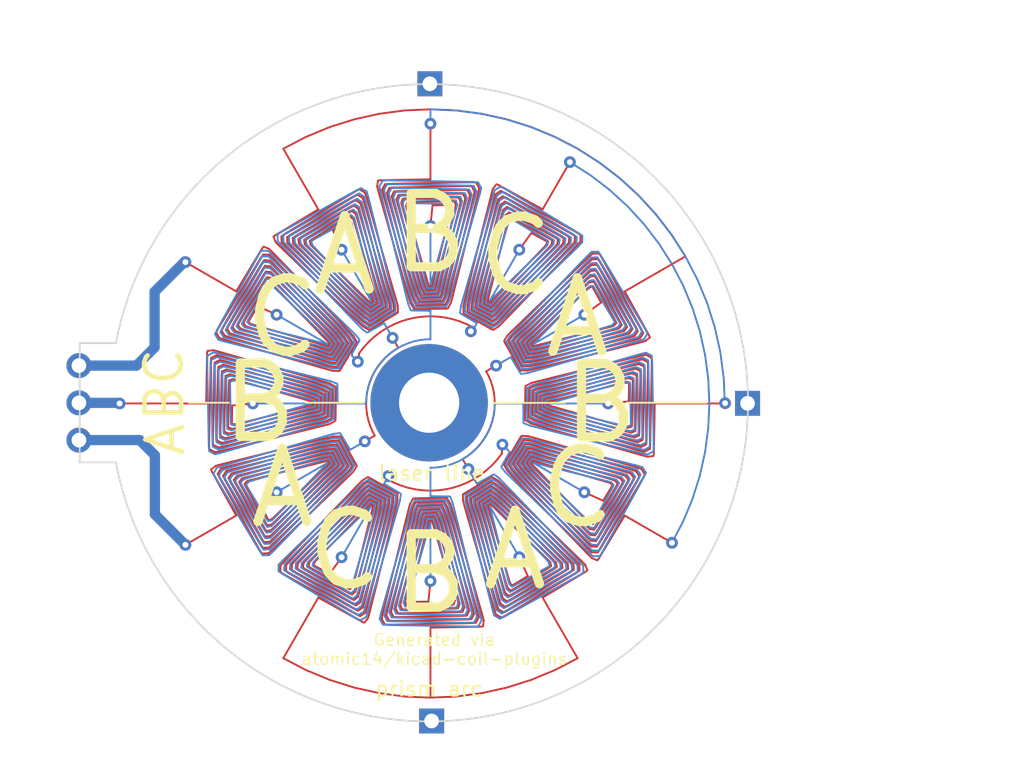
<source format=kicad_pcb>
(kicad_pcb (version 20240108) (generator "pcbnew") (generator_version "8.0")
  (layers (0 "F.Cu" signal) (1 "In1.Cu" signal) (2 "In2.Cu" signal) (31 "B.Cu" signal) (34 "B.Paste" user) (35 "F.Paste" user) (36 "B.SilkS" user "B.Silkscreen") (37 "F.SilkS" user "F.Silkscreen") (38 "B.Mask" user) (39 "F.Mask" user) (44 "Edge.Cuts" user))
  (net 0 "")
  (net 1 "PH1")
  (footprint "pcbmotor:motorconnector_D8.0mm_Drill4.1mm" (layer "F.Cu") (at 104.772 114.146)
    (property "Reference" "J5" (hide yes))
    (property "Value" "Conn_01x01")
  )
  (footprint "pcbmotor:PinHeader_1x01_P2.54mm_Vertical" (layer "F.Cu") (at 126.462 114.186)
    (property "Reference" "J4" (hide yes))
    (property "Value" "Conn_01x01")
  )
  (footprint "pcbmotor:PinHeader_1x01_P2.54mm_Vertical" (layer "F.Cu") (at 104.942 135.836)
    (property "Reference" "J3" (hide yes))
    (property "Value" "Conn_01x01")
  )
  (footprint "pcbmotor:PinHeader_1x01_P2.54mm_Vertical" (layer "F.Cu") (at 104.822 92.406)
    (property "Reference" "J2" (hide yes))
    (property "Value" "Conn_01x01")
  )
  (footprint "pcbmotor:PinHeader_1x03_P2.54mm_Vertical" (layer "B.Cu") (at 80.896 114.146 180)
    (property "Reference" "J1" (hide yes))
    (property "Value" "Conn_01x03")
  )
  (gr_line (start 96.347 114.146) (end 100.302 114.146) (stroke (width 0.12)) (layer "F.SilkS"))
  (gr_line (start 118.247 114.146) (end 123.672 114.146) (stroke (width 0.12)) (layer "F.SilkS"))
  (gr_line (start 88.4095 114.146) (end 91.1345 114.146) (stroke (width 0.12)) (layer "F.SilkS"))
  (gr_line (start 109.112 114.166) (end 114.022 114.146) (stroke (width 0.12)) (layer "F.SilkS"))
  (gr_line (start 80.972 118.21) (end 80.972 110.082) (stroke (width 0.12)) (layer "Edge.Cuts"))
  (gr_arc (start 83.436 110.082) (mid 126.491599 114.146) (end 83.436 118.21) (stroke (width 0.12)) (layer "Edge.Cuts"))
  (gr_line (start 80.972 110.082) (end 83.436 110.082) (stroke (width 0.12)) (layer "Edge.Cuts"))
  (gr_line (start 83.436 118.21) (end 80.972 118.21) (stroke (width 0.12)) (layer "Edge.Cuts"))
  (gr_text "A" (at 94.776106 119.95719 0) (layer "F.SilkS") (effects (font (size 5 5))))
  (gr_text "A" (at 86.797 116.646 90) (layer "F.SilkS") (effects (font (size 2.5 2.5)) (justify mirror)))
  (gr_text "B" (at 93.222 114.15719 0) (layer "F.SilkS") (effects (font (size 5 5))))
  (gr_text "C" (at 99.022 124.203085 0) (layer "F.SilkS") (effects (font (size 5 5))))
  (gr_text "B" (at 104.862 125.796 0) (layer "F.SilkS") (effects (font (size 5 5))))
  (gr_text "C" (at 94.776106 108.35719 0) (layer "F.SilkS") (effects (font (size 5 5))))
  (gr_text "B" (at 104.862 102.596 0) (layer "F.SilkS") (effects (font (size 5 5))))
  (gr_text "A" (at 114.867895 108.35719 0) (layer "F.SilkS") (effects (font (size 5 5))))
  (gr_text "B" (at 86.522 114.146 -90) (layer "F.SilkS") (effects (font (size 2.5 2.5)) (justify mirror)))
  (gr_text "C" (at 86.497 111.696 270) (layer "F.SilkS") (effects (font (size 2.5 2.5)) (justify mirror)))
  (gr_text "C" (at 110.662 104.150106 0) (layer "F.SilkS") (effects (font (size 5 5))))
  (gr_text "B" (at 116.462 114.196 0) (layer "F.SilkS") (effects (font (size 5 5))))
  (gr_text "A" (at 99.022 104.111296 0) (layer "F.SilkS") (effects (font (size 5 5))))
  (gr_text "prism arc" (at 104.772 133.646 0) (layer "F.SilkS") (effects (font (size 1 1))))
  (gr_text "C" (at 114.867895 119.95719 0) (layer "F.SilkS") (effects (font (size 5 5))))
  (gr_text "Generated via\natomic14/kicad-coil-plugins" (at 105.132 132.066 0) (layer "F.SilkS") (effects (font (size 0.8 0.8) (thickness 0.1) (bold yes)) (justify bottom)))
  (gr_text "A" (at 110.622 124.203085 0) (layer "F.SilkS") (effects (font (size 5 5))))
  (gr_text "laser line" (at 101.222 119.526 0) (layer "F.SilkS") (effects (font (size 1 1)) (justify left bottom)))
  (segment (start 99.738574 99.747298) (end 100.024172 99.600456) (width 0.127) (layer "F.Cu") (net 1))
  (segment (start 111.072239 116.408018) (end 110.988978 116.506312) (width 0.127) (layer "F.Cu") (net 1))
  (segment (start 111.113221 110.049905) (end 111.124188 110.102872) (width 0.127) (layer "F.Cu") (net 1))
  (segment (start 119.538632 110.875011) (end 119.129379 110.959212) (width 0.127) (layer "F.Cu") (net 1))
  (segment (start 93.603688 123.265641) (end 93.94682 123.230067) (width 0.127) (layer "F.Cu") (net 1))
  (segment (start 102.360886 99.471455) (end 107.38618 99.380127) (width 0.127) (layer "F.Cu") (net 1))
  (segment (start 114.390302 125.697274) (end 110.083934 128.289014) (width 0.127) (layer "F.Cu") (net 1))
  (segment (start 109.012963 109.131723) (end 107.20786 108.117161) (width 0.127) (layer "F.Cu") (net 1))
  (segment (start 101.766025 107.258786) (end 101.803495 107.606265) (width 0.127) (layer "F.Cu") (net 1))
  (segment (start 91.217509 109.418055) (end 91.567632 109.533045) (width 0.127) (layer "F.Cu") (net 1))
  (segment (start 111.514945 116.419904) (end 111.072239 116.408018) (width 0.127) (layer "F.Cu") (net 1))
  (segment (start 119.232831 118.658255) (end 118.836307 118.526549) (width 0.127) (layer "F.Cu") (net 1))
  (segment (start 106.498912 100.427344) (end 106.591576 100.697327) (width 0.127) (layer "F.Cu") (net 1))
  (segment (start 102.071747 99.496228) (end 102.360886 99.471455) (width 0.127) (layer "F.Cu") (net 1))
  (segment (start 109.102686 108.867609) (end 108.998505 108.832246) (width 0.127) (layer "F.Cu") (net 1))
  (segment (start 112.066689 114.742465) (end 112.084085 114.813478) (width 0.127) (layer "F.Cu") (net 1))
  (segment (start 97.306209 114.983414) (end 97.625869 114.842125) (width 0.127) (layer "F.Cu") (net 1))
  (segment (start 115.866955 104.37506) (end 115.573471 104.636694) (width 0.127) (layer "F.Cu") (net 1))
  (segment (start 119.936657 111.408666) (end 119.921027 111.087911) (width 0.127) (layer "F.Cu") (net 1))
  (segment (start 110.461257 126.579906) (end 110.396893 126.602516) (width 0.127) (layer "F.Cu") (net 1))
  (segment (start 90.304909 116.457025) (end 90.319122 116.715619) (width 0.127) (layer "F.Cu") (net 1))
  (segment (start 101.286299 99.005036) (end 101.458653 98.979852) (width 0.127) (layer "F.Cu") (net 1))
  (segment (start 102.86413 128.494309) (end 102.636618 128.480805) (width 0.127) (layer "F.Cu") (net 1))
  (segment (start 89.888403 111.422629) (end 89.787344 116.983335) (width 0.127) (layer "F.Cu") (net 1))
  (segment (start 102.044116 121.016815) (end 101.954909 121.391252) (width 0.127) (layer "F.Cu") (net 1))
  (segment (start 101.672833 106.923804) (end 101.766025 107.258786) (width 0.127) (layer "F.Cu") (net 1))
  (segment (start 102.678335 99.99067) (end 102.9054 99.969559) (width 0.127) (layer "F.Cu") (net 1))
  (segment (start 118.506492 118.973946) (end 118.156369 118.858956) (width 0.127) (layer "F.Cu") (net 1))
  (segment (start 98.000573 110.136307) (end 97.99539 110.116769) (width 0.127) (layer "F.Cu") (net 1))
  (segment (start 117.887945 119.713456) (end 117.975079 119.536943) (width 0.127) (layer "F.Cu") (net 1))
  (segment (start 95.380329 103.532173) (end 95.117772 103.257436) (width 0.127) (layer "F.Cu") (net 1))
  (segment (start 104.623123 106.47976) (end 104.5899 106.464455) (width 0.127) (layer "F.Cu") (net 1))
  (segment (start 101.218767 107.382936) (end 100.797006 107.632979) (width 0.127) (layer "F.Cu") (net 1))
  (segment (start 103.372871 106.927811) (end 101.339837 99.81998) (width 0.127) (layer "F.Cu") (net 1))
  (segment (start 115.076377 103.146159) (end 114.79883 103.458483) (width 0.127) (layer "F.Cu") (net 1))
  (segment (start 95.26806 125.764834) (end 95.024655 125.607074) (width 0.127) (layer "F.Cu") (net 1))
  (segment (start 107.97009 99.136974) (end 108.18299 99.519369) (width 0.127) (layer "F.Cu") (net 1))
  (segment (start 98.7122 118.655817) (end 98.918389 118.373626) (width 0.127) (layer "F.Cu") (net 1))
  (segment (start 100.957006 107.226768) (end 100.952183 107.245718) (width 0.127) (layer "F.Cu") (net 1))
  (segment (start 105.853781 106.867616) (end 105.689235 107.210502) (width 0.127) (layer "F.Cu") (net 1))
  (segment (start 96.339929 125.487229) (end 96.176213 125.377932) (width 0.127) (layer "F.Cu") (net 1))
  (segment (start 112.348304 112.899088) (end 111.962978 112.999852) (width 0.127) (layer "F.Cu") (net 1))
  (segment (start 91.630864 106.557) (end 88.171093 104.5595) (width 0.127) (layer "F.Cu") (net 1))
  (segment (start 93.75645 122.497936) (end 94.036594 122.443193) (width 0.127) (layer "F.Cu") (net 1))
  (segment (start 110.051322 133.562813) (end 108.343646 133.941396) (width 0.127) (layer "F.Cu") (net 1))
  (segment (start 111.723428 118.255694) (end 111.728611 118.275232) (width 0.127) (layer "F.Cu") (net 1))
  (segment (start 90.859613 119.392245) (end 93.293167 123.789941) (width 0.127) (layer "F.Cu") (net 1))
  (segment (start 104.871402 129.47383) (end 104.862 129.474) (width 0.127) (layer "F.Cu") (net 1))
  (segment (start 99.312129 109.272282) (end 94.173083 103.957707) (width 0.127) (layer "F.Cu") (net 1))
  (segment (start 97.744874 116.821782) (end 90.984819 118.512019) (width 0.127) (layer "F.Cu") (net 1))
  (segment (start 113.335497 96.024529) (end 114.887 96.832191) (width 0.127) (layer "F.Cu") (net 1))
  (segment (start 104.762588 106.209725) (end 104.678894 105.951069) (width 0.127) (layer "F.Cu") (net 1))
  (segment (start 100.797006 107.632979) (end 100.760582 107.636336) (width 0.127) (layer "F.Cu") (net 1))
  (segment (start 104.469329 106.735536) (end 104.417212 106.719185) (width 0.127) (layer "F.Cu") (net 1))
  (segment (start 97.938421 117.300387) (end 97.588625 117.384403) (width 0.127) (layer "F.Cu") (net 1))
  (segment (start 106.37027 106.912791) (end 106.262516 107.32243) (width 0.127) (layer "F.Cu") (net 1))
  (segment (start 109.243 114.196) (end 109.226329 114.57783) (width 0.127) (layer "F.Cu") (net 1))
  (segment (start 111.675065 117.839234) (end 111.425022 118.260995) (width 0.127) (layer "F.Cu") (net 1))
  (segment (start 99.262744 101.812095) (end 99.327108 101.789485) (width 0.127) (layer "F.Cu") (net 1))
  (segment (start 102.35038 119.582188) (end 101.8905 119.342789) (width 0.127) (layer "F.Cu") (net 1))
  (segment (start 95.408507 125.530693) (end 95.434497 125.156068) (width 0.127) (layer "F.Cu") (net 1))
  (segment (start 111.259999 109.492677) (end 111.011801 109.736184) (width 0.127) (layer "F.Cu") (net 1))
  (segment (start 97.666749 117.103092) (end 91.318718 118.69031) (width 0.127) (layer "F.Cu") (net 1))
  (segment (start 112.645199 113.612954) (end 112.348764 113.730987) (width 0.127) (layer "F.Cu") (net 1))
  (segment (start 111.374676 111.066909) (end 111.425248 111.119709) (width 0.127) (layer "F.Cu") (net 1))
  (segment (start 100.781103 108.528195) (end 100.69402 108.557177) (width 0.127) (layer "F.Cu") (net 1))
  (segment (start 118.642744 112.724439) (end 118.630657 112.559089) (width 0.127) (layer "F.Cu") (net 1))
  (segment (start 109.226329 114.57783) (end 109.176443 114.956753) (width 0.127) (layer "F.Cu") (net 1))
  (segment (start 98.246716 116.440882) (end 97.822999 116.540471) (width 0.127) (layer "F.Cu") (net 1))
  (segment (start 110.805612 110.018375) (end 110.82471 110.088413) (width 0.127) (layer "F.Cu") (net 1))
  (segment (start 113.855775 125.406345) (end 113.669686 125.53816) (width 0.127) (layer "F.Cu") (net 1))
  (segment (start 95.04106 125.200955) (end 95.302694 124.907471) (width 0.127) (layer "F.Cu") (net 1))
  (segment (start 101.380355 94.450605) (end 103.114528 94.222297) (width 0.127) (layer "F.Cu") (net 1))
  (segment (start 103.508737 127.195461) (end 104.621874 122.697773) (width 0.127) (layer "F.Cu") (net 1))
  (segment (start 112.85003 114.093208) (end 112.83603 114.106861) (width 0.127) (layer "F.Cu") (net 1))
  (segment (start 112.754492 113.321802) (end 112.417792 113.408587) (width 0.127) (layer "F.Cu") (net 1))
  (segment (start 97.19031 124.777231) (end 100.403159 121.438688) (width 0.127) (layer "F.Cu") (net 1))
  (segment (start 100.770501 109.125007) (end 100.649645 109.17107) (width 0.127) (layer "F.Cu") (net 1))
  (segment (start 113.50263 103.325707) (end 113.288738 103.562674) (width 0.127) (layer "F.Cu") (net 1))
  (segment (start 93.94682 123.230067) (end 94.202626 123.000261) (width 0.127) (layer "F.Cu") (net 1))
  (segment (start 118.901527 112.461285) (end 118.888731 112.264853) (width 0.127) (layer "F.Cu") (net 1))
  (segment (start 112.551398 113.110445) (end 112.190385 113.20422) (width 0.127) (layer "F.Cu") (net 1))
  (segment (start 100.589785 119.216783) (end 100.711038 119.260278) (width 0.127) (layer "F.Cu") (net 1))
  (segment (start 119.127294 109.765844) (end 119.353251 109.401595) (width 0.127) (layer "F.Cu") (net 1))
  (segment (start 92.455485 108.661108) (end 92.668364 108.789707) (width 0.127) (layer "F.Cu") (net 1))
  (segment (start 111.723143 110.131788) (end 111.808512 110.283677) (width 0.127) (layer "F.Cu") (net 1))
  (segment (start 108.158019 128.765185) (end 107.955548 129.142994) (width 0.127) (layer "F.Cu") (net 1))
  (segment (start 115.677724 122.361034) (end 115.947439 122.417233) (width 0.127) (layer "F.Cu") (net 1))
  (segment (start 94.623707 103.507083) (end 94.320107 103.20087) (width 0.127) (layer "F.Cu") (net 1))
  (segment (start 116.134797 123.576046) (end 116.283717 123.363994) (width 0.127) (layer "F.Cu") (net 1))
  (segment (start 100.067595 128.687251) (end 99.777012 128.550202) (width 0.127) (layer "F.Cu") (net 1))
  (segment (start 111.58005 111.664617) (end 111.979127 111.570219) (width 0.127) (layer "F.Cu") (net 1))
  (segment (start 104.862 134.246) (end 103.114528 134.169704) (width 0.127) (layer "F.Cu") (net 1))
  (segment (start 100.367691 127.739283) (end 100.26104 128.104033) (width 0.127) (layer "F.Cu") (net 1))
  (segment (start 103.519146 127.720405) (end 103.452101 127.707804) (width 0.127) (layer "F.Cu") (net 1))
  (segment (start 104.19111 106.094557) (end 102.625254 100.620059) (width 0.127) (layer "F.Cu") (net 1))
  (segment (start 98.300336 118.274671) (end 98.060101 117.847247) (width 0.127) (layer "F.Cu") (net 1))
  (segment (start 110.82471 110.088413) (end 111.374676 111.066909) (width 0.127) (layer "F.Cu") (net 1))
  (segment (start 101.231874 121.027765) (end 101.184611 121.325109) (width 0.127) (layer "F.Cu") (net 1))
  (segment (start 96.849316 113.816159) (end 96.552244 113.72967) (width 0.127) (layer "F.Cu") (net 1))
  (segment (start 91.943849 109.102365) (end 92.247569 109.200638) (width 0.127) (layer "F.Cu") (net 1))
  (segment (start 109.071156 108.559999) (end 108.984046 108.532768) (width 0.127) (layer "F.Cu") (net 1))
  (segment (start 90.046127 116.72018) (end 90.061048 117.009855) (width 0.127) (layer "F.Cu") (net 1))
  (segment (start 94.124483 124.13283) (end 99.30869 119.143805) (width 0.127) (layer "F.Cu") (net 1))
  (segment (start 109.292157 99.930707) (end 109.656406 99.70475) (width 0.127) (layer "F.Cu") (net 1))
  (segment (start 116.485081 107.322642) (end 115.903052 106.270852) (width 0.127) (layer "F.Cu") (net 1))
  (segment (start 113.100013 114.021688) (end 112.85003 114.093208) (width 0.127) (layer "F.Cu") (net 1))
  (segment (start 111.230064 111.327986) (end 111.290989 111.396626) (width 0.127) (layer "F.Cu") (net 1))
  (segment (start 108.894335 106.68825) (end 110.069474 101.988316) (width 0.127) (layer "F.Cu") (net 1))
  (segment (start 110.411872 119.119719) (end 115.550918 124.434294) (width 0.127) (layer "F.Cu") (net 1))
  (segment (start 97.081564 113.619423) (end 96.760557 113.52511) (width 0.127) (layer "F.Cu") (net 1))
  (segment (start 98.918389 118.373626) (end 98.899291 118.303588) (width 0.127) (layer "F.Cu") (net 1))
  (segment (start 107.8335 119.342789) (end 107.373621 119.582188) (width 0.127) (layer "F.Cu") (net 1))
  (segment (start 108.656058 112.0055) (end 108.832535 112.34451) (width 0.127) (layer "F.Cu") (net 1))
  (segment (start 115.488192 122.542739) (end 115.708434 122.755833) (width 0.127) (layer "F.Cu") (net 1))
  (segment (start 116.962 114.196) (end 118.364562 114.055038) (width 0.127) (layer "F.Cu") (net 1))
  (segment (start 96.563322 114.647484) (end 96.851395 114.57468) (width 0.127) (layer "F.Cu") (net 1))
  (segment (start 93.857046 124.016941) (end 94.15053 123.755307) (width 0.127) (layer "F.Cu") (net 1))
  (segment (start 115.822068 104.768497) (end 115.547423 105.014217) (width 0.127) (layer "F.Cu") (net 1))
  (segment (start 108.945036 107.32956) (end 108.926213 107.334858) (width 0.127) (layer "F.Cu") (net 1))
  (segment (start 106.274086 127.924338) (end 103.390439 127.976744) (width 0.127) (layer "F.Cu") (net 1))
  (segment (start 124.912 114.196) (end 124.932 114.176) (width 0.127) (layer "F.Cu") (net 1))
  (segment (start 119.160309 112.19813) (end 119.146805 111.970618) (width 0.127) (layer "F.Cu") (net 1))
  (segment (start 109.785719 119.745872) (end 115.100294 124.884918) (width 0.127) (layer "F.Cu") (net 1))
  (segment (start 95.79236 125.454313) (end 95.827934 125.111181) (width 0.127) (layer "F.Cu") (net 1))
  (segment (start 105.737451 122.08913) (end 107.420101 127.971962) (width 0.127) (layer "F.Cu") (net 1))
  (segment (start 92.199485 119.685656) (end 92.266869 119.837267) (width 0.127) (layer "F.Cu") (net 1))
  (segment (start 93.812159 124.410377) (end 94.124483 124.13283) (width 0.127) (layer "F.Cu") (net 1))
  (segment (start 114.315494 102.861308) (end 114.289504 103.235933) (width 0.127) (layer "F.Cu") (net 1))
  (segment (start 93.714109 105.588497) (end 93.599398 105.748622) (width 0.127) (layer "F.Cu") (net 1))
  (segment (start 109.332424 111.615) (end 108.656058 112.0055) (width 0.127) (layer "F.Cu") (net 1))
  (segment (start 102.253054 128.040739) (end 103.776445 121.885398) (width 0.127) (layer "F.Cu") (net 1))
  (segment (start 115.403894 125.191131) (end 115.554131 125.56391) (width 0.127) (layer "F.Cu") (net 1))
  (segment (start 96.893572 103.582354) (end 96.696967 103.380277) (width 0.127) (layer "F.Cu") (net 1))
  (segment (start 112.642437 114.772578) (end 112.963444 114.866891) (width 0.127) (layer "F.Cu") (net 1))
  (segment (start 108.331714 106.8445) (end 109.712892 101.320517) (width 0.127) (layer "F.Cu") (net 1))
  (segment (start 117.737484 109.345109) (end 118.05551 109.253433) (width 0.127) (layer "F.Cu") (net 1))
  (segment (start 114.029994 125.617717) (end 110.182441 127.933324) (width 0.127) (layer "F.Cu") (net 1))
  (segment (start 99.61052 101.641019) (end 99.700435 101.921537) (width 0.127) (layer "F.Cu") (net 1))
  (segment (start 93.464298 104.043413) (end 93.281171 104.307392) (width 0.127) (layer "F.Cu") (net 1))
  (segment (start 112.190385 113.20422) (end 111.847499 113.368766) (width 0.127) (layer "F.Cu") (net 1))
  (segment (start 110.477963 126.866255) (end 110.328722 126.938462) (width 0.127) (layer "F.Cu") (net 1))
  (segment (start 93.293167 123.789941) (end 93.450927 124.033346) (width 0.127) (layer "F.Cu") (net 1))
  (segment (start 111.491204 125.960043) (end 110.461257 126.579906) (width 0.127) (layer "F.Cu") (net 1))
  (segment (start 97.392223 114.60966) (end 97.401536 113.803329) (width 0.127) (layer "F.Cu") (net 1))
  (segment (start 94.320107 103.20087) (end 94.16987 102.828091) (width 0.127) (layer "F.Cu") (net 1))
  (segment (start 104.39567 105.886244) (end 102.946608 100.820079) (width 0.127) (layer "F.Cu") (net 1))
  (segment (start 97.401536 113.803329) (end 97.385185 113.751212) (width 0.127) (layer "F.Cu") (net 1))
  (segment (start 90.413298 109.072574) (end 90.266456 109.358172) (width 0.127) (layer "F.Cu") (net 1))
  (segment (start 100.526706 107.446733) (end 100.303268 107.232706) (width 0.127) (layer "F.Cu") (net 1))
  (segment (start 108.769044 107.229977) (end 108.825891 106.964127) (width 0.127) (layer "F.Cu") (net 1))
  (segment (start 112.83603 114.106861) (end 112.834018 114.281084) (width 0.127) (layer "F.Cu") (net 1))
  (segment (start 98.164494 117.54921) (end 97.835656 117.586888) (width 0.127) (layer "F.Cu") (net 1))
  (segment (start 117.136464 119.357566) (end 112.274609 117.954343) (width 0.127) (layer "F.Cu") (net 1))
  (segment (start 112.083485 118.164048) (end 111.831233 118.100995) (width 0.127) (layer "F.Cu") (net 1))
  (segment (start 119.073081 110.058273) (end 119.489113 109.944885) (width 0.127) (layer "F.Cu") (net 1))
  (segment (start 108.941232 121.062611) (end 109.143041 121.244768) (width 0.127) (layer "F.Cu") (net 1))
  (segment (start 93.651656 105.202226) (end 93.519841 105.388315) (width 0.127) (layer "F.Cu") (net 1))
  (segment (start 107.098747 127.771942) (end 107.178366 128.093199) (width 0.127) (layer "F.Cu") (net 1))
  (segment (start 102.616461 120.356472) (end 102.617119 120.811285) (width 0.127) (layer "F.Cu") (net 1))
  (segment (start 98.735023 111.885689) (end 99.791007 110.104501) (width 0.127) (layer "F.Cu") (net 1))
  (segment (start 108.051168 121.468197) (end 107.957976 121.133215) (width 0.127) (layer "F.Cu") (net 1))
  (segment (start 105.997542 120.653895) (end 106.225519 121.047446) (width 0.127) (layer "F.Cu") (net 1))
  (segment (start 109.825608 128.420929) (end 109.4821 128.203661) (width 0.127) (layer "F.Cu") (net 1))
  (segment (start 114.721983 124.872373) (end 115.001028 125.165275) (width 0.127) (layer "F.Cu") (net 1))
  (segment (start 100.309398 110.375914) (end 100.659665 109.993665) (width 0.127) (layer "F.Cu") (net 1))
  (segment (start 99.554501 127.846574) (end 95.62535 125.672299) (width 0.127) (layer "F.Cu") (net 1))
  (segment (start 94.925171 124.933518) (end 99.914196 119.749311) (width 0.127) (layer "F.Cu") (net 1))
  (segment (start 89.671036 110.620299) (end 89.645852 110.792653) (width 0.127) (layer "F.Cu") (net 1))
  (segment (start 112.830429 124.809647) (end 113.027034 125.011724) (width 0.127) (layer "F.Cu") (net 1))
  (segment (start 91.133663 112.783915) (end 91.081257 115.667562) (width 0.127) (layer "F.Cu") (net 1))
  (segment (start 93.86687 103.654107) (end 93.494091 103.50387) (width 0.127) (layer "F.Cu") (net 1))
  (segment (start 97.660009 111.29142) (end 98.019543 111.390716) (width 0.127) (layer "F.Cu") (net 1))
  (segment (start 91.480367 108.777052) (end 91.378305 108.980836) (width 0.127) (layer "F.Cu") (net 1))
  (segment (start 108.774324 107.249489) (end 108.769044 107.229977) (width 0.127) (layer "F.Cu") (net 1))
  (segment (start 94.202626 123.000261) (end 98.464002 118.899324) (width 0.127) (layer "F.Cu") (net 1))
  (segment (start 108.202669 120.912235) (end 108.238649 120.871848) (width 0.127) (layer "F.Cu") (net 1))
  (segment (start 99.33199 127.142946) (end 96.339929 125.487229) (width 0.127) (layer "F.Cu") (net 1))
  (segment (start 118.345696 119.411165) (end 118.143322 119.131791) (width 0.127) (layer "F.Cu") (net 1))
  (segment (start 100.81907 106.713187) (end 100.893953 106.974516) (width 0.127) (layer "F.Cu") (net 1))
  (segment (start 109.178019 100.318819) (end 109.292157 99.930707) (width 0.127) (layer "F.Cu") (net 1))
  (segment (start 111.719504 133.036838) (end 110.051322 133.562813) (width 0.127) (layer "F.Cu") (net 1))
  (segment (start 118.759199 116.512366) (end 119.067331 116.379666) (width 0.127) (layer "F.Cu") (net 1))
  (segment (start 105.562259 121.144912) (end 105.652166 121.163355) (width 0.127) (layer "F.Cu") (net 1))
  (segment (start 94.173083 103.957707) (end 93.86687 103.654107) (width 0.127) (layer "F.Cu") (net 1))
  (segment (start 93.776562 105.974768) (end 93.678955 106.10893) (width 0.127) (layer "F.Cu") (net 1))
  (segment (start 106.400162 119.936498) (end 105.893992 120.048713) (width 0.127) (layer "F.Cu") (net 1))
  (segment (start 107.468938 107.972549) (end 107.384457 107.90127) (width 0.127) (layer "F.Cu") (net 1))
  (segment (start 108.450706 116.708839) (end 108.218041 117.012053) (width 0.127) (layer "F.Cu") (net 1))
  (segment (start 112.949071 125.379046) (end 110.477963 126.866255) (width 0.127) (layer "F.Cu") (net 1))
  (segment (start 100.747435 120.754831) (end 100.78333 120.757665) (width 0.127) (layer "F.Cu") (net 1))
  (segment (start 96.968871 113.32055) (end 91.086039 111.6379) (width 0.127) (layer "F.Cu") (net 1))
  (segment (start 114.606229 125.134565) (end 114.628317 125.53125) (width 0.127) (layer "F.Cu") (net 1))
  (segment (start 102.349162 110.607295) (end 102.6715 110.401943) (width 0.127) (layer "F.Cu") (net 1))
  (segment (start 110.225755 110.059496) (end 111.085452 111.589063) (width 0.127) (layer "F.Cu") (net 1))
  (segment (start 98.812 103.717093) (end 98.232797 102.431958) (width 0.127) (layer "F.Cu") (net 1))
  (segment (start 104.678894 105.951069) (end 104.600229 105.67793) (width 0.127) (layer "F.Cu") (net 1))
  (segment (start 117.416982 119.447481) (end 117.136464 119.357566) (width 0.127) (layer "F.Cu") (net 1))
  (segment (start 108.985607 120.448718) (end 109.251549 120.645768) (width 0.127) (layer "F.Cu") (net 1))
  (segment (start 116.363274 123.724302) (end 118.955014 119.417934) (width 0.127) (layer "F.Cu") (net 1))
  (segment (start 93.097958 107.566797) (end 92.478095 108.596744) (width 0.127) (layer "F.Cu") (net 1))
  (segment (start 112.13019 115.68513) (end 119.238021 117.718164) (width 0.127) (layer "F.Cu") (net 1))
  (segment (start 93.494091 103.50387) (end 93.386104 103.640541) (width 0.127) (layer "F.Cu") (net 1))
  (segment (start 107.741455 128.171982) (end 107.831468 128.54119) (width 0.127) (layer "F.Cu") (net 1))
  (segment (start 93.984856 105.241369) (end 93.651656 105.202226) (width 0.127) (layer "F.Cu") (net 1))
  (segment (start 109.360834 99.252389) (end 109.522689 99.316756) (width 0.127) (layer "F.Cu") (net 1))
  (segment (start 108.270765 119.064221) (end 107.8335 119.342789) (width 0.127) (layer "F.Cu") (net 1))
  (segment (start 100.090237 127.746772) (end 99.789495 127.955757) (width 0.127) (layer "F.Cu") (net 1))
  (segment (start 89.982756 118.856689) (end 91.457858 121.52236) (width 0.127) (layer "F.Cu") (net 1))
  (segment (start 119.431185 117.492019) (end 119.808994 117.289548) (width 0.127) (layer "F.Cu") (net 1))
  (segment (start 110.073556 100.801991) (end 110.280756 100.897241) (width 0.127) (layer "F.Cu") (net 1))
  (segment (start 108.771818 121.146283) (end 108.921694 121.057428) (width 0.127) (layer "F.Cu") (net 1))
  (segment (start 106.333562 100.415257) (end 106.498912 100.427344) (width 0.127) (layer "F.Cu") (net 1))
  (segment (start 118.83939 115.880343) (end 118.901527 112.461285) (width 0.127) (layer "F.Cu") (net 1))
  (segment (start 103.323839 108.455503) (end 103.830009 108.343288) (width 0.127) (layer "F.Cu") (net 1))
  (segment (start 107.085904 120.848945) (end 107.074018 120.406239) (width 0.127) (layer "F.Cu") (net 1))
  (segment (start 97.5105 117.665714) (end 91.986517 119.046892) (width 0.127) (layer "F.Cu") (net 1))
  (segment (start 109.809805 108.64269) (end 109.511668 108.943571) (width 0.127) (layer "F.Cu") (net 1))
  (segment (start 104.244523 106.973916) (end 104.088688 106.647812) (width 0.127) (layer "F.Cu") (net 1))
  (segment (start 115.495327 105.769263) (end 111.541562 109.574171) (width 0.127) (layer "F.Cu") (net 1))
  (segment (start 97.14576 113.957123) (end 97.130455 113.9239) (width 0.127) (layer "F.Cu") (net 1))
  (segment (start 114.343672 124.859828) (end 114.606229 125.134565) (width 0.127) (layer "F.Cu") (net 1))
  (segment (start 98.433012 116.995375) (end 98.041186 117.013885) (width 0.127) (layer "F.Cu") (net 1))
  (segment (start 108.18299 99.519369) (end 108.098789 99.928622) (width 0.127) (layer "F.Cu") (net 1))
  (segment (start 101.661192 100.02) (end 101.565982 99.626816) (width 0.127) (layer "F.Cu") (net 1))
  (segment (start 103.323839 119.936498) (end 102.829375 119.780594) (width 0.127) (layer "F.Cu") (net 1))
  (segment (start 111.519288 110.805831) (end 111.559507 110.842791) (width 0.127) (layer "F.Cu") (net 1))
  (segment (start 110.712677 109.672901) (end 110.498002 109.986845) (width 0.127) (layer "F.Cu") (net 1))
  (segment (start 110.694557 119.046722) (end 115.538373 124.055983) (width 0.127) (layer "F.Cu") (net 1))
  (segment (start 96.77493 103.012955) (end 99.246038 101.525746) (width 0.127) (layer "F.Cu") (net 1))
  (segment (start 119.238021 117.718164) (end 119.655009 117.827983) (width 0.127) (layer "F.Cu") (net 1))
  (segment (start 104.215876 121.432132) (end 104.28608 121.413652) (width 0.127) (layer "F.Cu") (net 1))
  (segment (start 105.313484 105.897322) (end 105.24068 106.185395) (width 0.127) (layer "F.Cu") (net 1))
  (segment (start 96.614808 125.021407) (end 96.812787 124.803279) (width 0.127) (layer "F.Cu") (net 1))
  (segment (start 98.349325 117.325092) (end 98.298753 117.272292) (width 0.127) (layer "F.Cu") (net 1))
  (segment (start 99.194195 110.115103) (end 99.223177 110.02802) (width 0.127) (layer "F.Cu") (net 1))
  (segment (start 113.026782 102.997307) (end 113.163936 103.09045) (width 0.127) (layer "F.Cu") (net 1))
  (segment (start 116.430834 104.60206) (end 116.273074 104.358655) (width 0.127) (layer "F.Cu") (net 1))
  (segment (start 91.318718 118.69031) (end 90.953968 118.796961) (width 0.127) (layer "F.Cu") (net 1))
  (segment (start 101.859294 128.637041) (end 101.939133 128.252059) (width 0.127) (layer "F.Cu") (net 1))
  (segment (start 105.832048 121.511942) (end 105.942011 121.880817) (width 0.127) (layer "F.Cu") (net 1))
  (segment (start 93.440284 105.028007) (end 91.124677 108.87556) (width 0.127) (layer "F.Cu") (net 1))
  (segment (start 115.573471 104.636694) (end 110.696873 109.32969) (width 0.127) (layer "F.Cu") (net 1))
  (segment (start 108.830048 121.417485) (end 108.766995 121.165233) (width 0.127) (layer "F.Cu") (net 1))
  (segment (start 102.9054 99.969559) (end 106.859871 99.897692) (width 0.127) (layer "F.Cu") (net 1))
  (segment (start 119.088442 116.152601) (end 119.160309 112.19813) (width 0.127) (layer "F.Cu") (net 1))
  (segment (start 118.837982 117.075455) (end 119.20719 117.165468) (width 0.127) (layer "F.Cu") (net 1))
  (segment (start 98.460588 111.35252) (end 99.194195 110.115103) (width 0.127) (layer "F.Cu") (net 1))
  (segment (start 100.69402 108.557177) (end 100.363944 108.345234) (width 0.127) (layer "F.Cu") (net 1))
  (segment (start 96.388504 132.367472) (end 94.837 131.55981) (width 0.127) (layer "F.Cu") (net 1))
  (segment (start 93.954146 104.84657) (end 93.589204 104.815955) (width 0.127) (layer "F.Cu") (net 1))
  (segment (start 108.963419 120.755665) (end 109.197295 120.945268) (width 0.127) (layer "F.Cu") (net 1))
  (segment (start 98.030236 117.826127) (end 97.732892 117.87339) (width 0.127) (layer "F.Cu") (net 1))
  (segment (start 113.363773 113.955874) (end 113.100013 114.021688) (width 0.127) (layer "F.Cu") (net 1))
  (segment (start 110.500824 118.363981) (end 110.712767 118.694057) (width 0.127) (layer "F.Cu") (net 1))
  (segment (start 90.507799 119.280989) (end 93.200632 124.147231) (width 0.127) (layer "F.Cu") (net 1))
  (segment (start 119.677874 111.671821) (end 119.662953 111.382146) (width 0.127) (layer "F.Cu") (net 1))
  (segment (start 117.816401 119.025159) (end 112.134197 117.385168) (width 0.127) (layer "F.Cu") (net 1))
  (segment (start 100.952183 107.245718) (end 100.802307 107.334573) (width 0.127) (layer "F.Cu") (net 1))
  (segment (start 89.590493 113.838743) (end 89.587247 114.017372) (width 0.127) (layer "F.Cu") (net 1))
  (segment (start 100.725496 119.559755) (end 102.255063 120.419452) (width 0.127) (layer "F.Cu") (net 1))
  (segment (start 109.534601 100.986618) (end 109.633764 100.645229) (width 0.127) (layer "F.Cu") (net 1))
  (segment (start 93.281171 104.307392) (end 90.413298 109.072574) (width 0.127) (layer "F.Cu") (net 1))
  (segment (start 100.157273 107.798075) (end 95.75864 103.544718) (width 0.127) (layer "F.Cu") (net 1))
  (segment (start 93.923436 104.451772) (end 93.526751 104.429684) (width 0.127) (layer "F.Cu") (net 1))
  (segment (start 91.081257 115.667562) (end 91.093344 115.832912) (width 0.127) (layer "F.Cu") (net 1))
  (segment (start 101.453236 109.32778) (end 101.8905 109.049212) (width 0.127) (layer "F.Cu") (net 1))
  (segment (start 91.748922 108.855058) (end 91.943849 109.102365) (width 0.127) (layer "F.Cu") (net 1))
  (segment (start 110.193877 118.386168) (end 110.413267 118.748311) (width 0.127) (layer "F.Cu") (net 1))
  (segment (start 99.223177 110.02802) (end 99.011234 109.697944) (width 0.127) (layer "F.Cu") (net 1))
  (segment (start 104.687688 122.434013) (end 104.759208 122.18403) (width 0.127) (layer "F.Cu") (net 1))
  (segment (start 100.949677 121.142512) (end 100.954957 121.162024) (width 0.127) (layer "F.Cu") (net 1))
  (segment (start 99.640067 100.102987) (end 99.898393 99.971072) (width 0.127) (layer "F.Cu") (net 1))
  (segment (start 104.5899 106.464455) (end 104.482159 106.183316) (width 0.127) (layer "F.Cu") (net 1))
  (segment (start 110.413553 109.609617) (end 110.190392 109.955315) (width 0.127) (layer "F.Cu") (net 1))
  (segment (start 116.22991 124.888131) (end 116.337897 124.75146) (width 0.127) (layer "F.Cu") (net 1))
  (segment (start 90.234888 118.447116) (end 89.918389 118.694834) (width 0.127) (layer "F.Cu") (net 1))
  (segment (start 117.975079 119.536943) (end 117.780152 119.289636) (width 0.127) (layer "F.Cu") (net 1))
  (segment (start 109.566728 120.593926) (end 113.965361 124.847283) (width 0.127) (layer "F.Cu") (net 1))
  (segment (start 91.486079 112.280608) (end 91.188797 112.206185) (width 0.127) (layer "F.Cu") (net 1))
  (segment (start 97.900876 118.736336) (end 98.113952 118.529249) (width 0.127) (layer "F.Cu") (net 1))
  (segment (start 101.892533 99.850811) (end 102.071747 99.496228) (width 0.127) (layer "F.Cu") (net 1))
  (segment (start 111.310925 109.799468) (end 111.113221 110.049905) (width 0.127) (layer "F.Cu") (net 1))
  (segment (start 108.656058 116.3865) (end 108.450706 116.708839) (width 0.127) (layer "F.Cu") (net 1))
  (segment (start 92.191746 108.580038) (end 92.119539 108.729279) (width 0.127) (layer "F.Cu") (net 1))
  (segment (start 100.26104 128.104033) (end 99.928545 128.321504) (width 0.127) (layer "F.Cu") (net 1))
  (segment (start 109.511668 108.943571) (end 109.134216 109.175218) (width 0.127) (layer "F.Cu") (net 1))
  (segment (start 100.58096 107.147233) (end 100.376265 106.950021) (width 0.127) (layer "F.Cu") (net 1))
  (segment (start 119.216202 109.111012) (end 116.523369 104.24477) (width 0.127) (layer "F.Cu") (net 1))
  (segment (start 92.478095 108.596744) (end 92.455485 108.661108) (width 0.127) (layer "F.Cu") (net 1))
  (segment (start 100.547558 113.435248) (end 100.630279 113.062114) (width 0.127) (layer "F.Cu") (net 1))
  (segment (start 90.635559 112.2394) (end 90.563692 116.193871) (width 0.127) (layer "F.Cu") (net 1))
  (segment (start 111.29936 115.203846) (end 111.319895 115.331542) (width 0.127) (layer "F.Cu") (net 1))
  (segment (start 97.385185 113.751212) (end 97.081564 113.619423) (width 0.127) (layer "F.Cu") (net 1))
  (segment (start 118.836307 118.526549) (end 111.92358 116.531406) (width 0.127) (layer "F.Cu") (net 1))
  (segment (start 115.708434 122.755833) (end 116.009892 122.803504) (width 0.127) (layer "F.Cu") (net 1))
  (segment (start 100.321665 121.157125) (end 100.528752 120.944049) (width 0.127) (layer "F.Cu") (net 1))
  (segment (start 115.550918 124.434294) (end 115.857131 124.737894) (width 0.127) (layer "F.Cu") (net 1))
  (segment (start 107.667285 121.038458) (end 107.638343 120.659237) (width 0.127) (layer "F.Cu") (net 1))
  (segment (start 106.894626 108.611407) (end 107.373621 108.809813) (width 0.127) (layer "F.Cu") (net 1))
  (segment (start 102.49586 128.165857) (end 102.566975 127.82942) (width 0.127) (layer "F.Cu") (net 1))
  (segment (start 91.228581 116.491026) (end 96.969509 115.070199) (width 0.127) (layer "F.Cu") (net 1))
  (segment (start 96.176213 125.377932) (end 96.221371 125.066294) (width 0.127) (layer "F.Cu") (net 1))
  (segment (start 113.965361 124.847283) (end 114.211431 125.103855) (width 0.127) (layer "F.Cu") (net 1))
  (segment (start 104.776917 106.223983) (end 104.762588 106.209725) (width 0.127) (layer "F.Cu") (net 1))
  (segment (start 101.273295 111.683162) (end 101.50596 111.379948) (width 0.127) (layer "F.Cu") (net 1))
  (segment (start 93.385702 123.432651) (end 93.527308 123.649494) (width 0.127) (layer "F.Cu") (net 1))
  (segment (start 108.238649 120.871848) (end 108.932296 120.460617) (width 0.127) (layer "F.Cu") (net 1))
  (segment (start 107.959835 117.293835) (end 107.678053 117.552041) (width 0.127) (layer "F.Cu") (net 1))
  (segment (start 96.812787 124.803279) (end 100.321665 121.157125) (width 0.127) (layer "F.Cu") (net 1))
  (segment (start 108.265348 129.412149) (end 105.219258 129.467508) (width 0.127) (layer "F.Cu") (net 1))
  (segment (start 105.27566 106.726223) (end 104.469329 106.735536) (width 0.127) (layer "F.Cu") (net 1))
  (segment (start 89.584171 114.186599) (end 89.584 114.196) (width 0.127) (layer "F.Cu") (net 1))
  (segment (start 101.458653 98.979852) (end 104.862 98.918001) (width 0.127) (layer "F.Cu") (net 1))
  (segment (start 101.803495 107.606265) (end 101.751936 107.657371) (width 0.127) (layer "F.Cu") (net 1))
  (segment (start 97.588625 117.384403) (end 91.652618 118.868601) (width 0.127) (layer "F.Cu") (net 1))
  (segment (start 114.289504 103.235933) (end 114.043784 103.510578) (width 0.127) (layer "F.Cu") (net 1))
  (segment (start 103.987802 122.088492) (end 104.074587 121.751792) (width 0.127) (layer "F.Cu") (net 1))
  (segment (start 99.344545 101.170056) (end 99.521058 101.082922) (width 0.127) (layer "F.Cu") (net 1))
  (segment (start 112.331778 113.782341) (end 112.322465 114.588672) (width 0.127) (layer "F.Cu") (net 1))
  (segment (start 112.911214 103.588722) (end 109.402336 107.234876) (width 0.127) (layer "F.Cu") (net 1))
  (segment (start 99.198768 118.318046) (end 98.493937 117.064015) (width 0.127) (layer "F.Cu") (net 1))
  (segment (start 99.768365 101.277849) (end 99.866638 101.581569) (width 0.127) (layer "F.Cu") (net 1))
  (segment (start 97.99556 118.279036) (end 98.000858 118.260213) (width 0.127) (layer "F.Cu") (net 1))
  (segment (start 102.255063 120.419452) (end 102.339544 120.490731) (width 0.127) (layer "F.Cu") (net 1))
  (segment (start 97.519598 110.722245) (end 97.830029 110.809334) (width 0.127) (layer "F.Cu") (net 1))
  (segment (start 107.363115 128.920546) (end 102.337821 129.011874) (width 0.127) (layer "F.Cu") (net 1))
  (segment (start 109.712722 120.028557) (end 114.721983 124.872373) (width 0.127) (layer "F.Cu") (net 1))
  (segment (start 107.0525 117.990058) (end 107.443 118.666424) (width 0.127) (layer "F.Cu") (net 1))
  (segment (start 117.532255 119.811963) (end 117.604462 119.662722) (width 0.127) (layer "F.Cu") (net 1))
  (segment (start 103.665852 121.296978) (end 103.853655 120.930866) (width 0.127) (layer "F.Cu") (net 1))
  (segment (start 106.14657 121.672503) (end 108.062809 128.372001) (width 0.127) (layer "F.Cu") (net 1))
  (segment (start 116.124603 122.643379) (end 117.887945 119.713456) (width 0.127) (layer "F.Cu") (net 1))
  (segment (start 118.405283 109.701691) (end 118.770033 109.59504) (width 0.127) (layer "F.Cu") (net 1))
  (segment (start 112.338816 114.640789) (end 112.642437 114.772578) (width 0.127) (layer "F.Cu") (net 1))
  (segment (start 112.872606 113.817321) (end 112.599397 113.912098) (width 0.127) (layer "F.Cu") (net 1))
  (segment (start 113.083233 125.281439) (end 112.949071 125.379046) (width 0.127) (layer "F.Cu") (net 1))
  (segment (start 96.760557 113.52511) (end 91.286059 111.959254) (width 0.127) (layer "F.Cu") (net 1))
  (segment (start 108.926995 120.759022) (end 108.963419 120.755665) (width 0.127) (layer "F.Cu") (net 1))
  (segment (start 117.698249 109.082629) (end 117.890263 108.845395) (width 0.127) (layer "F.Cu") (net 1))
  (segment (start 111.962978 112.999852) (end 111.596866 113.187655) (width 0.127) (layer "F.Cu") (net 1))
  (segment (start 90.49117 109.733746) (end 90.887694 109.865452) (width 0.127) (layer "F.Cu") (net 1))
  (segment (start 94.837 96.832191) (end 96.388504 96.024529) (width 0.127) (layer "F.Cu") (net 1))
  (segment (start 110.828211 118.271597) (end 110.807771 118.341794) (width 0.127) (layer "F.Cu") (net 1))
  (segment (start 106.35113 121.46419) (end 108.384164 128.572021) (width 0.127) (layer "F.Cu") (net 1))
  (segment (start 102.51753 121.235002) (end 100.724273 128.407081) (width 0.127) (layer "F.Cu") (net 1))
  (segment (start 93.386104 103.640541) (end 91.815116 106.250853) (width 0.127) (layer "F.Cu") (net 1))
  (segment (start 108.505234 121.009065) (end 108.926995 120.759022) (width 0.127) (layer "F.Cu") (net 1))
  (segment (start 107.420101 127.971962) (end 107.504917 128.317194) (width 0.127) (layer "F.Cu") (net 1))
  (segment (start 97.639916 113.578523) (end 97.313812 113.422688) (width 0.127) (layer "F.Cu") (net 1))
  (segment (start 94.28077 121.867691) (end 97.619313 118.654842) (width 0.127) (layer "F.Cu") (net 1))
  (segment (start 107.178366 128.093199) (end 107.045666 128.401331) (width 0.127) (layer "F.Cu") (net 1))
  (segment (start 93.526751 104.429684) (end 93.360727 104.667699) (width 0.127) (layer "F.Cu") (net 1))
  (segment (start 109.730221 117.027779) (end 109.762 116.996) (width 0.127) (layer "F.Cu") (net 1))
  (segment (start 102.3039 100.420039) (end 102.219084 100.074807) (width 0.127) (layer "F.Cu") (net 1))
  (segment (start 111.92358 116.531406) (end 111.514945 116.419904) (width 0.127) (layer "F.Cu") (net 1))
  (segment (start 106.777393 127.571922) (end 106.851816 127.869204) (width 0.127) (layer "F.Cu") (net 1))
  (segment (start 119.489113 109.944885) (end 119.805612 109.697167) (width 0.127) (layer "F.Cu") (net 1))
  (segment (start 105.1134 106.474097) (end 104.623123 106.47976) (width 0.127) (layer "F.Cu") (net 1))
  (segment (start 100.275617 119.747553) (end 100.621315 119.524392) (width 0.127) (layer "F.Cu") (net 1))
  (segment (start 111.40063 117.306065) (end 110.828211 118.271597) (width 0.127) (layer "F.Cu") (net 1))
  (segment (start 107.769092 107.000749) (end 109.35631 100.652718) (width 0.127) (layer "F.Cu") (net 1))
  (segment (start 93.527308 123.649494) (end 93.901933 123.623504) (width 0.127) (layer "F.Cu") (net 1))
  (segment (start 118.864388 108.999756) (end 116.430834 104.60206) (width 0.127) (layer "F.Cu") (net 1))
  (segment (start 91.151113 112.618924) (end 91.133663 112.783915) (width 0.127) (layer "F.Cu") (net 1))
  (segment (start 91.311229 118.967764) (end 91.102244 119.268506) (width 0.127) (layer "F.Cu") (net 1))
  (segment (start 102.074666 129.270657) (end 101.753911 129.255027) (width 0.127) (layer "F.Cu") (net 1))
  (segment (start 108.53939 107.066892) (end 108.613024 106.766375) (width 0.127) (layer "F.Cu") (net 1))
  (segment (start 98.651762 111.983983) (end 98.735023 111.885689) (width 0.127) (layer "F.Cu") (net 1))
  (segment (start 110.912 103.717093) (end 111.735359 102.57292) (width 0.127) (layer "F.Cu") (net 1))
  (segment (start 102.01852 107.794588) (end 100.781103 108.528195) (width 0.127) (layer "F.Cu") (net 1))
  (segment (start 95.868226 102.985656) (end 96.054315 102.853841) (width 0.127) (layer "F.Cu") (net 1))
  (segment (start 100.715905 120.447221) (end 100.768872 120.458188) (width 0.127) (layer "F.Cu") (net 1))
  (segment (start 112.177942 115.166048) (end 112.546817 115.276011) (width 0.127) (layer "F.Cu") (net 1))
  (segment (start 94.383093 108.146) (end 93.097958 107.566797) (width 0.127) (layer "F.Cu") (net 1))
  (segment (start 110.977241 118.973725) (end 115.525828 123.677672) (width 0.127) (layer "F.Cu") (net 1))
  (segment (start 100.338901 120.046677) (end 100.652845 119.832002) (width 0.127) (layer "F.Cu") (net 1))
  (segment (start 101.388245 106.853598) (end 101.475334 107.164029) (width 0.127) (layer "F.Cu") (net 1))
  (segment (start 111.609702 116.710595) (end 111.198738 116.69018) (width 0.127) (layer "F.Cu") (net 1))
  (segment (start 114.682941 103.191046) (end 114.421307 103.48453) (width 0.127) (layer "F.Cu") (net 1))
  (segment (start 102.6715 110.401943) (end 102.281 109.725577) (width 0.127) (layer "F.Cu") (net 1))
  (segment (start 102.337821 129.011874) (end 102.048146 128.996953) (width 0.127) (layer "F.Cu") (net 1))
  (segment (start 98.302336 110.094582) (end 98.112733 109.860706) (width 0.127) (layer "F.Cu") (net 1))
  (segment (start 107.35618 120.532738) (end 107.438896 120.460196) (width 0.127) (layer "F.Cu") (net 1))
  (segment (start 121.285999 102.695793) (end 122.22581 104.171) (width 0.127) (layer "F.Cu") (net 1))
  (segment (start 109.646818 108.079565) (end 109.3851 108.345324) (width 0.127) (layer "F.Cu") (net 1))
  (segment (start 119.303041 111.193294) (end 118.918059 111.273133) (width 0.127) (layer "F.Cu") (net 1))
  (segment (start 102.829375 119.780594) (end 102.35038 119.582188) (width 0.127) (layer "F.Cu") (net 1))
  (segment (start 112.533691 103.61477) (end 109.320842 106.953313) (width 0.127) (layer "F.Cu") (net 1))
  (segment (start 109.522689 99.316756) (end 112.18836 100.791858) (width 0.127) (layer "F.Cu") (net 1))
  (segment (start 107.991092 107.683325) (end 107.938292 107.632753) (width 0.127) (layer "F.Cu") (net 1))
  (segment (start 97.730215 111.576008) (end 98.114299 111.681406) (width 0.127) (layer "F.Cu") (net 1))
  (segment (start 108.248667 121.227972) (end 108.202669 120.912235) (width 0.127) (layer "F.Cu") (net 1))
  (segment (start 107.381619 99.653122) (end 107.546424 99.990552) (width 0.127) (layer "F.Cu") (net 1))
  (segment (start 90.656552 116.880424) (end 91.017262 116.804947) (width 0.127) (layer "F.Cu") (net 1))
  (segment (start 97.732892 117.87339) (end 97.432375 117.947024) (width 0.127) (layer "F.Cu") (net 1))
  (segment (start 100.786404 108.22979) (end 100.716207 108.25023) (width 0.127) (layer "F.Cu") (net 1))
  (segment (start 98.232797 102.431958) (end 99.262744 101.812095) (width 0.127) (layer "F.Cu") (net 1))
  (segment (start 108.437702 129.386965) (end 108.265348 129.412149) (width 0.127) (layer "F.Cu") (net 1))
  (segment (start 90.292816 110.899982) (end 89.915007 111.102453) (width 0.127) (layer "F.Cu") (net 1))
  (segment (start 103.353731 121.47921) (end 103.461485 121.069571) (width 0.127) (layer "F.Cu") (net 1))
  (segment (start 118.001011 121.988074) (end 118.088288 121.843057) (width 0.127) (layer "F.Cu") (net 1))
  (segment (start 119.038001 117.396809) (end 119.431185 117.492019) (width 0.127) (layer "F.Cu") (net 1))
  (segment (start 118.983194 116.838917) (end 119.314552 116.68296) (width 0.127) (layer "F.Cu") (net 1))
  (segment (start 110.280949 127.577634) (end 110.077165 127.679696) (width 0.127) (layer "F.Cu") (net 1))
  (segment (start 107.384457 107.90127) (end 107.393384 107.477951) (width 0.127) (layer "F.Cu") (net 1))
  (segment (start 108.832535 112.34451) (end 108.978794 112.69761) (width 0.127) (layer "F.Cu") (net 1))
  (segment (start 115.340908 120.246) (end 116.626043 120.825204) (width 0.127) (layer "F.Cu") (net 1))
  (segment (start 115.100294 124.884918) (end 115.403894 125.191131) (width 0.127) (layer "F.Cu") (net 1))
  (segment (start 115.800565 123.940229) (end 116.19725 123.962317) (width 0.127) (layer "F.Cu") (net 1))
  (segment (start 115.521375 105.39174) (end 111.259999 109.492677) (width 0.127) (layer "F.Cu") (net 1))
  (segment (start 113.309379 125.458603) (end 110.379456 127.221945) (width 0.127) (layer "F.Cu") (net 1))
  (segment (start 111.323275 113.1333) (end 111.29936 115.203846) (width 0.127) (layer "F.Cu") (net 1))
  (segment (start 118.237922 116.111393) (end 118.535204 116.185816) (width 0.127) (layer "F.Cu") (net 1))
  (segment (start 102.056716 107.353543) (end 102.085658 107.732764) (width 0.127) (layer "F.Cu") (net 1))
  (segment (start 108.978794 112.69761) (end 109.093722 113.062114) (width 0.127) (layer "F.Cu") (net 1))
  (segment (start 99.029444 109.345279) (end 94.185628 104.336018) (width 0.127) (layer "F.Cu") (net 1))
  (segment (start 103.776445 121.885398) (end 103.87022 121.524385) (width 0.127) (layer "F.Cu") (net 1))
  (segment (start 90.886019 111.316546) (end 90.516811 111.226533) (width 0.127) (layer "F.Cu") (net 1))
  (segment (start 100.610885 128.823113) (end 100.363167 129.139612) (width 0.127) (layer "F.Cu") (net 1))
  (segment (start 96.889983 114.110917) (end 96.875725 114.096588) (width 0.127) (layer "F.Cu") (net 1))
  (segment (start 99.866638 101.581569) (end 101.388245 106.853598) (width 0.127) (layer "F.Cu") (net 1))
  (segment (start 101.392287 121.547501) (end 100.011109 127.071484) (width 0.127) (layer "F.Cu") (net 1))
  (segment (start 111.555136 115.050053) (end 111.574625 115.158854) (width 0.127) (layer "F.Cu") (net 1))
  (segment (start 98.010555 112.832482) (end 97.593811 112.706871) (width 0.127) (layer "F.Cu") (net 1))
  (segment (start 110.202943 127.309079) (end 109.955636 127.114152) (width 0.127) (layer "F.Cu") (net 1))
  (segment (start 119.039491 100.01851) (end 120.221192 101.308109) (width 0.127) (layer "F.Cu") (net 1))
  (segment (start 94.640802 125.683455) (end 94.647624 125.245842) (width 0.127) (layer "F.Cu") (net 1))
  (segment (start 101.732909 120.708676) (end 101.785709 120.759248) (width 0.127) (layer "F.Cu") (net 1))
  (segment (start 111.888345 110.805113) (end 112.213501 110.726287) (width 0.127) (layer "F.Cu") (net 1))
  (segment (start 109.414311 119.747267) (end 109.712722 120.028557) (width 0.127) (layer "F.Cu") (net 1))
  (segment (start 106.843106 100.773901) (end 105.524841 106.100416) (width 0.127) (layer "F.Cu") (net 1))
  (segment (start 98.041186 117.013885) (end 97.666749 117.103092) (width 0.127) (layer "F.Cu") (net 1))
  (segment (start 97.895977 118.103044) (end 97.630127 118.159891) (width 0.127) (layer "F.Cu") (net 1))
  (segment (start 99.327108 101.789485) (end 99.455707 102.002364) (width 0.127) (layer "F.Cu") (net 1))
  (segment (start 104.961413 122.182276) (end 105.045107 122.440932) (width 0.127) (layer "F.Cu") (net 1))
  (segment (start 90.42096 117.198707) (end 90.805942 117.118868) (width 0.127) (layer "F.Cu") (net 1))
  (segment (start 114.242046 125.468797) (end 114.029994 125.617717) (width 0.127) (layer "F.Cu") (net 1))
  (segment (start 100.760582 107.636336) (end 100.526706 107.446733) (width 0.127) (layer "F.Cu") (net 1))
  (segment (start 107.393384 107.477951) (end 107.487782 107.078874) (width 0.127) (layer "F.Cu") (net 1))
  (segment (start 111.991109 110.518611) (end 112.291626 110.444977) (width 0.127) (layer "F.Cu") (net 1))
  (segment (start 90.85434 109.575901) (end 91.227663 109.699249) (width 0.127) (layer "F.Cu") (net 1))
  (segment (start 101.764166 111.098166) (end 102.045948 110.83996) (width 0.127) (layer "F.Cu") (net 1))
  (segment (start 95.827934 125.111181) (end 96.05774 124.855375) (width 0.127) (layer "F.Cu") (net 1))
  (segment (start 106.262516 107.32243) (end 106.051457 107.711768) (width 0.127) (layer "F.Cu") (net 1))
  (segment (start 108.999728 99.98492) (end 109.113116 99.568888) (width 0.127) (layer "F.Cu") (net 1))
  (segment (start 94.036594 122.443193) (end 94.254722 122.245214) (width 0.127) (layer "F.Cu") (net 1))
  (segment (start 97.876502 115.023235) (end 97.896474 114.934181) (width 0.127) (layer "F.Cu") (net 1))
  (segment (start 98.060101 117.847247) (end 98.030236 117.826127) (width 0.127) (layer "F.Cu") (net 1))
  (segment (start 118.156369 118.858956) (end 112.063992 117.100581) (width 0.127) (layer "F.Cu") (net 1))
  (segment (start 98.323371 111.085936) (end 98.89579 110.120404) (width 0.127) (layer "F.Cu") (net 1))
  (segment (start 91.836056 108.678545) (end 91.748922 108.855058) (width 0.127) (layer "F.Cu") (net 1))
  (segment (start 109.052168 119.527877) (end 109.414311 119.747267) (width 0.127) (layer "F.Cu") (net 1))
  (segment (start 107.679885 107.375186) (end 107.769092 107.000749) (width 0.127) (layer "F.Cu") (net 1))
  (segment (start 108.062809 128.372001) (end 108.158019 128.765185) (width 0.127) (layer "F.Cu") (net 1))
  (segment (start 103.853655 120.930866) (end 103.96156 120.909401) (width 0.127) (layer "F.Cu") (net 1))
  (segment (start 102.330617 120.91405) (end 102.236219 121.313127) (width 0.127) (layer "F.Cu") (net 1))
  (segment (start 100.754413 120.15871) (end 101.732909 120.708676) (width 0.127) (layer "F.Cu") (net 1))
  (segment (start 112.848276 114.295413) (end 113.106932 114.379107) (width 0.127) (layer "F.Cu") (net 1))
  (segment (start 118.037902 115.790038) (end 118.311208 115.859265) (width 0.127) (layer "F.Cu") (net 1))
  (segment (start 107.957976 121.133215) (end 107.920506 120.785736) (width 0.127) (layer "F.Cu") (net 1))
  (segment (start 107.087383 99.911196) (end 107.228141 100.226144) (width 0.127) (layer "F.Cu") (net 1))
  (segment (start 102.35038 108.809813) (end 102.829375 108.611407) (width 0.127) (layer "F.Cu") (net 1))
  (segment (start 90.686 110.995192) (end 90.292816 110.899982) (width 0.127) (layer "F.Cu") (net 1))
  (segment (start 99.443245 127.49476) (end 95.98264 125.579764) (width 0.127) (layer "F.Cu") (net 1))
  (segment (start 116.043932 105.510213) (end 115.732294 105.555371) (width 0.127) (layer "F.Cu") (net 1))
  (segment (start 99.650445 127.59001) (end 99.443245 127.49476) (width 0.127) (layer "F.Cu") (net 1))
  (segment (start 103.7993 120.657275) (end 105.869846 120.63336) (width 0.127) (layer "F.Cu") (net 1))
  (segment (start 118.311208 115.859265) (end 118.572888 115.773077) (width 0.127) (layer "F.Cu") (net 1))
  (segment (start 91.007689 109.106615) (end 91.217509 109.418055) (width 0.127) (layer "F.Cu") (net 1))
  (segment (start 95.002018 103.519628) (end 94.722973 103.226726) (width 0.127) (layer "F.Cu") (net 1))
  (segment (start 102.872185 100.522797) (end 102.98163 100.237892) (width 0.127) (layer "F.Cu") (net 1))
  (segment (start 105.479478 121.418085) (end 105.635313 121.744189) (width 0.127) (layer "F.Cu") (net 1))
  (segment (start 105.408465 121.400689) (end 105.479478 121.418085) (width 0.127) (layer "F.Cu") (net 1))
  (segment (start 90.48598 110.673837) (end 90.068992 110.564018) (width 0.127) (layer "F.Cu") (net 1))
  (segment (start 102.285105 107.931805) (end 100.775802 108.826601) (width 0.127) (layer "F.Cu") (net 1))
  (segment (start 108.9535 119.266994) (end 109.074356 119.220931) (width 0.127) (layer "F.Cu") (net 1))
  (segment (start 98.783161 116.54186) (end 98.701529 116.44154) (width 0.127) (layer "F.Cu") (net 1))
  (segment (start 111.346233 113.006544) (end 111.323275 113.1333) (width 0.127) (layer "F.Cu") (net 1))
  (segment (start 92.383013 119.480175) (end 92.199485 119.685656) (width 0.127) (layer "F.Cu") (net 1))
  (segment (start 109.656406 99.70475) (end 109.946989 99.841799) (width 0.127) (layer "F.Cu") (net 1))
  (segment (start 107.678053 117.552041) (end 107.374839 117.784706) (width 0.127) (layer "F.Cu") (net 1))
  (segment (start 96.388504 96.024529) (end 98.004497 95.355163) (width 0.127) (layer "F.Cu") (net 1))
  (segment (start 112.344814 118.238931) (end 112.083485 118.164048) (width 0.127) (layer "F.Cu") (net 1))
  (segment (start 118.831857 111.82986) (end 118.49542 111.900975) (width 0.127) (layer "F.Cu") (net 1))
  (segment (start 101.184611 121.325109) (end 101.110977 121.625626) (width 0.127) (layer "F.Cu") (net 1))
  (segment (start 105.689235 107.210502) (end 105.600181 107.230474) (width 0.127) (layer "F.Cu") (net 1))
  (segment (start 112.093874 110.23211) (end 112.369751 110.163666) (width 0.127) (layer "F.Cu") (net 1))
  (segment (start 110.051322 94.829188) (end 111.719504 95.355163) (width 0.127) (layer "F.Cu") (net 1))
  (segment (start 106.058149 107.095023) (end 105.870346 107.461135) (width 0.127) (layer "F.Cu") (net 1))
  (segment (start 97.735273 110.518644) (end 98.019267 110.573169) (width 0.127) (layer "F.Cu") (net 1))
  (segment (start 103.899147 107.483376) (end 103.695218 107.112307) (width 0.127) (layer "F.Cu") (net 1))
  (segment (start 110.023566 126.470464) (end 108.620343 121.608609) (width 0.127) (layer "F.Cu") (net 1))
  (segment (start 91.630864 121.835) (end 88.171093 123.8325) (width 0.127) (layer "F.Cu") (net 1))
  (segment (start 91.626312 121.826773) (end 91.630864 121.835) (width 0.127) (layer "F.Cu") (net 1))
  (segment (start 105.649414 106.640209) (end 105.508125 106.959869) (width 0.127) (layer "F.Cu") (net 1))
  (segment (start 111.945694 115.362783) (end 112.338503 115.48057) (width 0.127) (layer "F.Cu") (net 1))
  (segment (start 108.484832 121.038734) (end 108.505234 121.009065) (width 0.127) (layer "F.Cu") (net 1))
  (segment (start 112.348764 113.730987) (end 112.331778 113.782341) (width 0.127) (layer "F.Cu") (net 1))
  (segment (start 109.008096 107.94478) (end 108.955129 107.933813) (width 0.127) (layer "F.Cu") (net 1))
  (segment (start 90.319122 116.715619) (end 90.656552 116.880424) (width 0.127) (layer "F.Cu") (net 1))
  (segment (start 111.823125 109.655665) (end 111.610049 109.862752) (width 0.127) (layer "F.Cu") (net 1))
  (segment (start 107.864707 99.75496) (end 107.784868 100.139942) (width 0.127) (layer "F.Cu") (net 1))
  (segment (start 90.068992 110.564018) (end 89.671036 110.620299) (width 0.127) (layer "F.Cu") (net 1))
  (segment (start 104.161742 107.247089) (end 104.071835 107.228646) (width 0.127) (layer "F.Cu") (net 1))
  (segment (start 113.380071 114.457772) (end 118.037902 115.790038) (width 0.127) (layer "F.Cu") (net 1))
  (segment (start 98.204713 117.58617) (end 98.164494 117.54921) (width 0.127) (layer "F.Cu") (net 1))
  (segment (start 109.932994 118.2875) (end 109.886931 118.408356) (width 0.127) (layer "F.Cu") (net 1))
  (segment (start 111.022472 111.950461) (end 111.477285 111.951119) (width 0.127) (layer "F.Cu") (net 1))
  (segment (start 99.83707 109.983645) (end 99.610234 109.589436) (width 0.127) (layer "F.Cu") (net 1))
  (segment (start 108.218041 117.012053) (end 107.959835 117.293835) (width 0.127) (layer "F.Cu") (net 1))
  (segment (start 111.198738 116.69018) (end 111.126196 116.772896) (width 0.127) (layer "F.Cu") (net 1))
  (segment (start 91.378305 108.980836) (end 91.580679 109.26021) (width 0.127) (layer "F.Cu") (net 1))
  (segment (start 107.374839 117.784706) (end 107.0525 117.990058) (width 0.127) (layer "F.Cu") (net 1))
  (segment (start 105.824854 120.908625) (end 106.028783 121.279694) (width 0.127) (layer "F.Cu") (net 1))
  (segment (start 97.177184 113.11599) (end 90.886019 111.316546) (width 0.127) (layer "F.Cu") (net 1))
  (segment (start 105.045107 122.440932) (end 105.123772 122.714071) (width 0.127) (layer "F.Cu") (net 1))
  (segment (start 111.6639 110.544754) (end 111.693765 110.565874) (width 0.127) (layer "F.Cu") (net 1))
  (segment (start 98.525263 111.701821) (end 98.597805 111.619105) (width 0.127) (layer "F.Cu") (net 1))
  (segment (start 104.285423 106.415564) (end 104.19111 106.094557) (width 0.127) (layer "F.Cu") (net 1))
  (segment (start 103.96156 120.909401) (end 105.716053 120.889136) (width 0.127) (layer "F.Cu") (net 1))
  (segment (start 108.940671 107.634336) (end 108.513247 107.394101) (width 0.127) (layer "F.Cu") (net 1))
  (segment (start 111.828024 110.288957) (end 112.093874 110.23211) (width 0.127) (layer "F.Cu") (net 1))
  (segment (start 98.019543 111.390716) (end 98.398764 111.419658) (width 0.127) (layer "F.Cu") (net 1))
  (segment (start 108.098789 99.928622) (end 106.37027 106.912791) (width 0.127) (layer "F.Cu") (net 1))
  (segment (start 111.728611 118.275232) (end 111.910768 118.477041) (width 0.127) (layer "F.Cu") (net 1))
  (segment (start 96.766416 114.858841) (end 97.078802 114.779047) (width 0.127) (layer "F.Cu") (net 1))
  (segment (start 111.423665 110.11733) (end 111.6639 110.544754) (width 0.127) (layer "F.Cu") (net 1))
  (segment (start 93.570772 122.718072) (end 93.680069 122.881788) (width 0.127) (layer "F.Cu") (net 1))
  (segment (start 110.1695 100.545427) (end 114.098651 102.719702) (width 0.127) (layer "F.Cu") (net 1))
  (segment (start 110.2314 118.282199) (end 110.193877 118.386168) (width 0.127) (layer "F.Cu") (net 1))
  (segment (start 108.21521 107.498494) (end 108.252888 107.169656) (width 0.127) (layer "F.Cu") (net 1))
  (segment (start 100.954957 121.162024) (end 100.89811 121.427874) (width 0.127) (layer "F.Cu") (net 1))
  (segment (start 109.795456 100.070497) (end 110.058245 100.193613) (width 0.127) (layer "F.Cu") (net 1))
  (segment (start 115.911842 103.981624) (end 115.599518 104.259171) (width 0.127) (layer "F.Cu") (net 1))
  (segment (start 109.797791 127.477322) (end 109.691159 127.150401) (width 0.127) (layer "F.Cu") (net 1))
  (segment (start 118.266143 106.869641) (end 118.17964 106.713321) (width 0.127) (layer "F.Cu") (net 1))
  (segment (start 102.633143 99.720507) (end 107.123025 99.638909) (width 0.127) (layer "F.Cu") (net 1))
  (segment (start 105.437921 106.978349) (end 104.315536 106.991312) (width 0.127) (layer "F.Cu") (net 1))
  (segment (start 111.808512 110.283677) (end 111.828024 110.288957) (width 0.127) (layer "F.Cu") (net 1))
  (segment (start 102.339544 120.490731) (end 102.330617 120.91405) (width 0.127) (layer "F.Cu") (net 1))
  (segment (start 109.857363 126.810432) (end 108.335756 121.538403) (width 0.127) (layer "F.Cu") (net 1))
  (segment (start 112.34468 100.878361) (end 112.492773 100.960312) (width 0.127) (layer "F.Cu") (net 1))
  (segment (start 106.793148 100.16927) (end 106.909859 100.461735) (width 0.127) (layer "F.Cu") (net 1))
  (segment (start 96.887971 114.28514) (end 96.889983 114.110917) (width 0.127) (layer "F.Cu") (net 1))
  (segment (start 104.448341 121.665778) (end 105.254672 121.656465) (width 0.127) (layer "F.Cu") (net 1))
  (segment (start 94.383093 120.246) (end 93.23892 121.069359) (width 0.127) (layer "F.Cu") (net 1))
  (segment (start 109.699829 128.791545) (end 109.324255 128.566831) (width 0.127) (layer "F.Cu") (net 1))
  (segment (start 93.678955 106.10893) (end 92.191746 108.580038) (width 0.127) (layer "F.Cu") (net 1))
  (segment (start 100.199045 100.901632) (end 101.95742 106.994009) (width 0.127) (layer "F.Cu") (net 1))
  (segment (start 98.597805 111.619105) (end 99.492601 110.109802) (width 0.127) (layer "F.Cu") (net 1))
  (segment (start 109.143041 121.244768) (end 109.347736 121.44198) (width 0.127) (layer "F.Cu") (net 1))
  (segment (start 92.025752 119.309372) (end 91.833738 119.546606) (width 0.127) (layer "F.Cu") (net 1))
  (segment (start 102.617119 120.811285) (end 102.51753 121.235002) (width 0.127) (layer "F.Cu") (net 1))
  (segment (start 97.546059 113.225953) (end 97.177184 113.11599) (width 0.127) (layer "F.Cu") (net 1))
  (segment (start 109.882783 109.923785) (end 109.926278 110.045038) (width 0.127) (layer "F.Cu") (net 1))
  (segment (start 95.481955 102.923204) (end 95.694007 102.774284) (width 0.127) (layer "F.Cu") (net 1))
  (segment (start 111.596866 113.187655) (end 111.575401 113.29556) (width 0.127) (layer "F.Cu") (net 1))
  (segment (start 103.177658 100.218611) (end 106.596716 100.156474) (width 0.127) (layer "F.Cu") (net 1))
  (segment (start 101.110977 121.625626) (end 99.832818 126.737584) (width 0.127) (layer "F.Cu") (net 1))
  (segment (start 109.462961 100.287968) (end 109.795456 100.070497) (width 0.127) (layer "F.Cu") (net 1))
  (segment (start 104.621874 122.697773) (end 104.687688 122.434013) (width 0.127) (layer "F.Cu") (net 1))
  (segment (start 106.525265 127.645208) (end 106.439077 127.906888) (width 0.127) (layer "F.Cu") (net 1))
  (segment (start 105.869846 120.63336) (end 105.997542 120.653895) (width 0.127) (layer "F.Cu") (net 1))
  (segment (start 104.12382 121.161527) (end 105.562259 121.144912) (width 0.127) (layer "F.Cu") (net 1))
  (segment (start 111.799215 117.291976) (end 111.451736 117.254506) (width 0.127) (layer "F.Cu") (net 1))
  (segment (start 104.007948 107.502865) (end 103.899147 107.483376) (width 0.127) (layer "F.Cu") (net 1))
  (segment (start 97.593811 112.706871) (end 90.48598 110.673837) (width 0.127) (layer "F.Cu") (net 1))
  (segment (start 99.646836 100.712305) (end 99.92621 100.914679) (width 0.127) (layer "F.Cu") (net 1))
  (segment (start 111.541562 109.574171) (end 111.310925 109.799468) (width 0.127) (layer "F.Cu") (net 1))
  (segment (start 98.004497 95.355163) (end 99.672679 94.829188) (width 0.127) (layer "F.Cu") (net 1))
  (segment (start 97.214944 100.969713) (end 97.223 100.964864) (width 0.127) (layer "F.Cu") (net 1))
  (segment (start 114.79883 103.458483) (end 109.809805 108.64269) (width 0.127) (layer "F.Cu") (net 1))
  (segment (start 104.344034 120.116386) (end 103.830009 120.048713) (width 0.127) (layer "F.Cu") (net 1))
  (segment (start 107.373621 119.582188) (end 106.894626 119.780594) (width 0.127) (layer "F.Cu") (net 1))
  (segment (start 104.721038 127.698562) (end 103.519146 127.720405) (width 0.127) (layer "F.Cu") (net 1))
  (segment (start 99.443052 100.814367) (end 99.646836 100.712305) (width 0.127) (layer "F.Cu") (net 1))
  (segment (start 112.807148 127.242885) (end 112.654074 127.335011) (width 0.127) (layer "F.Cu") (net 1))
  (segment (start 105.600181 107.230474) (end 104.161742 107.247089) (width 0.127) (layer "F.Cu") (net 1))
  (segment (start 100.89811 121.427874) (end 100.829666 121.703751) (width 0.127) (layer "F.Cu") (net 1))
  (segment (start 111.263413 117.039481) (end 110.529806 118.276898) (width 0.127) (layer "F.Cu") (net 1))
  (segment (start 105.870346 107.461135) (end 105.762441 107.4826) (width 0.127) (layer "F.Cu") (net 1))
  (segment (start 109.324255 128.566831) (end 109.192549 128.170307) (width 0.127) (layer "F.Cu") (net 1))
  (segment (start 112.599397 113.912098) (end 112.583904 113.944601) (width 0.127) (layer "F.Cu") (net 1))
  (segment (start 107.784868 100.139942) (end 106.158913 106.709697) (width 0.127) (layer "F.Cu") (net 1))
  (segment (start 105.508125 106.959869) (end 105.437921 106.978349) (width 0.127) (layer "F.Cu") (net 1))
  (segment (start 102.814142 127.930266) (end 102.880895 127.6181) (width 0.127) (layer "F.Cu") (net 1))
  (segment (start 99.455707 102.002364) (end 99.534231 102.261506) (width 0.127) (layer "F.Cu") (net 1))
  (segment (start 116.120313 105.12636) (end 115.777181 105.161934) (width 0.127) (layer "F.Cu") (net 1))
  (segment (start 108.343646 133.941396) (end 106.609473 134.169704) (width 0.127) (layer "F.Cu") (net 1))
  (segment (start 111.979127 111.570219) (end 118.739182 109.879982) (width 0.127) (layer "F.Cu") (net 1))
  (segment (start 109.712892 101.320517) (end 109.804568 101.002491) (width 0.127) (layer "F.Cu") (net 1))
  (segment (start 91.915055 119.726011) (end 93.570772 122.718072) (width 0.127) (layer "F.Cu") (net 1))
  (segment (start 96.302168 103.349567) (end 96.254497 103.048109) (width 0.127) (layer "F.Cu") (net 1))
  (segment (start 100.241901 100.18834) (end 100.365249 100.561663) (width 0.127) (layer "F.Cu") (net 1))
  (segment (start 106.158913 106.709697) (end 106.058149 107.095023) (width 0.127) (layer "F.Cu") (net 1))
  (segment (start 111.988728 117.873357) (end 111.704734 117.818832) (width 0.127) (layer "F.Cu") (net 1))
  (segment (start 109.4821 128.203661) (end 109.358752 127.830338) (width 0.127) (layer "F.Cu") (net 1))
  (segment (start 101.785709 120.759248) (end 101.757614 121.11958) (width 0.127) (layer "F.Cu") (net 1))
  (segment (start 92.307019 108.94452) (end 92.587537 109.034435) (width 0.127) (layer "F.Cu") (net 1))
  (segment (start 101.103658 106.783392) (end 101.184644 107.069273) (width 0.127) (layer "F.Cu") (net 1))
  (segment (start 109.886931 118.408356) (end 110.113767 118.802565) (width 0.127) (layer "F.Cu") (net 1))
  (segment (start 105.635313 121.744189) (end 105.737451 122.08913) (width 0.127) (layer "F.Cu") (net 1))
  (segment (start 93.478237 123.075361) (end 93.603688 123.265641) (width 0.127) (layer "F.Cu") (net 1))
  (segment (start 102.946608 100.820079) (end 102.872185 100.522797) (width 0.127) (layer "F.Cu") (net 1))
  (segment (start 93.599398 105.748622) (end 91.836056 108.678545) (width 0.127) (layer "F.Cu") (net 1))
  (segment (start 99.777012 128.550202) (end 94.91077 125.857369) (width 0.127) (layer "F.Cu") (net 1))
  (segment (start 98.812 124.674908) (end 97.988642 125.819081) (width 0.127) (layer "F.Cu") (net 1))
  (segment (start 90.577196 116.421383) (end 90.892144 116.562141) (width 0.127) (layer "F.Cu") (net 1))
  (segment (start 109.934506 100.436244) (end 110.1695 100.545427) (width 0.127) (layer "F.Cu") (net 1))
  (segment (start 109.029981 119.834824) (end 109.360057 120.046767) (width 0.127) (layer "F.Cu") (net 1))
  (segment (start 90.594622 117.432789) (end 97.578791 115.70427) (width 0.127) (layer "F.Cu") (net 1))
  (segment (start 98.113952 118.529249) (end 98.30317 118.310566) (width 0.127) (layer "F.Cu") (net 1))
  (segment (start 105.219258 129.467508) (end 105.040629 129.470754) (width 0.127) (layer "F.Cu") (net 1))
  (segment (start 102.045948 110.83996) (end 102.349162 110.607295) (width 0.127) (layer "F.Cu") (net 1))
  (segment (start 98.56727 116.718457) (end 98.143951 116.727384) (width 0.127) (layer "F.Cu") (net 1))
  (segment (start 116.796495 119.52377) (end 112.344814 118.238931) (width 0.127) (layer "F.Cu") (net 1))
  (segment (start 112.104688 109.737159) (end 111.909173 109.926035) (width 0.127) (layer "F.Cu") (net 1))
  (segment (start 111.704734 117.818832) (end 111.675065 117.839234) (width 0.127) (layer "F.Cu") (net 1))
  (segment (start 108.620343 121.608609) (end 108.539357 121.322728) (width 0.127) (layer "F.Cu") (net 1))
  (segment (start 111.012268 118.639803) (end 111.259926 118.900728) (width 0.127) (layer "F.Cu") (net 1))
  (segment (start 99.898393 99.971072) (end 100.241901 100.18834) (width 0.127) (layer "F.Cu") (net 1))
  (segment (start 104.862 102.096) (end 105.002963 100.693439) (width 0.127) (layer "F.Cu") (net 1))
  (segment (start 107.504917 128.317194) (end 107.34896 128.648552) (width 0.127) (layer "F.Cu") (net 1))
  (segment (start 109.691159 127.150401) (end 108.051168 121.468197) (width 0.127) (layer "F.Cu") (net 1))
  (segment (start 111.910768 118.477041) (end 112.10798 118.681736) (width 0.127) (layer "F.Cu") (net 1))
  (segment (start 117.055637 119.602294) (end 116.796495 119.52377) (width 0.127) (layer "F.Cu") (net 1))
  (segment (start 99.30869 119.143805) (end 99.609571 118.845668) (width 0.127) (layer "F.Cu") (net 1))
  (segment (start 118.496338 118.692752) (end 111.993786 116.815993) (width 0.127) (layer "F.Cu") (net 1))
  (segment (start 112.204403 117.669756) (end 111.893972 117.582667) (width 0.127) (layer "F.Cu") (net 1))
  (segment (start 100.230271 107.51539) (end 96.136951 103.557264) (width 0.127) (layer "F.Cu") (net 1))
  (segment (start 97.915489 118.108324) (end 97.895977 118.103044) (width 0.127) (layer "F.Cu") (net 1))
  (segment (start 96.640768 103.110562) (end 96.77493 103.012955) (width 0.127) (layer "F.Cu") (net 1))
  (segment (start 116.19725 123.962317) (end 116.363274 123.724302) (width 0.127) (layer "F.Cu") (net 1))
  (segment (start 104.964793 106.207971) (end 104.95114 106.221971) (width 0.127) (layer "F.Cu") (net 1))
  (segment (start 102.566975 127.82942) (end 103.987802 122.088492) (width 0.127) (layer "F.Cu") (net 1))
  (segment (start 103.390439 127.976744) (end 103.225089 127.964657) (width 0.127) (layer "F.Cu") (net 1))
  (segment (start 99.521058 101.082922) (end 99.768365 101.277849) (width 0.127) (layer "F.Cu") (net 1))
  (segment (start 106.591576 100.697327) (end 106.529185 100.985221) (width 0.127) (layer "F.Cu") (net 1))
  (segment (start 101.521332 107.479766) (end 101.485352 107.520153) (width 0.127) (layer "F.Cu") (net 1))
  (segment (start 96.221371 125.066294) (end 96.435263 124.829327) (width 0.127) (layer "F.Cu") (net 1))
  (segment (start 115.554131 125.56391) (end 115.41746 125.671897) (width 0.127) (layer "F.Cu") (net 1))
  (segment (start 100.745207 112.69761) (end 100.891466 112.34451) (width 0.127) (layer "F.Cu") (net 1))
  (segment (start 99.372345 126.858516) (end 99.220734 126.791132) (width 0.127) (layer "F.Cu") (net 1))
  (segment (start 104.315536 106.991312) (end 104.244523 106.973916) (width 0.127) (layer "F.Cu") (net 1))
  (segment (start 102.219084 100.074807) (end 102.375041 99.743449) (width 0.127) (layer "F.Cu") (net 1))
  (segment (start 97.124604 114.479903) (end 97.140097 114.4474) (width 0.127) (layer "F.Cu") (net 1))
  (segment (start 91.439901 116.177106) (end 96.766416 114.858841) (width 0.127) (layer "F.Cu") (net 1))
  (segment (start 114.043784 103.510578) (end 109.646818 108.079565) (width 0.127) (layer "F.Cu") (net 1))
  (segment (start 99.220734 126.791132) (end 96.697219 125.394694) (width 0.127) (layer "F.Cu") (net 1))
  (segment (start 118.386405 112.853146) (end 118.373804 112.786101) (width 0.127) (layer "F.Cu") (net 1))
  (segment (start 116.245764 105.31664) (end 116.120313 105.12636) (width 0.127) (layer "F.Cu") (net 1))
  (segment (start 103.891953 106.880059) (end 103.78199 106.511184) (width 0.127) (layer "F.Cu") (net 1))
  (segment (start 103.854155 107.758641) (end 103.726459 107.738106) (width 0.127) (layer "F.Cu") (net 1))
  (segment (start 100.78333 120.757665) (end 101.210754 120.9979) (width 0.127) (layer "F.Cu") (net 1))
  (segment (start 92.119539 108.729279) (end 92.307019 108.94452) (width 0.127) (layer "F.Cu") (net 1))
  (segment (start 116.338299 104.95935) (end 116.196693 104.742507) (width 0.127) (layer "F.Cu") (net 1))
  (segment (start 116.523369 104.24477) (end 116.349455 103.974802) (width 0.127) (layer "F.Cu") (net 1))
  (segment (start 111.611268 118.531295) (end 111.825295 118.754733) (width 0.127) (layer "F.Cu") (net 1))
  (segment (start 98.298753 117.272292) (end 97.938421 117.300387) (width 0.127) (layer "F.Cu") (net 1))
  (segment (start 100.775802 108.826601) (end 100.671833 108.864124) (width 0.127) (layer "F.Cu") (net 1))
  (segment (start 98.493937 117.064015) (end 98.433012 116.995375) (width 0.127) (layer "F.Cu") (net 1))
  (segment (start 113.106932 114.379107) (end 113.380071 114.457772) (width 0.127) (layer "F.Cu") (net 1))
  (segment (start 111.259926 118.900728) (end 115.513283 123.299361) (width 0.127) (layer "F.Cu") (net 1))
  (segment (start 117.604462 119.662722) (end 117.416982 119.447481) (width 0.127) (layer "F.Cu") (net 1))
  (segment (start 103.726459 107.738106) (end 103.498482 107.344555) (width 0.127) (layer "F.Cu") (net 1))
  (segment (start 117.069685 108.988527) (end 117.340988 108.911826) (width 0.127) (layer "F.Cu") (net 1))
  (segment (start 113.741361 102.812237) (end 113.931641 102.937688) (width 0.127) (layer "F.Cu") (net 1))
  (segment (start 105.100878 121.912241) (end 105.134101 121.927546) (width 0.127) (layer "F.Cu") (net 1))
  (segment (start 111.847499 113.368766) (end 111.827527 113.45782) (width 0.127) (layer "F.Cu") (net 1))
  (segment (start 97.005148 124.974806) (end 97.19031 124.777231) (width 0.127) (layer "F.Cu") (net 1))
  (segment (start 96.623988 114.370313) (end 96.873971 114.298793) (width 0.127) (layer "F.Cu") (net 1))
  (segment (start 98.182439 118.81783) (end 98.413076 118.592533) (width 0.127) (layer "F.Cu") (net 1))
  (segment (start 106.2719 100.684197) (end 106.276831 100.932855) (width 0.127) (layer "F.Cu") (net 1))
  (segment (start 100.1894 127.405383) (end 100.090237 127.746772) (width 0.127) (layer "F.Cu") (net 1))
  (segment (start 91.286059 111.959254) (end 90.964802 111.879635) (width 0.127) (layer "F.Cu") (net 1))
  (segment (start 114.887 96.832191) (end 116.362208 97.772002) (width 0.127) (layer "F.Cu") (net 1))
  (segment (start 111.425022 118.260995) (end 111.421665 118.297419) (width 0.127) (layer "F.Cu") (net 1))
  (segment (start 108.978794 115.694391) (end 108.832535 116.047491) (width 0.127) (layer "F.Cu") (net 1))
  (segment (start 109.195249 107.447952) (end 108.976566 107.63717) (width 0.127) (layer "F.Cu") (net 1))
  (segment (start 106.051457 107.711768) (end 105.924701 107.734726) (width 0.127) (layer "F.Cu") (net 1))
  (segment (start 102.638097 107.543056) (end 102.649983 107.985762) (width 0.127) (layer "F.Cu") (net 1))
  (segment (start 93.991707 122.83663) (end 94.228674 122.622738) (width 0.127) (layer "F.Cu") (net 1))
  (segment (start 106.742371 128.154109) (end 106.546343 128.17339) (width 0.127) (layer "F.Cu") (net 1))
  (segment (start 99.99569 120.030873) (end 100.275617 119.747553) (width 0.127) (layer "F.Cu") (net 1))
  (segment (start 115.732294 105.555371) (end 115.495327 105.769263) (width 0.127) (layer "F.Cu") (net 1))
  (segment (start 100.084276 108.08076) (end 95.380329 103.532173) (width 0.127) (layer "F.Cu") (net 1))
  (segment (start 107.972065 120.73463) (end 108.937597 120.162211) (width 0.127) (layer "F.Cu") (net 1))
  (segment (start 111.827527 113.45782) (end 111.810912 114.896259) (width 0.127) (layer "F.Cu") (net 1))
  (segment (start 109.565324 107.798002) (end 109.321817 108.0462) (width 0.127) (layer "F.Cu") (net 1))
  (segment (start 112.274609 117.954343) (end 111.988728 117.873357) (width 0.127) (layer "F.Cu") (net 1))
  (segment (start 109.891183 101.654417) (end 109.975372 101.359752) (width 0.127) (layer "F.Cu") (net 1))
  (segment (start 108.682087 118.748603) (end 108.270765 119.064221) (width 0.127) (layer "F.Cu") (net 1))
  (segment (start 111.114718 118.319607) (end 111.311768 118.585549) (width 0.127) (layer "F.Cu") (net 1))
  (segment (start 115.769855 123.545431) (end 116.134797 123.576046) (width 0.127) (layer "F.Cu") (net 1))
  (segment (start 107.10754 108.035529) (end 107.106882 107.580716) (width 0.127) (layer "F.Cu") (net 1))
  (segment (start 111.693765 110.565874) (end 111.991109 110.518611) (width 0.127) (layer "F.Cu") (net 1))
  (segment (start 99.841218 118.468216) (end 99.797723 118.346963) (width 0.127) (layer "F.Cu") (net 1))
  (segment (start 119.808994 117.289548) (end 119.835598 116.969372) (width 0.127) (layer "F.Cu") (net 1))
  (segment (start 101.768453 99.249007) (end 102.088629 99.222403) (width 0.127) (layer "F.Cu") (net 1))
  (segment (start 99.498246 118.332505) (end 98.638549 116.802938) (width 0.127) (layer "F.Cu") (net 1))
  (segment (start 109.258533 107.747076) (end 109.008096 107.94478) (width 0.127) (layer "F.Cu") (net 1))
  (segment (start 99.672679 94.829188) (end 101.380355 94.450605) (width 0.127) (layer "F.Cu") (net 1))
  (segment (start 116.072345 123.189775) (end 116.20416 123.003686) (width 0.127) (layer "F.Cu") (net 1))
  (segment (start 109.347736 121.44198) (end 112.830429 124.809647) (width 0.127) (layer "F.Cu") (net 1))
  (segment (start 98.186153 110.819352) (end 98.597384 110.125705) (width 0.127) (layer "F.Cu") (net 1))
  (segment (start 106.204855 100.671596) (end 106.2719 100.684197) (width 0.127) (layer "F.Cu") (net 1))
  (segment (start 110.328722 126.938462) (end 110.113481 126.750982) (width 0.127) (layer "F.Cu") (net 1))
  (segment (start 99.027128 119.062311) (end 99.310448 118.782384) (width 0.127) (layer "F.Cu") (net 1))
  (segment (start 101.751936 107.657371) (end 100.786404 108.22979) (width 0.127) (layer "F.Cu") (net 1))
  (segment (start 109.093722 115.329887) (end 108.978794 115.694391) (width 0.127) (layer "F.Cu") (net 1))
  (segment (start 98.638549 116.802938) (end 98.56727 116.718457) (width 0.127) (layer "F.Cu") (net 1))
  (segment (start 97.657312 113.649536) (end 97.639916 113.578523) (width 0.127) (layer "F.Cu") (net 1))
  (segment (start 108.976566 107.63717) (end 108.940671 107.634336) (width 0.127) (layer "F.Cu") (net 1))
  (segment (start 118.739182 109.879982) (end 119.127294 109.765844) (width 0.127) (layer "F.Cu") (net 1))
  (segment (start 100.711038 119.260278) (end 102.516141 120.27484) (width 0.127) (layer "F.Cu") (net 1))
  (segment (start 97.535641 127.600143) (end 97.379321 127.51364) (width 0.127) (layer "F.Cu") (net 1))
  (segment (start 118.49542 111.900975) (end 112.754492 113.321802) (width 0.127) (layer "F.Cu") (net 1))
  (segment (start 100.829666 121.703751) (end 99.654527 126.403685) (width 0.127) (layer "F.Cu") (net 1))
  (segment (start 110.077165 127.679696) (end 109.797791 127.477322) (width 0.127) (layer "F.Cu") (net 1))
  (segment (start 116.626043 120.825204) (end 117.245906 119.795257) (width 0.127) (layer "F.Cu") (net 1))
  (segment (start 95.51257 103.288146) (end 95.481955 102.923204) (width 0.127) (layer "F.Cu") (net 1))
  (segment (start 100.891466 116.047491) (end 100.745207 115.694391) (width 0.127) (layer "F.Cu") (net 1))
  (segment (start 106.276831 100.932855) (end 106.215264 101.19654) (width 0.127) (layer "F.Cu") (net 1))
  (segment (start 113.288738 103.562674) (end 109.48383 107.516439) (width 0.127) (layer "F.Cu") (net 1))
  (segment (start 118.820109 116.076371) (end 118.83939 115.880343) (width 0.127) (layer "F.Cu") (net 1))
  (segment (start 107.123025 99.638909) (end 107.381619 99.653122) (width 0.127) (layer "F.Cu") (net 1))
  (segment (start 100.778965 121.062441) (end 100.797788 121.057143) (width 0.127) (layer "F.Cu") (net 1))
  (segment (start 112.546817 115.276011) (end 118.837982 117.075455) (width 0.127) (layer "F.Cu") (net 1))
  (segment (start 94.647624 125.245842) (end 94.925171 124.933518) (width 0.127) (layer "F.Cu") (net 1))
  (segment (start 94.709413 102.798298) (end 94.973392 102.615171) (width 0.127) (layer "F.Cu") (net 1))
  (segment (start 111.735571 112.795485) (end 111.346233 113.006544) (width 0.127) (layer "F.Cu") (net 1))
  (segment (start 104.278954 121.979199) (end 104.396987 121.682764) (width 0.127) (layer "F.Cu") (net 1))
  (segment (start 91.412793 112.532736) (end 91.151113 112.618924) (width 0.127) (layer "F.Cu") (net 1))
  (segment (start 89.645852 110.792653) (end 89.590493 113.838743) (width 0.127) (layer "F.Cu") (net 1))
  (segment (start 102.636618 128.480805) (end 102.49586 128.165857) (width 0.127) (layer "F.Cu") (net 1))
  (segment (start 92.668364 108.789707) (end 92.927506 108.868231) (width 0.127) (layer "F.Cu") (net 1))
  (segment (start 97.99539 110.116769) (end 97.813233 109.91496) (width 0.127) (layer "F.Cu") (net 1))
  (segment (start 112.079652 113.62008) (end 112.066689 114.742465) (width 0.127) (layer "F.Cu") (net 1))
  (segment (start 102.177577 128.401449) (end 102.253054 128.040739) (width 0.127) (layer "F.Cu") (net 1))
  (segment (start 114.699346 102.784927) (end 114.682941 103.191046) (width 0.127) (layer "F.Cu") (net 1))
  (segment (start 104.759208 122.18403) (end 104.772861 122.17003) (width 0.127) (layer "F.Cu") (net 1))
  (segment (start 105.134101 121.927546) (end 105.241842 122.208685) (width 0.127) (layer "F.Cu") (net 1))
  (segment (start 98.004497 133.036838) (end 96.388504 132.367472) (width 0.127) (layer "F.Cu") (net 1))
  (segment (start 91.211427 119.5035) (end 93.385702 123.432651) (width 0.127) (layer "F.Cu") (net 1))
  (segment (start 113.666261 103.536626) (end 109.565324 107.798002) (width 0.127) (layer "F.Cu") (net 1))
  (segment (start 108.513247 107.394101) (end 108.492127 107.364236) (width 0.127) (layer "F.Cu") (net 1))
  (segment (start 115.947439 122.417233) (end 116.045046 122.283071) (width 0.127) (layer "F.Cu") (net 1))
  (segment (start 115.513283 123.299361) (end 115.769855 123.545431) (width 0.127) (layer "F.Cu") (net 1))
  (segment (start 95.62535 125.672299) (end 95.408507 125.530693) (width 0.127) (layer "F.Cu") (net 1))
  (segment (start 91.350197 115.6059) (end 91.598855 115.610831) (width 0.127) (layer "F.Cu") (net 1))
  (segment (start 115.001028 125.165275) (end 115.014588 125.593703) (width 0.127) (layer "F.Cu") (net 1))
  (segment (start 100.891466 112.34451) (end 101.067943 112.0055) (width 0.127) (layer "F.Cu") (net 1))
  (segment (start 112.787149 103.154949) (end 112.838912 103.199385) (width 0.127) (layer "F.Cu") (net 1))
  (segment (start 103.498482 107.344555) (end 103.372871 106.927811) (width 0.127) (layer "F.Cu") (net 1))
  (segment (start 111.126617 118.266296) (end 111.114718 118.319607) (width 0.127) (layer "F.Cu") (net 1))
  (segment (start 111.574625 115.158854) (end 111.945694 115.362783) (width 0.127) (layer "F.Cu") (net 1))
  (segment (start 102.98163 100.237892) (end 103.177658 100.218611) (width 0.127) (layer "F.Cu") (net 1))
  (segment (start 111.610049 109.862752) (end 111.420831 110.081435) (width 0.127) (layer "F.Cu") (net 1))
  (segment (start 100.077183 120.312436) (end 100.338901 120.046677) (width 0.127) (layer "F.Cu") (net 1))
  (segment (start 89.787344 116.983335) (end 89.802974 117.30409) (width 0.127) (layer "F.Cu") (net 1))
  (segment (start 103.198736 100.746793) (end 103.284924 100.485113) (width 0.127) (layer "F.Cu") (net 1))
  (segment (start 110.413267 118.748311) (end 110.694557 119.046722) (width 0.127) (layer "F.Cu") (net 1))
  (segment (start 117.476432 119.191363) (end 112.204403 117.669756) (width 0.127) (layer "F.Cu") (net 1))
  (segment (start 117.457132 108.554734) (end 116.060694 106.031219) (width 0.127) (layer "F.Cu") (net 1))
  (segment (start 111.156731 111.673544) (end 111.58005 111.664617) (width 0.127) (layer "F.Cu") (net 1))
  (segment (start 112.18836 100.791858) (end 112.34468 100.878361) (width 0.127) (layer "F.Cu") (net 1))
  (segment (start 109.524956 127.490369) (end 107.766581 121.397992) (width 0.127) (layer "F.Cu") (net 1))
  (segment (start 93.374546 124.417199) (end 93.812159 124.410377) (width 0.127) (layer "F.Cu") (net 1))
  (segment (start 109.251549 120.645768) (end 109.49373 120.876611) (width 0.127) (layer "F.Cu") (net 1))
  (segment (start 97.814828 118.465966) (end 97.99556 118.279036) (width 0.127) (layer "F.Cu") (net 1))
  (segment (start 110.94084 111.850141) (end 111.022472 111.950461) (width 0.127) (layer "F.Cu") (net 1))
  (segment (start 93.892726 104.056973) (end 93.464298 104.043413) (width 0.127) (layer "F.Cu") (net 1))
  (segment (start 89.915007 111.102453) (end 89.888403 111.422629) (width 0.127) (layer "F.Cu") (net 1))
  (segment (start 118.888731 112.264853) (end 118.596266 112.148142) (width 0.127) (layer "F.Cu") (net 1))
  (segment (start 102.367821 107.859263) (end 102.285105 107.931805) (width 0.127) (layer "F.Cu") (net 1))
  (segment (start 105.524841 106.100416) (end 105.445047 106.412802) (width 0.127) (layer "F.Cu") (net 1))
  (segment (start 113.469504 125.343892) (end 113.309379 125.458603) (width 0.127) (layer "F.Cu") (net 1))
  (segment (start 105.947556 106.506603) (end 105.853781 106.867616) (width 0.127) (layer "F.Cu") (net 1))
  (segment (start 114.813231 102.534632) (end 115.083199 102.708546) (width 0.127) (layer "F.Cu") (net 1))
  (segment (start 97.640516 110.227953) (end 97.892768 110.291006) (width 0.127) (layer "F.Cu") (net 1))
  (segment (start 98.209056 111.972097) (end 98.651762 111.983983) (width 0.127) (layer "F.Cu") (net 1))
  (segment (start 120.221192 101.308109) (end 121.285999 102.695793) (width 0.127) (layer "F.Cu") (net 1))
  (segment (start 102.375041 99.743449) (end 102.633143 99.720507) (width 0.127) (layer "F.Cu") (net 1))
  (segment (start 117.403584 109.166818) (end 117.698249 109.082629) (width 0.127) (layer "F.Cu") (net 1))
  (segment (start 96.875725 114.096588) (end 96.617069 114.012894) (width 0.127) (layer "F.Cu") (net 1))
  (segment (start 98.412233 109.806452) (end 98.18139 109.564271) (width 0.127) (layer "F.Cu") (net 1))
  (segment (start 109.197295 120.945268) (end 109.420733 121.159295) (width 0.127) (layer "F.Cu") (net 1))
  (segment (start 110.280756 100.897241) (end 113.741361 102.812237) (width 0.127) (layer "F.Cu") (net 1))
  (segment (start 115.967551 105.894065) (end 115.687407 105.948808) (width 0.127) (layer "F.Cu") (net 1))
  (segment (start 97.913089 113.495742) (end 97.894646 113.405835) (width 0.127) (layer "F.Cu") (net 1))
  (segment (start 118.955014 119.417934) (end 119.086929 119.159608) (width 0.127) (layer "F.Cu") (net 1))
  (segment (start 100.431844 128.461294) (end 100.067595 128.687251) (width 0.127) (layer "F.Cu") (net 1))
  (segment (start 109.730221 117.604765) (end 109.730221 117.027779) (width 0.127) (layer "F.Cu") (net 1))
  (segment (start 119.146805 111.970618) (end 118.831857 111.82986) (width 0.127) (layer "F.Cu") (net 1))
  (segment (start 100.791705 107.931384) (end 100.738394 107.943283) (width 0.127) (layer "F.Cu") (net 1))
  (segment (start 99.225999 118.405156) (end 99.198768 118.318046) (width 0.127) (layer "F.Cu") (net 1))
  (segment (start 98.464075 109.491273) (end 94.210718 105.09264) (width 0.127) (layer "F.Cu") (net 1))
  (segment (start 99.789495 127.955757) (end 99.554501 127.846574) (width 0.127) (layer "F.Cu") (net 1))
  (segment (start 98.89579 110.120404) (end 98.91623 110.050207) (width 0.127) (layer "F.Cu") (net 1))
  (segment (start 107.920506 120.785736) (end 107.972065 120.73463) (width 0.127) (layer "F.Cu") (net 1))
  (segment (start 107.652254 128.895773) (end 107.363115 128.920546) (width 0.127) (layer "F.Cu") (net 1))
  (segment (start 118.17964 106.713321) (end 118.097689 106.565228) (width 0.127) (layer "F.Cu") (net 1))
  (segment (start 108.252888 107.169656) (end 108.331714 106.8445) (width 0.127) (layer "F.Cu") (net 1))
  (segment (start 111.825295 118.754733) (end 115.488192 122.542739) (width 0.127) (layer "F.Cu") (net 1))
  (segment (start 92.927506 108.868231) (end 97.379187 110.15307) (width 0.127) (layer "F.Cu") (net 1))
  (segment (start 91.635713 106.548944) (end 91.630864 106.557) (width 0.127) (layer "F.Cu") (net 1))
  (segment (start 118.869661 118.8161) (end 118.496338 118.692752) (width 0.127) (layer "F.Cu") (net 1))
  (segment (start 107.20786 108.117161) (end 107.10754 108.035529) (width 0.127) (layer "F.Cu") (net 1))
  (segment (start 115.443231 106.52431) (end 112.104688 109.737159) (width 0.127) (layer "F.Cu") (net 1))
  (segment (start 107.045666 128.401331) (end 106.818601 128.422442) (width 0.127) (layer "F.Cu") (net 1))
  (segment (start 90.65092 118.333728) (end 90.234888 118.447116) (width 0.127) (layer "F.Cu") (net 1))
  (segment (start 107.38618 99.380127) (end 107.675855 99.395048) (width 0.127) (layer "F.Cu") (net 1))
  (segment (start 106.546343 128.17339) (end 103.127285 128.235527) (width 0.127) (layer "F.Cu") (net 1))
  (segment (start 108.384164 128.572021) (end 108.493983 128.989009) (width 0.127) (layer "F.Cu") (net 1))
  (segment (start 112.057252 111.288909) (end 118.405283 109.701691) (width 0.127) (layer "F.Cu") (net 1))
  (segment (start 97.761023 115.392149) (end 98.127135 115.204346) (width 0.127) (layer "F.Cu") (net 1))
  (segment (start 108.25217 107.538713) (end 108.21521 107.498494) (width 0.127) (layer "F.Cu") (net 1))
  (segment (start 116.259703 124.348588) (end 116.44283 124.084609) (width 0.127) (layer "F.Cu") (net 1))
  (segment (start 104.344034 108.275615) (end 104.862 108.253) (width 0.127) (layer "F.Cu") (net 1))
  (segment (start 112.593546 114.468101) (end 112.874685 114.575842) (width 0.127) (layer "F.Cu") (net 1))
  (segment (start 103.830009 108.343288) (end 104.344034 108.275615) (width 0.127) (layer "F.Cu") (net 1))
  (segment (start 118.243634 119.614949) (end 118.345696 119.411165) (width 0.127) (layer "F.Cu") (net 1))
  (segment (start 97.432375 117.947024) (end 92.320417 119.225183) (width 0.127) (layer "F.Cu") (net 1))
  (segment (start 100.739955 119.859233) (end 101.993986 120.564064) (width 0.127) (layer "F.Cu") (net 1))
  (segment (start 100.724273 128.407081) (end 100.610885 128.823113) (width 0.127) (layer "F.Cu") (net 1))
  (segment (start 101.50596 111.379948) (end 101.764166 111.098166) (width 0.127) (layer "F.Cu") (net 1))
  (segment (start 94.083195 122.052853) (end 94.28077 121.867691) (width 0.127) (layer "F.Cu") (net 1))
  (segment (start 89.587247 114.017372) (end 89.584171 114.186599) (width 0.127) (layer "F.Cu") (net 1))
  (segment (start 91.651221 115.863185) (end 96.563322 114.647484) (width 0.127) (layer "F.Cu") (net 1))
  (segment (start 118.770033 109.59504) (end 118.987504 109.262545) (width 0.127) (layer "F.Cu") (net 1))
  (segment (start 98.377768 115.385457) (end 98.400726 115.258701) (width 0.127) (layer "F.Cu") (net 1))
  (segment (start 108.926213 107.334858) (end 108.774324 107.249489) (width 0.127) (layer "F.Cu") (net 1))
  (segment (start 91.544361 121.67868) (end 91.626312 121.826773) (width 0.127) (layer "F.Cu") (net 1))
  (segment (start 90.061048 117.009855) (end 90.42096 117.198707) (width 0.127) (layer "F.Cu") (net 1))
  (segment (start 90.984819 118.512019) (end 90.596707 118.626157) (width 0.127) (layer "F.Cu") (net 1))
  (segment (start 103.78199 106.511184) (end 101.982546 100.220019) (width 0.127) (layer "F.Cu") (net 1))
  (segment (start 108.825891 106.964127) (end 108.894335 106.68825) (width 0.127) (layer "F.Cu") (net 1))
  (segment (start 95.434497 125.156068) (end 95.680217 124.881423) (width 0.127) (layer "F.Cu") (net 1))
  (segment (start 95.333699 102.694727) (end 99.640067 100.102987) (width 0.127) (layer "F.Cu") (net 1))
  (segment (start 100.363167 129.139612) (end 100.201312 129.075245) (width 0.127) (layer "F.Cu") (net 1))
  (segment (start 98.019267 110.573169) (end 98.048936 110.552767) (width 0.127) (layer "F.Cu") (net 1))
  (segment (start 90.884611 112.511658) (end 90.822474 115.930716) (width 0.127) (layer "F.Cu") (net 1))
  (segment (start 97.172603 115.281556) (end 97.533616 115.187781) (width 0.127) (layer "F.Cu") (net 1))
  (segment (start 100.240171 120.875562) (end 100.465468 120.644925) (width 0.127) (layer "F.Cu") (net 1))
  (segment (start 111.124188 110.102872) (end 111.519288 110.805831) (width 0.127) (layer "F.Cu") (net 1))
  (segment (start 100.403159 121.438688) (end 100.592035 121.243173) (width 0.127) (layer "F.Cu") (net 1))
  (segment (start 116.349455 103.974802) (end 115.911842 103.981624) (width 0.127) (layer "F.Cu") (net 1))
  (segment (start 111.719504 95.355163) (end 113.335497 96.024529) (width 0.127) (layer "F.Cu") (net 1))
  (segment (start 107.649335 99.121344) (end 107.97009 99.136974) (width 0.127) (layer "F.Cu") (net 1))
  (segment (start 107.766581 121.397992) (end 107.667285 121.038458) (width 0.127) (layer "F.Cu") (net 1))
  (segment (start 96.054315 102.853841) (end 99.443052 100.814367) (width 0.127) (layer "F.Cu") (net 1))
  (segment (start 98.272265 111.137495) (end 98.323371 111.085936) (width 0.127) (layer "F.Cu") (net 1))
  (segment (start 97.813233 109.91496) (end 97.616021 109.710265) (width 0.127) (layer "F.Cu") (net 1))
  (segment (start 114.098651 102.719702) (end 114.315494 102.861308) (width 0.127) (layer "F.Cu") (net 1))
  (segment (start 93.663307 122.360782) (end 93.75645 122.497936) (width 0.127) (layer "F.Cu") (net 1))
  (segment (start 100.547558 114.956753) (end 100.497672 114.57783) (width 0.127) (layer "F.Cu") (net 1))
  (segment (start 118.05551 109.253433) (end 118.25601 108.984445) (width 0.127) (layer "F.Cu") (net 1))
  (segment (start 97.385498 112.911431) (end 90.686 110.995192) (width 0.127) (layer "F.Cu") (net 1))
  (segment (start 92.654316 119.403474) (end 92.383013 119.480175) (width 0.127) (layer "F.Cu") (net 1))
  (segment (start 109.49373 120.876611) (end 113.58705 124.834737) (width 0.127) (layer "F.Cu") (net 1))
  (segment (start 118.093137 121.835) (end 121.313019 123.694) (width 0.127) (layer "F.Cu") (net 1))
  (segment (start 113.547788 103.014069) (end 113.50263 103.325707) (width 0.127) (layer "F.Cu") (net 1))
  (segment (start 103.461485 121.069571) (end 103.672544 120.680233) (width 0.127) (layer "F.Cu") (net 1))
  (segment (start 93.200632 124.147231) (end 93.374546 124.417199) (width 0.127) (layer "F.Cu") (net 1))
  (segment (start 107.34896 128.648552) (end 107.090858 128.671494) (width 0.127) (layer "F.Cu") (net 1))
  (segment (start 98.145766 110.855332) (end 98.186153 110.819352) (width 0.127) (layer "F.Cu") (net 1))
  (segment (start 105.036313 105.957988) (end 104.964793 106.207971) (width 0.127) (layer "F.Cu") (net 1))
  (segment (start 94.722973 103.226726) (end 94.709413 102.798298) (width 0.127) (layer "F.Cu") (net 1))
  (segment (start 112.75513 115.071451) (end 118.637962 116.754101) (width 0.127) (layer "F.Cu") (net 1))
  (segment (start 90.162228 111.405747) (end 90.137455 111.694886) (width 0.127) (layer "F.Cu") (net 1))
  (segment (start 93.519841 105.388315) (end 91.480367 108.777052) (width 0.127) (layer "F.Cu") (net 1))
  (segment (start 108.766995 121.165233) (end 108.771818 121.146283) (width 0.127) (layer "F.Cu") (net 1))
  (segment (start 110.807771 118.341794) (end 111.012268 118.639803) (width 0.127) (layer "F.Cu") (net 1))
  (segment (start 118.373804 112.786101) (end 118.125146 112.78117) (width 0.127) (layer "F.Cu") (net 1))
  (segment (start 120.078149 117.599348) (end 120.14 114.196) (width 0.127) (layer "F.Cu") (net 1))
  (segment (start 108.932296 120.460617) (end 108.985607 120.448718) (width 0.127) (layer "F.Cu") (net 1))
  (segment (start 111.425248 111.119709) (end 111.78558 111.091614) (width 0.127) (layer "F.Cu") (net 1))
  (segment (start 94.185628 104.336018) (end 93.892726 104.056973) (width 0.127) (layer "F.Cu") (net 1))
  (segment (start 104.482159 106.183316) (end 104.39567 105.886244) (width 0.127) (layer "F.Cu") (net 1))
  (segment (start 115.599518 104.259171) (end 110.415311 109.248196) (width 0.127) (layer "F.Cu") (net 1))
  (segment (start 94.254722 122.245214) (end 97.900876 118.736336) (width 0.127) (layer "F.Cu") (net 1))
  (segment (start 110.190392 109.955315) (end 110.225755 110.059496) (width 0.127) (layer "F.Cu") (net 1))
  (segment (start 110.912 124.674908) (end 111.491204 125.960043) (width 0.127) (layer "F.Cu") (net 1))
  (segment (start 98.400726 115.258701) (end 98.424641 113.188155) (width 0.127) (layer "F.Cu") (net 1))
  (segment (start 100.684375 120.139612) (end 100.754413 120.15871) (width 0.127) (layer "F.Cu") (net 1))
  (segment (start 90.409449 111.709041) (end 90.386507 111.967143) (width 0.127) (layer "F.Cu") (net 1))
  (segment (start 101.939133 128.252059) (end 103.565088 121.682304) (width 0.127) (layer "F.Cu") (net 1))
  (segment (start 109.113116 99.568888) (end 109.360834 99.252389) (width 0.127) (layer "F.Cu") (net 1))
  (segment (start 99.832818 126.737584) (end 99.748629 127.032249) (width 0.127) (layer "F.Cu") (net 1))
  (segment (start 107.197406 121.25758) (end 107.085904 120.848945) (width 0.127) (layer "F.Cu") (net 1))
  (segment (start 111.893972 117.582667) (end 111.578235 117.536669) (width 0.127) (layer "F.Cu") (net 1))
  (segment (start 113.816632 125.073145) (end 113.855775 125.406345) (width 0.127) (layer "F.Cu") (net 1))
  (segment (start 105.445047 106.412802) (end 105.327014 106.709237) (width 0.127) (layer "F.Cu") (net 1))
  (segment (start 100.011109 127.071484) (end 99.919433 127.38951) (width 0.127) (layer "F.Cu") (net 1))
  (segment (start 101.184644 107.069273) (end 101.239169 107.353267) (width 0.127) (layer "F.Cu") (net 1))
  (segment (start 97.911718 110.286183) (end 98.000573 110.136307) (width 0.127) (layer "F.Cu") (net 1))
  (segment (start 108.613024 106.766375) (end 109.891183 101.654417) (width 0.127) (layer "F.Cu") (net 1))
  (segment (start 107.090858 128.671494) (end 102.600976 128.753092) (width 0.127) (layer "F.Cu") (net 1))
  (segment (start 111.126196 116.772896) (end 110.2314 118.282199) (width 0.127) (layer "F.Cu") (net 1))
  (segment (start 100.652845 119.832002) (end 100.739955 119.859233) (width 0.127) (layer "F.Cu") (net 1))
  (segment (start 100.363944 108.345234) (end 100.084276 108.08076) (width 0.127) (layer "F.Cu") (net 1))
  (segment (start 109.007794 120.141771) (end 109.305803 120.346268) (width 0.127) (layer "F.Cu") (net 1))
  (segment (start 112.338503 115.48057) (end 119.038001 117.396809) (width 0.127) (layer "F.Cu") (net 1))
  (segment (start 97.616021 109.710265) (end 94.248354 106.227572) (width 0.127) (layer "F.Cu") (net 1))
  (segment (start 90.65667 112.012335) (end 90.635559 112.2394) (width 0.127) (layer "F.Cu") (net 1))
  (segment (start 105.379967 120.116386) (end 104.862 120.139) (width 0.127) (layer "F.Cu") (net 1))
  (segment (start 104.417212 106.719185) (end 104.285423 106.415564) (width 0.127) (layer "F.Cu") (net 1))
  (segment (start 104.034766 121.181499) (end 104.12382 121.161527) (width 0.127) (layer "F.Cu") (net 1))
  (segment (start 104.947084 122.168018) (end 104.961413 122.182276) (width 0.127) (layer "F.Cu") (net 1))
  (segment (start 118.2841 112.214895) (end 112.957585 113.53316) (width 0.127) (layer "F.Cu") (net 1))
  (segment (start 95.907369 103.318856) (end 95.868226 102.985656) (width 0.127) (layer "F.Cu") (net 1))
  (segment (start 111.704458 117.001285) (end 111.325237 116.972343) (width 0.127) (layer "F.Cu") (net 1))
  (segment (start 96.916853 101.149116) (end 97.069927 101.05699) (width 0.127) (layer "F.Cu") (net 1))
  (segment (start 113.160679 113.744517) (end 112.872606 113.817321) (width 0.127) (layer "F.Cu") (net 1))
  (segment (start 113.163936 103.09045) (end 113.109193 103.370594) (width 0.127) (layer "F.Cu") (net 1))
  (segment (start 101.041914 109.643398) (end 101.453236 109.32778) (width 0.127) (layer "F.Cu") (net 1))
  (segment (start 98.143951 116.727384) (end 97.744874 116.821782) (width 0.127) (layer "F.Cu") (net 1))
  (segment (start 109.131966 107.148828) (end 108.945036 107.32956) (width 0.127) (layer "F.Cu") (net 1))
  (segment (start 112.291626 110.444977) (end 117.403584 109.166818) (width 0.127) (layer "F.Cu") (net 1))
  (segment (start 116.196693 104.742507) (end 115.822068 104.768497) (width 0.127) (layer "F.Cu") (net 1))
  (segment (start 102.236219 121.313127) (end 100.545982 128.073182) (width 0.127) (layer "F.Cu") (net 1))
  (segment (start 117.861461 112.842737) (end 113.363773 113.955874) (width 0.127) (layer "F.Cu") (net 1))
  (segment (start 106.028783 121.279694) (end 106.14657 121.672503) (width 0.127) (layer "F.Cu") (net 1))
  (segment (start 118.621757 109.123495) (end 118.512574 108.888501) (width 0.127) (layer "F.Cu") (net 1))
  (segment (start 105.652166 121.163355) (end 105.832048 121.511942) (width 0.127) (layer "F.Cu") (net 1))
  (segment (start 111.575401 113.29556) (end 111.555136 115.050053) (width 0.127) (layer "F.Cu") (net 1))
  (segment (start 91.72299 106.403927) (end 91.635713 106.548944) (width 0.127) (layer "F.Cu") (net 1))
  (segment (start 105.716053 120.889136) (end 105.824854 120.908625) (width 0.127) (layer "F.Cu") (net 1))
  (segment (start 108.955129 107.933813) (end 108.25217 107.538713) (width 0.127) (layer "F.Cu") (net 1))
  (segment (start 98.745565 118.980818) (end 99.011324 118.7191) (width 0.127) (layer "F.Cu") (net 1))
  (segment (start 99.772615 100.341689) (end 100.084055 100.551509) (width 0.127) (layer "F.Cu") (net 1))
  (segment (start 107.966387 107.272421) (end 108.050403 106.922625) (width 0.127) (layer "F.Cu") (net 1))
  (segment (start 105.532891 122.297444) (end 107.098747 127.771942) (width 0.127) (layer "F.Cu") (net 1))
  (segment (start 91.127735 116.243859) (end 91.439901 116.177106) (width 0.127) (layer "F.Cu") (net 1))
  (segment (start 109.975372 101.359752) (end 110.212606 101.167738) (width 0.127) (layer "F.Cu") (net 1))
  (segment (start 105.254672 121.656465) (end 105.306789 121.672816) (width 0.127) (layer "F.Cu") (net 1))
  (segment (start 108.832535 116.047491) (end 108.656058 116.3865) (width 0.127) (layer "F.Cu") (net 1))
  (segment (start 107.172312 120.322978) (end 108.9535 119.266994) (width 0.127) (layer "F.Cu") (net 1))
  (segment (start 107.438896 120.460196) (end 108.948199 119.5654) (width 0.127) (layer "F.Cu") (net 1))
  (segment (start 115.687407 105.948808) (end 115.469279 106.146787) (width 0.127) (layer "F.Cu") (net 1))
  (segment (start 91.363327 115.925576) (end 91.651221 115.863185) (width 0.127) (layer "F.Cu") (net 1))
  (segment (start 109.955636 127.114152) (end 109.857363 126.810432) (width 0.127) (layer "F.Cu") (net 1))
  (segment (start 112.10798 118.681736) (end 115.475647 122.164429) (width 0.127) (layer "F.Cu") (net 1))
  (segment (start 99.928545 128.321504) (end 99.665756 128.198388) (width 0.127) (layer "F.Cu") (net 1))
  (segment (start 97.449392 110.437658) (end 97.735273 110.518644) (width 0.127) (layer "F.Cu") (net 1))
  (segment (start 110.212606 101.167738) (end 110.392011 101.249055) (width 0.127) (layer "F.Cu") (net 1))
  (segment (start 100.255436 108.944234) (end 99.938282 108.646129) (width 0.127) (layer "F.Cu") (net 1))
  (segment (start 99.665756 128.198388) (end 95.26806 125.764834) (width 0.127) (layer "F.Cu") (net 1))
  (segment (start 114.455941 102.627167) (end 114.699346 102.784927) (width 0.127) (layer "F.Cu") (net 1))
  (segment (start 101.982546 100.220019) (end 101.892533 99.850811) (width 0.127) (layer "F.Cu") (net 1))
  (segment (start 111.542611 118.82773) (end 115.500737 122.92105) (width 0.127) (layer "F.Cu") (net 1))
  (segment (start 90.596707 118.626157) (end 90.37075 118.990406) (width 0.127) (layer "F.Cu") (net 1))
  (segment (start 103.98655 106.302871) (end 102.3039 100.420039) (width 0.127) (layer "F.Cu") (net 1))
  (segment (start 102.085658 107.732764) (end 102.01852 107.794588) (width 0.127) (layer "F.Cu") (net 1))
  (segment (start 97.892768 110.291006) (end 97.911718 110.286183) (width 0.127) (layer "F.Cu") (net 1))
  (segment (start 98.18139 109.564271) (end 94.223264 105.470951) (width 0.127) (layer "F.Cu") (net 1))
  (segment (start 108.493983 128.989009) (end 108.437702 129.386965) (width 0.127) (layer "F.Cu") (net 1))
  (segment (start 110.058245 100.193613) (end 114.455941 102.627167) (width 0.127) (layer "F.Cu") (net 1))
  (segment (start 99.395279 101.453539) (end 99.61052 101.641019) (width 0.127) (layer "F.Cu") (net 1))
  (segment (start 104.862 98.918001) (end 104.862 95.126) (width 0.127) (layer "F.Cu") (net 1))
  (segment (start 101.380355 133.941396) (end 99.672679 133.562813) (width 0.127) (layer "F.Cu") (net 1))
  (segment (start 112.838912 103.199385) (end 112.718853 103.417195) (width 0.127) (layer "F.Cu") (net 1))
  (segment (start 109.321817 108.0462) (end 109.039626 108.252389) (width 0.127) (layer "F.Cu") (net 1))
  (segment (start 118.071383 109.5234) (end 118.412772 109.424237) (width 0.127) (layer "F.Cu") (net 1))
  (segment (start 107.661375 107.767012) (end 107.679885 107.375186) (width 0.127) (layer "F.Cu") (net 1))
  (segment (start 106.818601 128.422442) (end 102.86413 128.494309) (width 0.127) (layer "F.Cu") (net 1))
  (segment (start 97.140097 114.4474) (end 97.14576 113.957123) (width 0.127) (layer "F.Cu") (net 1))
  (segment (start 116.273074 104.358655) (end 115.866955 104.37506) (width 0.127) (layer "F.Cu") (net 1))
  (segment (start 98.74676 109.418276) (end 94.198173 104.714329) (width 0.127) (layer "F.Cu") (net 1))
  (segment (start 109.946989 99.841799) (end 114.813231 102.534632) (width 0.127) (layer "F.Cu") (net 1))
  (segment (start 99.609571 118.845668) (end 99.841218 118.468216) (width 0.127) (layer "F.Cu") (net 1))
  (segment (start 102.347406 107.448299) (end 102.367821 107.859263) (width 0.127) (layer "F.Cu") (net 1))
  (segment (start 101.475334 107.164029) (end 101.521332 107.479766) (width 0.127) (layer "F.Cu") (net 1))
  (segment (start 100.630279 113.062114) (end 100.745207 112.69761) (width 0.127) (layer "F.Cu") (net 1))
  (segment (start 91.652618 118.868601) (end 91.311229 118.967764) (width 0.127) (layer "F.Cu") (net 1))
  (segment (start 112.098132 113.549876) (end 112.079652 113.62008) (width 0.127) (layer "F.Cu") (net 1))
  (segment (start 106.851816 127.869204) (end 106.742371 128.154109) (width 0.127) (layer "F.Cu") (net 1))
  (segment (start 116.362208 97.772002) (end 117.749892 98.836809) (width 0.127) (layer "F.Cu") (net 1))
  (segment (start 119.067331 116.379666) (end 119.088442 116.152601) (width 0.127) (layer "F.Cu") (net 1))
  (segment (start 118.987504 109.262545) (end 118.864388 108.999756) (width 0.127) (layer "F.Cu") (net 1))
  (segment (start 112.578241 114.434878) (end 112.593546 114.468101) (width 0.127) (layer "F.Cu") (net 1))
  (segment (start 119.921027 111.087911) (end 119.538632 110.875011) (width 0.127) (layer "F.Cu") (net 1))
  (segment (start 92.587537 109.034435) (end 97.449392 110.437658) (width 0.127) (layer "F.Cu") (net 1))
  (segment (start 105.893992 108.343288) (end 106.400162 108.455503) (width 0.127) (layer "F.Cu") (net 1))
  (segment (start 95.024655 125.607074) (end 95.04106 125.200955) (width 0.127) (layer "F.Cu") (net 1))
  (segment (start 118.143322 119.131791) (end 117.816401 119.025159) (width 0.127) (layer "F.Cu") (net 1))
  (segment (start 97.223 127.427137) (end 94.837 131.55981) (width 0.127) (layer "F.Cu") (net 1))
  (segment (start 98.424641 113.188155) (end 98.404106 113.060459) (width 0.127) (layer "F.Cu") (net 1))
  (segment (start 112.654074 127.335011) (end 112.509057 127.422288) (width 0.127) (layer "F.Cu") (net 1))
  (segment (start 111.909173 109.926035) (end 111.728441 110.112965) (width 0.127) (layer "F.Cu") (net 1))
  (segment (start 90.637072 109.232393) (end 90.85434 109.575901) (width 0.127) (layer "F.Cu") (net 1))
  (segment (start 118.125146 112.78117) (end 117.861461 112.842737) (width 0.127) (layer "F.Cu") (net 1))
  (segment (start 102.551689 108.069023) (end 100.770501 109.125007) (width 0.127) (layer "F.Cu") (net 1))
  (segment (start 100.716207 108.25023) (end 100.418198 108.045733) (width 0.127) (layer "F.Cu") (net 1))
  (segment (start 91.567632 109.533045) (end 97.660009 111.29142) (width 0.127) (layer "F.Cu") (net 1))
  (segment (start 109.639946 127.840492) (end 109.524956 127.490369) (width 0.127) (layer "F.Cu") (net 1))
  (segment (start 98.91623 110.050207) (end 98.711733 109.752198) (width 0.127) (layer "F.Cu") (net 1))
  (segment (start 94.235809 105.849262) (end 94.015567 105.636168) (width 0.127) (layer "F.Cu") (net 1))
  (segment (start 94.198173 104.714329) (end 93.923436 104.451772) (width 0.127) (layer "F.Cu") (net 1))
  (segment (start 112.417792 113.408587) (end 112.098132 113.549876) (width 0.127) (layer "F.Cu") (net 1))
  (segment (start 112.369751 110.163666) (end 117.069685 108.988527) (width 0.127) (layer "F.Cu") (net 1))
  (segment (start 107.481993 121.327786) (end 107.376595 120.943702) (width 0.127) (layer "F.Cu") (net 1))
  (segment (start 104.862 108.253) (end 105.379967 108.275615) (width 0.127) (layer "F.Cu") (net 1))
  (segment (start 100.011279 108.363444) (end 95.002018 103.519628) (width 0.127) (layer "F.Cu") (net 1))
  (segment (start 103.284924 100.485113) (end 103.449915 100.467663) (width 0.127) (layer "F.Cu") (net 1))
  (segment (start 97.778307 113.029218) (end 97.385498 112.911431) (width 0.127) (layer "F.Cu") (net 1))
  (segment (start 109.176443 113.435248) (end 109.226329 113.814171) (width 0.127) (layer "F.Cu") (net 1))
  (segment (start 106.400162 108.455503) (end 106.894626 108.611407) (width 0.127) (layer "F.Cu") (net 1))
  (segment (start 104.410517 122.494679) (end 104.483321 122.206606) (width 0.127) (layer "F.Cu") (net 1))
  (segment (start 98.048936 110.552767) (end 98.298979 110.131006) (width 0.127) (layer "F.Cu") (net 1))
  (segment (start 99.511395 127.224263) (end 99.33199 127.142946) (width 0.127) (layer "F.Cu") (net 1))
  (segment (start 91.598855 115.610831) (end 91.86254 115.549264) (width 0.127) (layer "F.Cu") (net 1))
  (segment (start 98.609283 110.072394) (end 98.412233 109.806452) (width 0.127) (layer "F.Cu") (net 1))
  (segment (start 110.146175 101.717013) (end 110.351656 101.533485) (width 0.127) (layer "F.Cu") (net 1))
  (segment (start 110.113481 126.750982) (end 110.023566 126.470464) (width 0.127) (layer "F.Cu") (net 1))
  (segment (start 115.475647 122.164429) (end 115.677724 122.361034) (width 0.127) (layer "F.Cu") (net 1))
  (segment (start 118.512574 108.888501) (end 116.338299 104.95935) (width 0.127) (layer "F.Cu") (net 1))
  (segment (start 96.560065 125.301551) (end 96.614808 125.021407) (width 0.127) (layer "F.Cu") (net 1))
  (segment (start 91.86254 115.549264) (end 96.360228 114.436127) (width 0.127) (layer "F.Cu") (net 1))
  (segment (start 119.419092 111.934976) (end 119.404879 111.676382) (width 0.127) (layer "F.Cu") (net 1))
  (segment (start 105.002963 100.693439) (end 106.204855 100.671596) (width 0.127) (layer "F.Cu") (net 1))
  (segment (start 101.565982 99.626816) (end 101.768453 99.249007) (width 0.127) (layer "F.Cu") (net 1))
  (segment (start 113.027034 125.011724) (end 113.083233 125.281439) (width 0.127) (layer "F.Cu") (net 1))
  (segment (start 98.413076 118.592533) (end 98.61078 118.342096) (width 0.127) (layer "F.Cu") (net 1))
  (segment (start 109.3851 108.345324) (end 109.071156 108.559999) (width 0.127) (layer "F.Cu") (net 1))
  (segment (start 96.34393 113.934229) (end 91.686099 112.601963) (width 0.127) (layer "F.Cu") (net 1))
  (segment (start 107.705481 120.597413) (end 108.942898 119.863806) (width 0.127) (layer "F.Cu") (net 1))
  (segment (start 119.561773 116.986254) (end 119.586546 116.697115) (width 0.127) (layer "F.Cu") (net 1))
  (segment (start 106.909859 100.461735) (end 106.843106 100.773901) (width 0.127) (layer "F.Cu") (net 1))
  (segment (start 100.745207 115.694391) (end 100.630279 115.329887) (width 0.127) (layer "F.Cu") (net 1))
  (segment (start 99.99378 110.787236) (end 99.99378 111.26422) (width 0.127) (layer "F.Cu") (net 1))
  (segment (start 104.772861 122.17003) (end 104.947084 122.168018) (width 0.127) (layer "F.Cu") (net 1))
  (segment (start 97.078802 114.779047) (end 97.375237 114.661014) (width 0.127) (layer "F.Cu") (net 1))
  (segment (start 100.391577 116.777) (end 101.067943 116.3865) (width 0.127) (layer "F.Cu") (net 1))
  (segment (start 104.396987 121.682764) (end 104.448341 121.665778) (width 0.127) (layer "F.Cu") (net 1))
  (segment (start 91.467991 119.407556) (end 91.563241 119.614756) (width 0.127) (layer "F.Cu") (net 1))
  (segment (start 98.398764 111.419658) (end 98.460588 111.35252) (width 0.127) (layer "F.Cu") (net 1))
  (segment (start 118.599324 119.516441) (end 118.716312 119.285386) (width 0.127) (layer "F.Cu") (net 1))
  (segment (start 114.421307 103.48453) (end 109.728311 108.361128) (width 0.127) (layer "F.Cu") (net 1))
  (segment (start 96.254497 103.048109) (end 96.414622 102.933398) (width 0.127) (layer "F.Cu") (net 1))
  (segment (start 119.353251 109.401595) (end 119.216202 109.111012) (width 0.127) (layer "F.Cu") (net 1))
  (segment (start 102.880895 127.6181) (end 104.19916 122.291585) (width 0.127) (layer "F.Cu") (net 1))
  (segment (start 110.529806 118.276898) (end 110.500824 118.363981) (width 0.127) (layer "F.Cu") (net 1))
  (segment (start 89.584 114.196) (end 83.689 114.196) (width 0.127) (layer "F.Cu") (net 1))
  (segment (start 103.577431 106.719498) (end 101.661192 100.02) (width 0.127) (layer "F.Cu") (net 1))
  (segment (start 107.206471 107.156999) (end 108.999728 99.98492) (width 0.127) (layer "F.Cu") (net 1))
  (segment (start 98.298979 110.131006) (end 98.302336 110.094582) (width 0.127) (layer "F.Cu") (net 1))
  (segment (start 109.448384 108.644448) (end 109.102686 108.867609) (width 0.127) (layer "F.Cu") (net 1))
  (segment (start 107.373621 108.809813) (end 107.8335 109.049212) (width 0.127) (layer "F.Cu") (net 1))
  (segment (start 97.98843 115.596516) (end 98.377768 115.385457) (width 0.127) (layer "F.Cu") (net 1))
  (segment (start 97.130455 113.9239) (end 96.849316 113.816159) (width 0.127) (layer "F.Cu") (net 1))
  (segment (start 97.924786 111.100025) (end 98.272265 111.137495) (width 0.127) (layer "F.Cu") (net 1))
  (segment (start 95.98264 125.579764) (end 95.79236 125.454313) (width 0.127) (layer "F.Cu") (net 1))
  (segment (start 101.954909 121.391252) (end 100.367691 127.739283) (width 0.127) (layer "F.Cu") (net 1))
  (segment (start 118.596266 112.148142) (end 118.2841 112.214895) (width 0.127) (layer "F.Cu") (net 1))
  (segment (start 90.740807 111.553084) (end 90.409449 111.709041) (width 0.127) (layer "F.Cu") (net 1))
  (segment (start 90.964802 111.879635) (end 90.65667 112.012335) (width 0.127) (layer "F.Cu") (net 1))
  (segment (start 103.830009 120.048713) (end 103.323839 119.936498) (width 0.127) (layer "F.Cu") (net 1))
  (segment (start 97.589804 111.006833) (end 97.924786 111.100025) (width 0.127) (layer "F.Cu") (net 1))
  (segment (start 97.223 100.964864) (end 94.837 96.832191) (width 0.127) (layer "F.Cu") (net 1))
  (segment (start 100.497672 114.57783) (end 100.481 114.196) (width 0.127) (layer "F.Cu") (net 1))
  (segment (start 99.919433 127.38951) (end 99.650445 127.59001) (width 0.127) (layer "F.Cu") (net 1))
  (segment (start 100.418198 108.045733) (end 100.157273 107.798075) (width 0.127) (layer "F.Cu") (net 1))
  (segment (start 102.088629 99.222403) (end 107.649335 99.121344) (width 0.127) (layer "F.Cu") (net 1))
  (segment (start 97.894646 113.405835) (end 97.546059 113.225953) (width 0.127) (layer "F.Cu") (net 1))
  (segment (start 117.268516 119.730893) (end 117.055637 119.602294) (width 0.127) (layer "F.Cu") (net 1))
  (segment (start 104.578098 121.933397) (end 104.610601 121.917904) (width 0.127) (layer "F.Cu") (net 1))
  (segment (start 92.762 114.196) (end 91.359439 114.336963) (width 0.127) (layer "F.Cu") (net 1))
  (segment (start 100.659665 109.993665) (end 101.041914 109.643398) (width 0.127) (layer "F.Cu") (net 1))
  (segment (start 100.545982 128.073182) (end 100.431844 128.461294) (width 0.127) (layer "F.Cu") (net 1))
  (segment (start 106.859871 99.897692) (end 107.087383 99.911196) (width 0.127) (layer "F.Cu") (net 1))
  (segment (start 90.185369 117.51699) (end 90.594622 117.432789) (width 0.127) (layer "F.Cu") (net 1))
  (segment (start 109.358752 127.830338) (end 107.481993 121.327786) (width 0.127) (layer "F.Cu") (net 1))
  (segment (start 105.736199 106.303509) (end 105.649414 106.640209) (width 0.127) (layer "F.Cu") (net 1))
  (segment (start 107.074018 120.406239) (end 107.172312 120.322978) (width 0.127) (layer "F.Cu") (net 1))
  (segment (start 108.948199 119.5654) (end 109.052168 119.527877) (width 0.127) (layer "F.Cu") (net 1))
  (segment (start 109.468565 119.447767) (end 109.785719 119.745872) (width 0.127) (layer "F.Cu") (net 1))
  (segment (start 99.54156 100.458677) (end 99.772615 100.341689) (width 0.127) (layer "F.Cu") (net 1))
  (segment (start 101.067943 116.3865) (end 100.891466 116.047491) (width 0.127) (layer "F.Cu") (net 1))
  (segment (start 111.810912 114.896259) (end 111.829355 114.986166) (width 0.127) (layer "F.Cu") (net 1))
  (segment (start 98.127135 115.204346) (end 98.1486 115.096441) (width 0.127) (layer "F.Cu") (net 1))
  (segment (start 100.402184 120.345801) (end 100.684375 120.139612) (width 0.127) (layer "F.Cu") (net 1))
  (segment (start 116.44283 124.084609) (end 119.310703 119.319427) (width 0.127) (layer "F.Cu") (net 1))
  (segment (start 109.639725 120.311241) (end 114.343672 124.859828) (width 0.127) (layer "F.Cu") (net 1))
  (segment (start 115.831275 124.335028) (end 116.259703 124.348588) (width 0.127) (layer "F.Cu") (net 1))
  (segment (start 108.343646 94.450605) (end 110.051322 94.829188) (width 0.127) (layer "F.Cu") (net 1))
  (segment (start 101.8905 109.049212) (end 102.35038 108.809813) (width 0.127) (layer "F.Cu") (net 1))
  (segment (start 104.862 120.139) (end 104.344034 120.116386) (width 0.127) (layer "F.Cu") (net 1))
  (segment (start 93.589204 104.815955) (end 93.440284 105.028007) (width 0.127) (layer "F.Cu") (net 1))
  (segment (start 100.30969 108.644734) (end 100.011279 108.363444) (width 0.127) (layer "F.Cu") (net 1))
  (segment (start 90.892144 116.562141) (end 91.228581 116.491026) (width 0.127) (layer "F.Cu") (net 1))
  (segment (start 119.067449 111.511577) (end 118.706739 111.587054) (width 0.127) (layer "F.Cu") (net 1))
  (segment (start 113.109193 103.370594) (end 112.911214 103.588722) (width 0.127) (layer "F.Cu") (net 1))
  (segment (start 109.192549 128.170307) (end 107.197406 121.25758) (width 0.127) (layer "F.Cu") (net 1))
  (segment (start 109.360057 120.046767) (end 109.639725 120.311241) (width 0.127) (layer "F.Cu") (net 1))
  (segment (start 113.58705 124.834737) (end 113.816632 125.073145) (width 0.127) (layer "F.Cu") (net 1))
  (segment (start 118.918059 111.273133) (end 112.348304 112.899088) (width 0.127) (layer "F.Cu") (net 1))
  (segment (start 97.375237 114.661014) (end 97.392223 114.60966) (width 0.127) (layer "F.Cu") (net 1))
  (segment (start 105.241842 122.208685) (end 105.328331 122.505757) (width 0.127) (layer "F.Cu") (net 1))
  (segment (start 114.750609 125.77683) (end 109.985427 128.644703) (width 0.127) (layer "F.Cu") (net 1))
  (segment (start 109.420733 121.159295) (end 113.208739 124.822192) (width 0.127) (layer "F.Cu") (net 1))
  (segment (start 99.700435 101.921537) (end 101.103658 106.783392) (width 0.127) (layer "F.Cu") (net 1))
  (segment (start 101.339837 99.81998) (end 101.230018 99.402992) (width 0.127) (layer "F.Cu") (net 1))
  (segment (start 100.768872 120.458188) (end 101.471831 120.853288) (width 0.127) (layer "F.Cu") (net 1))
  (segment (start 111.559507 110.842791) (end 111.888345 110.805113) (width 0.127) (layer "F.Cu") (net 1))
  (segment (start 111.011801 109.736184) (end 110.805612 110.018375) (width 0.127) (layer "F.Cu") (net 1))
  (segment (start 118.637962 116.754101) (end 118.983194 116.838917) (width 0.127) (layer "F.Cu") (net 1))
  (segment (start 100.472452 107.746233) (end 100.230271 107.51539) (width 0.127) (layer "F.Cu") (net 1))
  (segment (start 99.310448 118.782384) (end 99.533609 118.436686) (width 0.127) (layer "F.Cu") (net 1))
  (segment (start 110.182441 127.933324) (end 109.951386 128.050312) (width 0.127) (layer "F.Cu") (net 1))
  (segment (start 100.782769 107.32939) (end 100.58096 107.147233) (width 0.127) (layer "F.Cu") (net 1))
  (segment (start 109.804568 101.002491) (end 110.073556 100.801991) (width 0.127) (layer "F.Cu") (net 1))
  (segment (start 100.671833 108.864124) (end 100.30969 108.644734) (width 0.127) (layer "F.Cu") (net 1))
  (segment (start 97.822999 116.540471) (end 90.65092 118.333728) (width 0.127) (layer "F.Cu") (net 1))
  (segment (start 104.28608 121.413652) (end 105.408465 121.400689) (width 0.127) (layer "F.Cu") (net 1))
  (segment (start 108.998505 108.832246) (end 107.468938 107.972549) (width 0.127) (layer "F.Cu") (net 1))
  (segment (start 98.30317 118.310566) (end 98.300336 118.274671) (width 0.127) (layer "F.Cu") (net 1))
  (segment (start 119.404879 111.676382) (end 119.067449 111.511577) (width 0.127) (layer "F.Cu") (net 1))
  (segment (start 119.835598 116.969372) (end 119.936657 111.408666) (width 0.127) (layer "F.Cu") (net 1))
  (segment (start 91.563241 119.614756) (end 93.478237 123.075361) (width 0.127) (layer "F.Cu") (net 1))
  (segment (start 113.171757 114.662331) (end 118.237922 116.111393) (width 0.127) (layer "F.Cu") (net 1))
  (segment (start 107.106882 107.580716) (end 107.206471 107.156999) (width 0.127) (layer "F.Cu") (net 1))
  (segment (start 89.802974 117.30409) (end 90.185369 117.51699) (width 0.127) (layer "F.Cu") (net 1))
  (segment (start 118.07278 112.528816) (end 113.160679 113.744517) (width 0.127) (layer "F.Cu") (net 1))
  (segment (start 118.412772 109.424237) (end 118.621757 109.123495) (width 0.127) (layer "F.Cu") (net 1))
  (segment (start 110.268294 126.389637) (end 110.18977 126.130495) (width 0.127) (layer "F.Cu") (net 1))
  (segment (start 99.533609 118.436686) (end 99.498246 118.332505) (width 0.127) (layer "F.Cu") (net 1))
  (segment (start 94.16987 102.828091) (end 94.306541 102.720104) (width 0.127) (layer "F.Cu") (net 1))
  (segment (start 107.376595 120.943702) (end 107.35618 120.532738) (width 0.127) (layer "F.Cu") (net 1))
  (segment (start 118.360674 112.466425) (end 118.07278 112.528816) (width 0.127) (layer "F.Cu") (net 1))
  (segment (start 112.718853 103.417195) (end 112.533691 103.61477) (width 0.127) (layer "F.Cu") (net 1))
  (segment (start 116.337897 124.75146) (end 117.908885 122.141148) (width 0.127) (layer "F.Cu") (net 1))
  (segment (start 89.918389 118.694834) (end 89.982756 118.856689) (width 0.127) (layer "F.Cu") (net 1))
  (segment (start 94.176578 123.377784) (end 98.745565 118.980818) (width 0.127) (layer "F.Cu") (net 1))
  (segment (start 91.815116 106.250853) (end 91.72299 106.403927) (width 0.127) (layer "F.Cu") (net 1))
  (segment (start 119.586546 116.697115) (end 119.677874 111.671821) (width 0.127) (layer "F.Cu") (net 1))
  (segment (start 93.901933 123.623504) (end 94.176578 123.377784) (width 0.127) (layer "F.Cu") (net 1))
  (segment (start 103.672544 120.680233) (end 103.7993 120.657275) (width 0.127) (layer "F.Cu") (net 1))
  (segment (start 98.464002 118.899324) (end 98.7122 118.655817) (width 0.127) (layer "F.Cu") (net 1))
  (segment (start 100.399746 99.82517) (end 100.531452 100.221694) (width 0.127) (layer "F.Cu") (net 1))
  (segment (start 112.322465 114.588672) (end 112.338816 114.640789) (width 0.127) (layer "F.Cu") (net 1))
  (segment (start 99.534231 102.261506) (end 100.81907 106.713187) (width 0.127) (layer "F.Cu") (net 1))
  (segment (start 94.046277 106.030967) (end 93.776562 105.974768) (width 0.127) (layer "F.Cu") (net 1))
  (segment (start 95.680217 124.881423) (end 100.077183 120.312436) (width 0.127) (layer "F.Cu") (net 1))
  (segment (start 103.87022 121.524385) (end 104.034766 121.181499) (width 0.127) (layer "F.Cu") (net 1))
  (segment (start 109.093722 113.062114) (end 109.176443 113.435248) (width 0.127) (layer "F.Cu") (net 1))
  (segment (start 98.112733 109.860706) (end 97.898706 109.637268) (width 0.127) (layer "F.Cu") (net 1))
  (segment (start 112.501 100.964864) (end 114.36 97.744982) (width 0.127) (layer "F.Cu") (net 1))
  (segment (start 98.711733 109.752198) (end 98.464075 109.491273) (width 0.127) (layer "F.Cu") (net 1))
  (segment (start 111.319895 115.331542) (end 111.713446 115.559519) (width 0.127) (layer "F.Cu") (net 1))
  (segment (start 108.921694 121.057428) (end 108.941232 121.062611) (width 0.127) (layer "F.Cu") (net 1))
  (segment (start 100.158677 120.593999) (end 100.402184 120.345801) (width 0.127) (layer "F.Cu") (net 1))
  (segment (start 96.851395 114.57468) (end 97.124604 114.479903) (width 0.127) (layer "F.Cu") (net 1))
  (segment (start 99.99378 111.26422) (end 99.912 111.346) (width 0.127) (layer "F.Cu") (net 1))
  (segment (start 105.438578 121.976437) (end 105.532891 122.297444) (width 0.127) (layer "F.Cu") (net 1))
  (segment (start 108.904931 121.678814) (end 108.830048 121.417485) (width 0.127) (layer "F.Cu") (net 1))
  (segment (start 116.20416 123.003686) (end 118.243634 119.614949) (width 0.127) (layer "F.Cu") (net 1))
  (segment (start 100.738394 107.943283) (end 100.472452 107.746233) (width 0.127) (layer "F.Cu") (net 1))
  (segment (start 94.973392 102.615171) (end 99.738574 99.747298) (width 0.127) (layer "F.Cu") (net 1))
  (segment (start 112.874685 114.575842) (end 113.171757 114.662331) (width 0.127) (layer "F.Cu") (net 1))
  (segment (start 96.360228 114.436127) (end 96.623988 114.370313) (width 0.127) (layer "F.Cu") (net 1))
  (segment (start 109.064336 118.398336) (end 108.682087 118.748603) (width 0.127) (layer "F.Cu") (net 1))
  (segment (start 101.230018 99.402992) (end 101.286299 99.005036) (width 0.127) (layer "F.Cu") (net 1))
  (segment (start 108.969588 108.233291) (end 107.991092 107.683325) (width 0.127) (layer "F.Cu") (net 1))
  (segment (start 103.565088 121.682304) (end 103.665852 121.296978) (width 0.127) (layer "F.Cu") (net 1))
  (segment (start 105.379967 108.275615) (end 105.893992 108.343288) (width 0.127) (layer "F.Cu") (net 1))
  (segment (start 101.95742 106.994009) (end 102.056716 107.353543) (width 0.127) (layer "F.Cu") (net 1))
  (segment (start 106.456038 127.371902) (end 106.525265 127.645208) (width 0.127) (layer "F.Cu") (net 1))
  (segment (start 101.239169 107.353267) (end 101.218767 107.382936) (width 0.127) (layer "F.Cu") (net 1))
  (segment (start 111.812283 118.105818) (end 111.723428 118.255694) (width 0.127) (layer "F.Cu") (net 1))
  (segment (start 111.831233 118.100995) (end 111.812283 118.105818) (width 0.127) (layer "F.Cu") (net 1))
  (segment (start 101.993986 120.564064) (end 102.062626 120.624989) (width 0.127) (layer "F.Cu") (net 1))
  (segment (start 117.749892 98.836809) (end 119.039491 100.01851) (width 0.127) (layer "F.Cu") (net 1))
  (segment (start 105.893992 120.048713) (end 105.379967 120.116386) (width 0.127) (layer "F.Cu") (net 1))
  (segment (start 94.210718 105.09264) (end 93.954146 104.84657) (width 0.127) (layer "F.Cu") (net 1))
  (segment (start 104.610601 121.917904) (end 105.100878 121.912241) (width 0.127) (layer "F.Cu") (net 1))
  (segment (start 112.509057 127.422288) (end 112.501 127.427137) (width 0.127) (layer "F.Cu") (net 1))
  (segment (start 118.535204 116.185816) (end 118.820109 116.076371) (width 0.127) (layer "F.Cu") (net 1))
  (segment (start 108.492127 107.364236) (end 108.53939 107.066892) (width 0.127) (layer "F.Cu") (net 1))
  (segment (start 110.503267 101.600869) (end 113.026782 102.997307) (width 0.127) (layer "F.Cu") (net 1))
  (segment (start 111.713446 115.559519) (end 112.13019 115.68513) (width 0.127) (layer "F.Cu") (net 1))
  (segment (start 112.213501 110.726287) (end 117.737484 109.345109) (width 0.127) (layer "F.Cu") (net 1))
  (segment (start 99.310734 109.64369) (end 99.029444 109.345279) (width 0.127) (layer "F.Cu") (net 1))
  (segment (start 100.201312 129.075245) (end 97.535641 127.600143) (width 0.127) (layer "F.Cu") (net 1))
  (segment (start 97.896474 114.934181) (end 97.913089 113.495742) (width 0.127) (layer "F.Cu") (net 1))
  (segment (start 100.084055 100.551509) (end 100.199045 100.901632) (width 0.127) (layer "F.Cu") (net 1))
  (segment (start 113.335497 132.367472) (end 111.719504 133.036838) (width 0.127) (layer "F.Cu") (net 1))
  (segment (start 96.873971 114.298793) (end 96.887971 114.28514) (width 0.127) (layer "F.Cu") (net 1))
  (segment (start 111.451736 117.254506) (end 111.40063 117.306065) (width 0.127) (layer "F.Cu") (net 1))
  (segment (start 106.894626 119.780594) (end 106.400162 119.936498) (width 0.127) (layer "F.Cu") (net 1))
  (segment (start 103.194816 127.40678) (end 104.410517 122.494679) (width 0.127) (layer "F.Cu") (net 1))
  (segment (start 91.686099 112.601963) (end 91.412793 112.532736) (width 0.127) (layer "F.Cu") (net 1))
  (segment (start 90.37075 118.990406) (end 90.507799 119.280989) (width 0.127) (layer "F.Cu") (net 1))
  (segment (start 99.246038 101.525746) (end 99.395279 101.453539) (width 0.127) (layer "F.Cu") (net 1))
  (segment (start 109.48383 107.516439) (end 109.258533 107.747076) (width 0.127) (layer "F.Cu") (net 1))
  (segment (start 90.563692 116.193871) (end 90.577196 116.421383) (width 0.127) (layer "F.Cu") (net 1))
  (segment (start 119.662953 111.382146) (end 119.303041 111.193294) (width 0.127) (layer "F.Cu") (net 1))
  (segment (start 119.805612 109.697167) (end 119.741245 109.535312) (width 0.127) (layer "F.Cu") (net 1))
  (segment (start 111.78558 111.091614) (end 112.135376 111.007598) (width 0.127) (layer "F.Cu") (net 1))
  (segment (start 112.134197 117.385168) (end 111.799215 117.291976) (width 0.127) (layer "F.Cu") (net 1))
  (segment (start 91.086039 111.6379) (end 90.740807 111.553084) (width 0.127) (layer "F.Cu") (net 1))
  (segment (start 97.35425 118.228335) (end 92.654316 119.403474) (width 0.127) (layer "F.Cu") (net 1))
  (segment (start 111.682815 111.378116) (end 112.057252 111.288909) (width 0.127) (layer "F.Cu") (net 1))
  (segment (start 100.212333 119.44843) (end 100.589785 119.216783) (width 0.127) (layer "F.Cu") (net 1))
  (segment (start 108.937597 120.162211) (end 109.007794 120.141771) (width 0.127) (layer "F.Cu") (net 1))
  (segment (start 115.014588 125.593703) (end 114.750609 125.77683) (width 0.127) (layer "F.Cu") (net 1))
  (segment (start 102.829375 108.611407) (end 103.323839 108.455503) (width 0.127) (layer "F.Cu") (net 1))
  (segment (start 118.706739 111.587054) (end 112.551398 113.110445) (width 0.127) (layer "F.Cu") (net 1))
  (segment (start 117.780152 119.289636) (end 117.476432 119.191363) (width 0.127) (layer "F.Cu") (net 1))
  (segment (start 94.228674 122.622738) (end 98.182439 118.81783) (width 0.127) (layer "F.Cu") (net 1))
  (segment (start 98.599813 118.289129) (end 98.204713 117.58617) (width 0.127) (layer "F.Cu") (net 1))
  (segment (start 115.547423 105.014217) (end 110.978436 109.411183) (width 0.127) (layer "F.Cu") (net 1))
  (segment (start 113.384072 102.904772) (end 113.547788 103.014069) (width 0.127) (layer "F.Cu") (net 1))
  (segment (start 104.19916 122.291585) (end 104.278954 121.979199) (width 0.127) (layer "F.Cu") (net 1))
  (segment (start 98.61078 118.342096) (end 98.599813 118.289129) (width 0.127) (layer "F.Cu") (net 1))
  (segment (start 105.328331 122.505757) (end 106.777393 127.571922) (width 0.127) (layer "F.Cu") (net 1))
  (segment (start 104.95114 106.221971) (end 104.776917 106.223983) (width 0.127) (layer "F.Cu") (net 1))
  (segment (start 111.993786 116.815993) (end 111.609702 116.710595) (width 0.127) (layer "F.Cu") (net 1))
  (segment (start 100.365249 100.561663) (end 102.242008 107.064215) (width 0.127) (layer "F.Cu") (net 1))
  (segment (start 118.630657 112.559089) (end 118.360674 112.466425) (width 0.127) (layer "F.Cu") (net 1))
  (segment (start 101.067943 112.0055) (end 101.273295 111.683162) (width 0.127) (layer "F.Cu") (net 1))
  (segment (start 99.011324 118.7191) (end 99.225999 118.405156) (width 0.127) (layer "F.Cu") (net 1))
  (segment (start 96.05774 124.855375) (end 100.158677 120.593999) (width 0.127) (layer "F.Cu") (net 1))
  (segment (start 90.887694 109.865452) (end 97.800421 111.860595) (width 0.127) (layer "F.Cu") (net 1))
  (segment (start 99.610234 109.589436) (end 99.312129 109.272282) (width 0.127) (layer "F.Cu") (net 1))
  (segment (start 112.14521 112.687731) (end 111.735571 112.795485) (width 0.127) (layer "F.Cu") (net 1))
  (segment (start 104.862 129.474) (end 104.862 134.246) (width 0.127) (layer "F.Cu") (net 1))
  (segment (start 108.050403 106.922625) (end 109.534601 100.986618) (width 0.127) (layer "F.Cu") (net 1))
  (segment (start 115.858616 106.219089) (end 115.640806 106.339148) (width 0.127) (layer "F.Cu") (net 1))
  (segment (start 107.487782 107.078874) (end 109.178019 100.318819) (width 0.127) (layer "F.Cu") (net 1))
  (segment (start 109.926278 110.045038) (end 110.94084 111.850141) (width 0.127) (layer "F.Cu") (net 1))
  (segment (start 96.697219 125.394694) (end 96.560065 125.301551) (width 0.127) (layer "F.Cu") (net 1))
  (segment (start 108.539357 121.322728) (end 108.484832 121.038734) (width 0.127) (layer "F.Cu") (net 1))
  (segment (start 107.675855 99.395048) (end 107.864707 99.75496) (width 0.127) (layer "F.Cu") (net 1))
  (segment (start 91.457858 121.52236) (end 91.544361 121.67868) (width 0.127) (layer "F.Cu") (net 1))
  (segment (start 102.625254 100.620059) (end 102.545635 100.298802) (width 0.127) (layer "F.Cu") (net 1))
  (segment (start 102.516141 120.27484) (end 102.616461 120.356472) (width 0.127) (layer "F.Cu") (net 1))
  (segment (start 91.102244 119.268506) (end 91.211427 119.5035) (width 0.127) (layer "F.Cu") (net 1))
  (segment (start 96.515262 103.569809) (end 96.302168 103.349567) (width 0.127) (layer "F.Cu") (net 1))
  (segment (start 115.857131 124.737894) (end 116.22991 124.888131) (width 0.127) (layer "F.Cu") (net 1))
  (segment (start 103.452101 127.707804) (end 103.44717 127.459146) (width 0.127) (layer "F.Cu") (net 1))
  (segment (start 101.485352 107.520153) (end 100.791705 107.931384) (width 0.127) (layer "F.Cu") (net 1))
  (segment (start 96.136951 103.557264) (end 95.907369 103.318856) (width 0.127) (layer "F.Cu") (net 1))
  (segment (start 97.625869 114.842125) (end 97.644349 114.771921) (width 0.127) (layer "F.Cu") (net 1))
  (segment (start 90.137455 111.694886) (end 90.046127 116.72018) (width 0.127) (layer "F.Cu") (net 1))
  (segment (start 91.833738 119.546606) (end 91.915055 119.726011) (width 0.127) (layer "F.Cu") (net 1))
  (segment (start 91.017262 116.804947) (end 97.172603 115.281556) (width 0.127) (layer "F.Cu") (net 1))
  (segment (start 109.728311 108.361128) (end 109.448384 108.644448) (width 0.127) (layer "F.Cu") (net 1))
  (segment (start 102.545635 100.298802) (end 102.678335 99.99067) (width 0.127) (layer "F.Cu") (net 1))
  (segment (start 108.942898 119.863806) (end 109.029981 119.834824) (width 0.127) (layer "F.Cu") (net 1))
  (segment (start 97.313812 113.422688) (end 96.968871 113.32055) (width 0.127) (layer "F.Cu") (net 1))
  (segment (start 119.457545 119.033829) (end 119.232831 118.658255) (width 0.127) (layer "F.Cu") (net 1))
  (segment (start 107.157026 100.562581) (end 105.736199 106.303509) (width 0.127) (layer "F.Cu") (net 1))
  (segment (start 115.640806 106.339148) (end 115.443231 106.52431) (width 0.127) (layer "F.Cu") (net 1))
  (segment (start 95.302694 124.907471) (end 99.99569 120.030873) (width 0.127) (layer "F.Cu") (net 1))
  (segment (start 116.283717 123.363994) (end 118.599324 119.516441) (width 0.127) (layer "F.Cu") (net 1))
  (segment (start 107.546424 99.990552) (end 107.470947 100.351262) (width 0.127) (layer "F.Cu") (net 1))
  (segment (start 112.084085 114.813478) (end 112.410189 114.969313) (width 0.127) (layer "F.Cu") (net 1))
  (segment (start 97.830029 110.809334) (end 98.145766 110.855332) (width 0.127) (layer "F.Cu") (net 1))
  (segment (start 102.649983 107.985762) (end 102.551689 108.069023) (width 0.127) (layer "F.Cu") (net 1))
  (segment (start 98.000858 118.260213) (end 97.915489 118.108324) (width 0.127) (layer "F.Cu") (net 1))
  (segment (start 105.040629 129.470754) (end 104.871402 129.47383) (width 0.127) (layer "F.Cu") (net 1))
  (segment (start 104.088688 106.647812) (end 103.98655 106.302871) (width 0.127) (layer "F.Cu") (net 1))
  (segment (start 112.063992 117.100581) (end 111.704458 117.001285) (width 0.127) (layer "F.Cu") (net 1))
  (segment (start 115.538373 124.055983) (end 115.831275 124.335028) (width 0.127) (layer "F.Cu") (net 1))
  (segment (start 94.248354 106.227572) (end 94.046277 106.030967) (width 0.127) (layer "F.Cu") (net 1))
  (segment (start 97.379187 110.15307) (end 97.640516 110.227953) (width 0.127) (layer "F.Cu") (net 1))
  (segment (start 99.92621 100.914679) (end 100.032842 101.2416) (width 0.127) (layer "F.Cu") (net 1))
  (segment (start 109.134216 109.175218) (end 109.012963 109.131723) (width 0.127) (layer "F.Cu") (net 1))
  (segment (start 104.862 126.296) (end 104.721038 127.698562) (width 0.127) (layer "F.Cu") (net 1))
  (segment (start 97.800421 111.860595) (end 98.209056 111.972097) (width 0.127) (layer "F.Cu") (net 1))
  (segment (start 107.228141 100.226144) (end 107.157026 100.562581) (width 0.127) (layer "F.Cu") (net 1))
  (segment (start 110.18977 126.130495) (end 108.904931 121.678814) (width 0.127) (layer "F.Cu") (net 1))
  (segment (start 93.450927 124.033346) (end 93.857046 124.016941) (width 0.127) (layer "F.Cu") (net 1))
  (segment (start 97.644349 114.771921) (end 97.657312 113.649536) (width 0.127) (layer "F.Cu") (net 1))
  (segment (start 116.009892 122.803504) (end 116.124603 122.643379) (width 0.127) (layer "F.Cu") (net 1))
  (segment (start 100.802307 107.334573) (end 100.782769 107.32939) (width 0.127) (layer "F.Cu") (net 1))
  (segment (start 110.113767 118.802565) (end 110.411872 119.119719) (width 0.127) (layer "F.Cu") (net 1))
  (segment (start 109.305803 120.346268) (end 109.566728 120.593926) (width 0.127) (layer "F.Cu") (net 1))
  (segment (start 97.619313 118.654842) (end 97.814828 118.465966) (width 0.127) (layer "F.Cu") (net 1))
  (segment (start 117.245906 119.795257) (end 117.268516 119.730893) (width 0.127) (layer "F.Cu") (net 1))
  (segment (start 105.102127 105.694228) (end 105.036313 105.957988) (width 0.127) (layer "F.Cu") (net 1))
  (segment (start 100.893953 106.974516) (end 100.957006 107.226768) (width 0.127) (layer "F.Cu") (net 1))
  (segment (start 99.797723 118.346963) (end 98.783161 116.54186) (width 0.127) (layer "F.Cu") (net 1))
  (segment (start 97.069927 101.05699) (end 97.214944 100.969713) (width 0.127) (layer "F.Cu") (net 1))
  (segment (start 115.903052 106.270852) (end 115.858616 106.219089) (width 0.127) (layer "F.Cu") (net 1))
  (segment (start 105.123772 122.714071) (end 106.456038 127.371902) (width 0.127) (layer "F.Cu") (net 1))
  (segment (start 116.045046 122.283071) (end 117.532255 119.811963) (width 0.127) (layer "F.Cu") (net 1))
  (segment (start 91.227663 109.699249) (end 97.730215 111.576008) (width 0.127) (layer "F.Cu") (net 1))
  (segment (start 97.379321 127.51364) (end 97.231228 127.431689) (width 0.127) (layer "F.Cu") (net 1))
  (segment (start 91.124677 108.87556) (end 91.007689 109.106615) (width 0.127) (layer "F.Cu") (net 1))
  (segment (start 111.477285 111.951119) (end 111.901002 111.85153) (width 0.127) (layer "F.Cu") (net 1))
  (segment (start 112.963444 114.866891) (end 118.437942 116.432747) (width 0.127) (layer "F.Cu") (net 1))
  (segment (start 115.739145 123.150632) (end 116.072345 123.189775) (width 0.127) (layer "F.Cu") (net 1))
  (segment (start 118.25601 108.984445) (end 118.16076 108.777245) (width 0.127) (layer "F.Cu") (net 1))
  (segment (start 117.340988 108.911826) (end 117.524516 108.706345) (width 0.127) (layer "F.Cu") (net 1))
  (segment (start 95.117772 103.257436) (end 95.095684 102.860751) (width 0.127) (layer "F.Cu") (net 1))
  (segment (start 110.988978 116.506312) (end 109.932994 118.2875) (width 0.127) (layer "F.Cu") (net 1))
  (segment (start 111.311768 118.585549) (end 111.542611 118.82773) (width 0.127) (layer "F.Cu") (net 1))
  (segment (start 117.908885 122.141148) (end 118.001011 121.988074) (width 0.127) (layer "F.Cu") (net 1))
  (segment (start 95.694007 102.774284) (end 99.54156 100.458677) (width 0.127) (layer "F.Cu") (net 1))
  (segment (start 109.176443 114.956753) (end 109.093722 115.329887) (width 0.127) (layer "F.Cu") (net 1))
  (segment (start 100.528752 120.944049) (end 100.747435 120.754831) (width 0.127) (layer "F.Cu") (net 1))
  (segment (start 100.032842 101.2416) (end 101.672833 106.923804) (width 0.127) (layer "F.Cu") (net 1))
  (segment (start 109.402336 107.234876) (end 109.195249 107.447952) (width 0.127) (layer "F.Cu") (net 1))
  (segment (start 90.903892 112.31563) (end 90.884611 112.511658) (width 0.127) (layer "F.Cu") (net 1))
  (segment (start 96.414622 102.933398) (end 99.344545 101.170056) (width 0.127) (layer "F.Cu") (net 1))
  (segment (start 115.777181 105.161934) (end 115.521375 105.39174) (width 0.127) (layer "F.Cu") (net 1))
  (segment (start 96.552244 113.72967) (end 91.486079 112.280608) (width 0.127) (layer "F.Cu") (net 1))
  (segment (start 118.437942 116.432747) (end 118.759199 116.512366) (width 0.127) (layer "F.Cu") (net 1))
  (segment (start 103.267963 101.020099) (end 103.198736 100.746793) (width 0.127) (layer "F.Cu") (net 1))
  (segment (start 111.735359 102.57292) (end 112.787149 103.154949) (width 0.127) (layer "F.Cu") (net 1))
  (segment (start 111.421665 118.297419) (end 111.611268 118.531295) (width 0.127) (layer "F.Cu") (net 1))
  (segment (start 113.931641 102.937688) (end 113.896067 103.28082) (width 0.127) (layer "F.Cu") (net 1))
  (segment (start 100.531452 100.221694) (end 102.526595 107.134421) (width 0.127) (layer "F.Cu") (net 1))
  (segment (start 109.633764 100.645229) (end 109.934506 100.436244) (width 0.127) (layer "F.Cu") (net 1))
  (segment (start 112.957585 113.53316) (end 112.645199 113.612954) (width 0.127) (layer "F.Cu") (net 1))
  (segment (start 118.590338 115.608086) (end 118.642744 112.724439) (width 0.127) (layer "F.Cu") (net 1))
  (segment (start 112.501 127.427137) (end 114.887 131.55981) (width 0.127) (layer "F.Cu") (net 1))
  (segment (start 119.129379 110.959212) (end 112.14521 112.687731) (width 0.127) (layer "F.Cu") (net 1))
  (segment (start 109.951386 128.050312) (end 109.639946 127.840492) (width 0.127) (layer "F.Cu") (net 1))
  (segment (start 110.379456 127.221945) (end 110.202943 127.309079) (width 0.127) (layer "F.Cu") (net 1))
  (segment (start 91.093344 115.832912) (end 91.363327 115.925576) (width 0.127) (layer "F.Cu") (net 1))
  (segment (start 112.583904 113.944601) (end 112.578241 114.434878) (width 0.127) (layer "F.Cu") (net 1))
  (segment (start 97.988642 125.819081) (end 96.936852 125.237052) (width 0.127) (layer "F.Cu") (net 1))
  (segment (start 93.23892 121.069359) (end 93.820949 122.121149) (width 0.127) (layer "F.Cu") (net 1))
  (segment (start 110.415311 109.248196) (end 110.11443 109.546333) (width 0.127) (layer "F.Cu") (net 1))
  (segment (start 119.310703 119.319427) (end 119.457545 119.033829) (width 0.127) (layer "F.Cu") (net 1))
  (segment (start 97.630127 118.159891) (end 97.35425 118.228335) (width 0.127) (layer "F.Cu") (net 1))
  (segment (start 110.525233 110.073955) (end 111.230064 111.327986) (width 0.127) (layer "F.Cu") (net 1))
  (segment (start 107.638343 120.659237) (end 107.705481 120.597413) (width 0.127) (layer "F.Cu") (net 1))
  (segment (start 114.887 131.55981) (end 113.335497 132.367472) (width 0.127) (layer "F.Cu") (net 1))
  (segment (start 97.898706 109.637268) (end 94.235809 105.849262) (width 0.127) (layer "F.Cu") (net 1))
  (segment (start 107.938292 107.632753) (end 107.966387 107.272421) (width 0.127) (layer "F.Cu") (net 1))
  (segment (start 105.762441 107.4826) (end 104.007948 107.502865) (width 0.127) (layer "F.Cu") (net 1))
  (segment (start 107.635372 129.169598) (end 102.074666 129.270657) (width 0.127) (layer "F.Cu") (net 1))
  (segment (start 98.701529 116.44154) (end 98.246716 116.440882) (width 0.127) (layer "F.Cu") (net 1))
  (segment (start 111.901002 111.85153) (end 119.073081 110.058273) (width 0.127) (layer "F.Cu") (net 1))
  (segment (start 105.924701 107.734726) (end 103.854155 107.758641) (width 0.127) (layer "F.Cu") (net 1))
  (segment (start 91.580679 109.26021) (end 91.9076 109.366842) (width 0.127) (layer "F.Cu") (net 1))
  (segment (start 117.524516 108.706345) (end 117.457132 108.554734) (width 0.127) (layer "F.Cu") (net 1))
  (segment (start 110.351656 101.533485) (end 110.503267 101.600869) (width 0.127) (layer "F.Cu") (net 1))
  (segment (start 102.242008 107.064215) (end 102.347406 107.448299) (width 0.127) (layer "F.Cu") (net 1))
  (segment (start 100.621315 119.524392) (end 100.725496 119.559755) (width 0.127) (layer "F.Cu") (net 1))
  (segment (start 100.376265 106.950021) (end 96.893572 103.582354) (width 0.127) (layer "F.Cu") (net 1))
  (segment (start 91.668491 119.138568) (end 91.467991 119.407556) (width 0.127) (layer "F.Cu") (net 1))
  (segment (start 119.314552 116.68296) (end 119.337494 116.424858) (width 0.127) (layer "F.Cu") (net 1))
  (segment (start 100.797788 121.057143) (end 100.949677 121.142512) (width 0.127) (layer "F.Cu") (net 1))
  (segment (start 119.20719 117.165468) (end 119.561773 116.986254) (width 0.127) (layer "F.Cu") (net 1))
  (segment (start 101.757614 121.11958) (end 101.673598 121.469376) (width 0.127) (layer "F.Cu") (net 1))
  (segment (start 114.211431 125.103855) (end 114.242046 125.468797) (width 0.127) (layer "F.Cu") (net 1))
  (segment (start 113.669686 125.53816) (end 110.280949 127.577634) (width 0.127) (layer "F.Cu") (net 1))
  (segment (start 101.471113 121.222345) (end 101.392287 121.547501) (width 0.127) (layer "F.Cu") (net 1))
  (segment (start 105.327014 106.709237) (end 105.27566 106.726223) (width 0.127) (layer "F.Cu") (net 1))
  (segment (start 113.208739 124.822192) (end 113.421833 125.042434) (width 0.127) (layer "F.Cu") (net 1))
  (segment (start 106.225519 121.047446) (end 106.35113 121.46419) (width 0.127) (layer "F.Cu") (net 1))
  (segment (start 106.439077 127.906888) (end 106.274086 127.924338) (width 0.127) (layer "F.Cu") (net 1))
  (segment (start 105.24068 106.185395) (end 105.145903 106.458604) (width 0.127) (layer "F.Cu") (net 1))
  (segment (start 103.114528 134.169704) (end 101.380355 133.941396) (width 0.127) (layer "F.Cu") (net 1))
  (segment (start 118.097689 106.565228) (end 118.093137 106.557) (width 0.127) (layer "F.Cu") (net 1))
  (segment (start 99.577826 126.674988) (end 99.372345 126.858516) (width 0.127) (layer "F.Cu") (net 1))
  (segment (start 99.938282 108.646129) (end 94.623707 103.507083) (width 0.127) (layer "F.Cu") (net 1))
  (segment (start 118.716312 119.285386) (end 118.506492 118.973946) (width 0.127) (layer "F.Cu") (net 1))
  (segment (start 100.024172 99.600456) (end 100.399746 99.82517) (width 0.127) (layer "F.Cu") (net 1))
  (segment (start 99.748629 127.032249) (end 99.511395 127.224263) (width 0.127) (layer "F.Cu") (net 1))
  (segment (start 110.696873 109.32969) (end 110.413553 109.609617) (width 0.127) (layer "F.Cu") (net 1))
  (segment (start 104.600229 105.67793) (end 103.267963 101.020099) (width 0.127) (layer "F.Cu") (net 1))
  (segment (start 118.088288 121.843057) (end 118.093137 121.835) (width 0.127) (layer "F.Cu") (net 1))
  (segment (start 110.712767 118.694057) (end 110.977241 118.973725) (width 0.127) (layer "F.Cu") (net 1))
  (segment (start 102.600976 128.753092) (end 102.342382 128.738879) (width 0.127) (layer "F.Cu") (net 1))
  (segment (start 112.410189 114.969313) (end 112.75513 115.071451) (width 0.127) (layer "F.Cu") (net 1))
  (segment (start 101.471831 120.853288) (end 101.508791 120.893507) (width 0.127) (layer "F.Cu") (net 1))
  (segment (start 96.885089 125.192616) (end 97.005148 124.974806) (width 0.127) (layer "F.Cu") (net 1))
  (segment (start 106.529185 100.985221) (end 105.313484 105.897322) (width 0.127) (layer "F.Cu") (net 1))
  (segment (start 115.083199 102.708546) (end 115.076377 103.146159) (width 0.127) (layer "F.Cu") (net 1))
  (segment (start 90.386507 111.967143) (end 90.304909 116.457025) (width 0.127) (layer "F.Cu") (net 1))
  (segment (start 98.149376 113.233147) (end 97.778307 113.029218) (width 0.127) (layer "F.Cu") (net 1))
  (segment (start 90.516811 111.226533) (end 90.162228 111.405747) (width 0.127) (layer "F.Cu") (net 1))
  (segment (start 91.337596 115.538855) (end 91.350197 115.6059) (width 0.127) (layer "F.Cu") (net 1))
  (segment (start 98.404106 113.060459) (end 98.010555 112.832482) (width 0.127) (layer "F.Cu") (net 1))
  (segment (start 107.831468 128.54119) (end 107.652254 128.895773) (width 0.127) (layer "F.Cu") (net 1))
  (segment (start 100.649645 109.17107) (end 100.255436 108.944234) (width 0.127) (layer "F.Cu") (net 1))
  (segment (start 109.985427 128.644703) (end 109.699829 128.791545) (width 0.127) (layer "F.Cu") (net 1))
  (segment (start 99.011234 109.697944) (end 98.74676 109.418276) (width 0.127) (layer "F.Cu") (net 1))
  (segment (start 104.483321 122.206606) (end 104.578098 121.933397) (width 0.127) (layer "F.Cu") (net 1))
  (segment (start 96.696967 103.380277) (end 96.640768 103.110562) (width 0.127) (layer "F.Cu") (net 1))
  (segment (start 97.578791 115.70427) (end 97.98843 115.596516) (width 0.127) (layer "F.Cu") (net 1))
  (segment (start 118.093137 106.557) (end 122.22581 104.171) (width 0.127) (layer "F.Cu") (net 1))
  (segment (start 105.306789 121.672816) (end 105.438578 121.976437) (width 0.127) (layer "F.Cu") (net 1))
  (segment (start 101.508791 120.893507) (end 101.471113 121.222345) (width 0.127) (layer "F.Cu") (net 1))
  (segment (start 120.14 114.196) (end 124.912 114.196) (width 0.127) (layer "F.Cu") (net 1))
  (segment (start 98.114299 111.681406) (end 98.525263 111.701821) (width 0.127) (layer "F.Cu") (net 1))
  (segment (start 103.695218 107.112307) (end 103.577431 106.719498) (width 0.127) (layer "F.Cu") (net 1))
  (segment (start 108.984046 108.532768) (end 107.730015 107.827937) (width 0.127) (layer "F.Cu") (net 1))
  (segment (start 119.655009 117.827983) (end 120.052965 117.771702) (width 0.127) (layer "F.Cu") (net 1))
  (segment (start 102.062626 120.624989) (end 102.044116 121.016815) (width 0.127) (layer "F.Cu") (net 1))
  (segment (start 99.791007 110.104501) (end 99.83707 109.983645) (width 0.127) (layer "F.Cu") (net 1))
  (segment (start 111.290989 111.396626) (end 111.682815 111.378116) (width 0.127) (layer "F.Cu") (net 1))
  (segment (start 104.862 94.146) (end 106.609473 94.222297) (width 0.127) (layer "F.Cu") (net 1))
  (segment (start 106.609473 94.222297) (end 108.343646 94.450605) (width 0.127) (layer "F.Cu") (net 1))
  (segment (start 110.392011 101.249055) (end 113.384072 102.904772) (width 0.127) (layer "F.Cu") (net 1))
  (segment (start 102.342382 128.738879) (end 102.177577 128.401449) (width 0.127) (layer "F.Cu") (net 1))
  (segment (start 101.541011 128.872632) (end 101.625212 128.463379) (width 0.127) (layer "F.Cu") (net 1))
  (segment (start 97.231228 127.431689) (end 97.223 127.427137) (width 0.127) (layer "F.Cu") (net 1))
  (segment (start 98.899291 118.303588) (end 98.349325 117.325092) (width 0.127) (layer "F.Cu") (net 1))
  (segment (start 104.074587 121.751792) (end 104.215876 121.432132) (width 0.127) (layer "F.Cu") (net 1))
  (segment (start 116.153229 105.673929) (end 116.043932 105.510213) (width 0.127) (layer "F.Cu") (net 1))
  (segment (start 112.492773 100.960312) (end 112.501 100.964864) (width 0.127) (layer "F.Cu") (net 1))
  (segment (start 111.325237 116.972343) (end 111.263413 117.039481) (width 0.127) (layer "F.Cu") (net 1))
  (segment (start 93.820949 122.121149) (end 93.865385 122.172912) (width 0.127) (layer "F.Cu") (net 1))
  (segment (start 94.306541 102.720104) (end 96.916853 101.149116) (width 0.127) (layer "F.Cu") (net 1))
  (segment (start 119.741245 109.535312) (end 118.266143 106.869641) (width 0.127) (layer "F.Cu") (net 1))
  (segment (start 106.609473 134.169704) (end 104.862 134.246) (width 0.127) (layer "F.Cu") (net 1))
  (segment (start 90.83527 116.127148) (end 91.127735 116.243859) (width 0.127) (layer "F.Cu") (net 1))
  (segment (start 92.320417 119.225183) (end 92.025752 119.309372) (width 0.127) (layer "F.Cu") (net 1))
  (segment (start 104.071835 107.228646) (end 103.891953 106.880059) (width 0.127) (layer "F.Cu") (net 1))
  (segment (start 109.35631 100.652718) (end 109.462961 100.287968) (width 0.127) (layer "F.Cu") (net 1))
  (segment (start 109.320842 106.953313) (end 109.131966 107.148828) (width 0.127) (layer "F.Cu") (net 1))
  (segment (start 110.978436 109.411183) (end 110.712677 109.672901) (width 0.127) (layer "F.Cu") (net 1))
  (segment (start 98.597384 110.125705) (end 98.609283 110.072394) (width 0.127) (layer "F.Cu") (net 1))
  (segment (start 90.266456 109.358172) (end 90.49117 109.733746) (width 0.127) (layer "F.Cu") (net 1))
  (segment (start 103.132425 127.694674) (end 103.194816 127.40678) (width 0.127) (layer "F.Cu") (net 1))
  (segment (start 96.969509 115.070199) (end 97.306209 114.983414) (width 0.127) (layer "F.Cu") (net 1))
  (segment (start 91.986517 119.046892) (end 91.668491 119.138568) (width 0.127) (layer "F.Cu") (net 1))
  (segment (start 97.835656 117.586888) (end 97.5105 117.665714) (width 0.127) (layer "F.Cu") (net 1))
  (segment (start 99.914196 119.749311) (end 100.212333 119.44843) (width 0.127) (layer "F.Cu") (net 1))
  (segment (start 90.953968 118.796961) (end 90.736497 119.129456) (width 0.127) (layer "F.Cu") (net 1))
  (segment (start 90.768987 108.974067) (end 90.637072 109.232393) (width 0.127) (layer "F.Cu") (net 1))
  (segment (start 93.680069 122.881788) (end 93.991707 122.83663) (width 0.127) (layer "F.Cu") (net 1))
  (segment (start 118.572888 115.773077) (end 118.590338 115.608086) (width 0.127) (layer "F.Cu") (net 1))
  (segment (start 106.215264 101.19654) (end 105.102127 105.694228) (width 0.127) (layer "F.Cu") (net 1))
  (segment (start 94.223264 105.470951) (end 93.984856 105.241369) (width 0.127) (layer "F.Cu") (net 1))
  (segment (start 108.335756 121.538403) (end 108.248667 121.227972) (width 0.127) (layer "F.Cu") (net 1))
  (segment (start 113.421833 125.042434) (end 113.469504 125.343892) (width 0.127) (layer "F.Cu") (net 1))
  (segment (start 100.303268 107.232706) (end 96.515262 103.569809) (width 0.127) (layer "F.Cu") (net 1))
  (segment (start 103.225089 127.964657) (end 103.132425 127.694674) (width 0.127) (layer "F.Cu") (net 1))
  (segment (start 95.095684 102.860751) (end 95.333699 102.694727) (width 0.127) (layer "F.Cu") (net 1))
  (segment (start 102.048146 128.996953) (end 101.859294 128.637041) (width 0.127) (layer "F.Cu") (net 1))
  (segment (start 90.736497 119.129456) (end 90.859613 119.392245) (width 0.127) (layer "F.Cu") (net 1))
  (segment (start 110.069474 101.988316) (end 110.146175 101.717013) (width 0.127) (layer "F.Cu") (net 1))
  (segment (start 111.420831 110.081435) (end 111.423665 110.11733) (width 0.127) (layer "F.Cu") (net 1))
  (segment (start 119.337494 116.424858) (end 119.419092 111.934976) (width 0.127) (layer "F.Cu") (net 1))
  (segment (start 110.498002 109.986845) (end 110.525233 110.073955) (width 0.127) (layer "F.Cu") (net 1))
  (segment (start 109.226329 113.814171) (end 109.243 114.196) (width 0.127) (layer "F.Cu") (net 1))
  (segment (start 119.086929 119.159608) (end 118.869661 118.8161) (width 0.127) (layer "F.Cu") (net 1))
  (segment (start 115.469279 106.146787) (end 111.823125 109.655665) (width 0.127) (layer "F.Cu") (net 1))
  (segment (start 101.625212 128.463379) (end 103.353731 121.47921) (width 0.127) (layer "F.Cu") (net 1))
  (segment (start 100.592035 121.243173) (end 100.778965 121.062441) (width 0.127) (layer "F.Cu") (net 1))
  (segment (start 94.15053 123.755307) (end 99.027128 119.062311) (width 0.127) (layer "F.Cu") (net 1))
  (segment (start 91.9076 109.366842) (end 97.589804 111.006833) (width 0.127) (layer "F.Cu") (net 1))
  (segment (start 101.673598 121.469376) (end 100.1894 127.405383) (width 0.127) (layer "F.Cu") (net 1))
  (segment (start 115.525828 123.677672) (end 115.800565 123.940229) (width 0.127) (layer "F.Cu") (net 1))
  (segment (start 109.730221 117.604765) (end 109.414603 118.016087) (width 0.127) (layer "F.Cu") (net 1))
  (segment (start 118.364562 114.055038) (end 118.386405 112.853146) (width 0.127) (layer "F.Cu") (net 1))
  (segment (start 90.822474 115.930716) (end 90.83527 116.127148) (width 0.127) (layer "F.Cu") (net 1))
  (segment (start 120.052965 117.771702) (end 120.078149 117.599348) (width 0.127) (layer "F.Cu") (net 1))
  (segment (start 112.135376 111.007598) (end 118.071383 109.5234) (width 0.127) (layer "F.Cu") (net 1))
  (segment (start 92.266869 119.837267) (end 93.663307 122.360782) (width 0.127) (layer "F.Cu") (net 1))
  (segment (start 110.396893 126.602516) (end 110.268294 126.389637) (width 0.127) (layer "F.Cu") (net 1))
  (segment (start 97.533616 115.187781) (end 97.876502 115.023235) (width 0.127) (layer "F.Cu") (net 1))
  (segment (start 115.340908 108.146) (end 116.485081 107.322642) (width 0.127) (layer "F.Cu") (net 1))
  (segment (start 111.085452 111.589063) (end 111.156731 111.673544) (width 0.127) (layer "F.Cu") (net 1))
  (segment (start 117.890263 108.845395) (end 117.808946 108.66599) (width 0.127) (layer "F.Cu") (net 1))
  (segment (start 93.865385 122.172912) (end 94.083195 122.052853) (width 0.127) (layer "F.Cu") (net 1))
  (segment (start 99.530124 110.005833) (end 99.310734 109.64369) (width 0.127) (layer "F.Cu") (net 1))
  (segment (start 99.672679 133.562813) (end 98.004497 133.036838) (width 0.127) (layer "F.Cu") (net 1))
  (segment (start 99.492601 110.109802) (end 99.530124 110.005833) (width 0.127) (layer "F.Cu") (net 1))
  (segment (start 103.127285 128.235527) (end 102.930853 128.222731) (width 0.127) (layer "F.Cu") (net 1))
  (segment (start 91.359439 114.336963) (end 91.337596 115.538855) (width 0.127) (layer "F.Cu") (net 1))
  (segment (start 100.630279 115.329887) (end 100.547558 114.956753) (width 0.127) (layer "F.Cu") (net 1))
  (segment (start 96.435263 124.829327) (end 100.240171 120.875562) (width 0.127) (layer "F.Cu") (net 1))
  (segment (start 118.16076 108.777245) (end 116.245764 105.31664) (width 0.127) (layer "F.Cu") (net 1))
  (segment (start 110.11443 109.546333) (end 109.882783 109.923785) (width 0.127) (layer "F.Cu") (net 1))
  (segment (start 103.114528 94.222297) (end 104.862 94.146) (width 0.127) (layer "F.Cu") (net 1))
  (segment (start 110.083934 128.289014) (end 109.825608 128.420929) (width 0.127) (layer "F.Cu") (net 1))
  (segment (start 106.596716 100.156474) (end 106.793148 100.16927) (width 0.127) (layer "F.Cu") (net 1))
  (segment (start 100.497672 113.814171) (end 100.547558 113.435248) (width 0.127) (layer "F.Cu") (net 1))
  (segment (start 102.526595 107.134421) (end 102.638097 107.543056) (width 0.127) (layer "F.Cu") (net 1))
  (segment (start 115.500737 122.92105) (end 115.739145 123.150632) (width 0.127) (layer "F.Cu") (net 1))
  (segment (start 96.936852 125.237052) (end 96.885089 125.192616) (width 0.127) (layer "F.Cu") (net 1))
  (segment (start 115.41746 125.671897) (end 112.807148 127.242885) (width 0.127) (layer "F.Cu") (net 1))
  (segment (start 111.578235 117.536669) (end 111.537848 117.572649) (width 0.127) (layer "F.Cu") (net 1))
  (segment (start 114.628317 125.53125) (end 114.390302 125.697274) (width 0.127) (layer "F.Cu") (net 1))
  (segment (start 109.074356 119.220931) (end 109.468565 119.447767) (width 0.127) (layer "F.Cu") (net 1))
  (segment (start 94.91077 125.857369) (end 94.640802 125.683455) (width 0.127) (layer "F.Cu") (net 1))
  (segment (start 107.470947 100.351262) (end 105.947556 106.506603) (width 0.127) (layer "F.Cu") (net 1))
  (segment (start 91.188797 112.206185) (end 90.903892 112.31563) (width 0.127) (layer "F.Cu") (net 1))
  (segment (start 93.360727 104.667699) (end 90.768987 108.974067) (width 0.127) (layer "F.Cu") (net 1))
  (segment (start 111.728441 110.112965) (end 111.723143 110.131788) (width 0.127) (layer "F.Cu") (net 1))
  (segment (start 97.375697 115.492913) (end 97.761023 115.392149) (width 0.127) (layer "F.Cu") (net 1))
  (segment (start 98.1486 115.096441) (end 98.168865 113.341948) (width 0.127) (layer "F.Cu") (net 1))
  (segment (start 100.465468 120.644925) (end 100.715905 120.447221) (width 0.127) (layer "F.Cu") (net 1))
  (segment (start 107.955548 129.142994) (end 107.635372 129.169598) (width 0.127) (layer "F.Cu") (net 1))
  (segment (start 99.654527 126.403685) (end 99.577826 126.674988) (width 0.127) (layer "F.Cu") (net 1))
  (segment (start 95.75864 103.544718) (end 95.51257 103.288146) (width 0.127) (layer "F.Cu") (net 1))
  (segment (start 109.039626 108.252389) (end 108.969588 108.233291) (width 0.127) (layer "F.Cu") (net 1))
  (segment (start 107.730015 107.827937) (end 107.661375 107.767012) (width 0.127) (layer "F.Cu") (net 1))
  (segment (start 101.753911 129.255027) (end 101.541011 128.872632) (width 0.127) (layer "F.Cu") (net 1))
  (segment (start 111.537848 117.572649) (end 111.126617 118.266296) (width 0.127) (layer "F.Cu") (net 1))
  (segment (start 105.145903 106.458604) (end 105.1134 106.474097) (width 0.127) (layer "F.Cu") (net 1))
  (segment (start 98.168865 113.341948) (end 98.149376 113.233147) (width 0.127) (layer "F.Cu") (net 1))
  (segment (start 101.210754 120.9979) (end 101.231874 121.027765) (width 0.127) (layer "F.Cu") (net 1))
  (segment (start 102.930853 128.222731) (end 102.814142 127.930266) (width 0.127) (layer "F.Cu") (net 1))
  (segment (start 94.015567 105.636168) (end 93.714109 105.588497) (width 0.127) (layer "F.Cu") (net 1))
  (segment (start 103.44717 127.459146) (end 103.508737 127.195461) (width 0.127) (layer "F.Cu") (net 1))
  (segment (start 117.808946 108.66599) (end 116.153229 105.673929) (width 0.127) (layer "F.Cu") (net 1))
  (segment (start 92.247569 109.200638) (end 97.519598 110.722245) (width 0.127) (layer "F.Cu") (net 1))
  (segment (start 113.896067 103.28082) (end 113.666261 103.536626) (width 0.127) (layer "F.Cu") (net 1))
  (segment (start 109.414603 118.016087) (end 109.064336 118.398336) (width 0.127) (layer "F.Cu") (net 1))
  (segment (start 100.481 114.196) (end 100.497672 113.814171) (width 0.127) (layer "F.Cu") (net 1))
  (segment (start 96.617069 114.012894) (end 96.34393 113.934229) (width 0.127) (layer "F.Cu") (net 1))
  (segment (start 99.99378 110.787236) (end 100.309398 110.375914) (width 0.127) (layer "F.Cu") (net 1))
  (segment (start 111.829355 114.986166) (end 112.177942 115.166048) (width 0.127) (layer "F.Cu") (net 1))
  (segment (start 116.060694 106.031219) (end 115.967551 105.894065) (width 0.127) (layer "F.Cu") (net 1))
  (segment (start 112.834018 114.281084) (end 112.848276 114.295413) (width 0.127) (layer "F.Cu") (net 1))
  (segment (start 103.449915 100.467663) (end 106.333562 100.415257) (width 0.127) (layer "F.Cu") (net 1))
  (segment (start 90.805942 117.118868) (end 97.375697 115.492913) (width 0.127) (layer "F.Cu") (net 1))
  (segment (start 105.942011 121.880817) (end 107.741455 128.171982) (width 0.127) (layer "F.Cu") (net 1))
  (via (at 104.862 95.126) (size 0.8) (drill 0.4) (layers "F.Cu" "B.Cu") (net 1))
  (via (at 83.689 114.196) (size 0.8) (drill 0.4) (layers "F.Cu" "B.Cu") (net 1))
  (via (at 98.812 124.674908) (size 0.8) (drill 0.4) (layers "F.Cu" "B.Cu") (net 1))
  (via (at 115.340908 108.146) (size 0.8) (drill 0.4) (layers "F.Cu" "B.Cu") (net 1))
  (via (at 100.391577 116.777) (size 0.8) (drill 0.4) (layers "F.Cu" "B.Cu") (net 1))
  (via (at 94.383093 108.146) (size 0.8) (drill 0.4) (layers "F.Cu" "B.Cu") (net 1))
  (via (at 114.36 97.744982) (size 0.8) (drill 0.4) (layers "F.Cu" "B.Cu") (net 1))
  (via (at 101.992 119.146) (size 0.8) (drill 0.4) (layers "F.Cu" "B.Cu") (net 1))
  (via (at 102.281 109.725577) (size 0.8) (drill 0.4) (layers "F.Cu" "B.Cu") (net 1))
  (via (at 107.612 109.276) (size 0.8) (drill 0.4) (layers "F.Cu" "B.Cu") (net 1))
  (via (at 104.862 126.296) (size 0.8) (drill 0.4) (layers "F.Cu" "B.Cu") (net 1))
  (via (at 110.912 103.717093) (size 0.8) (drill 0.4) (layers "F.Cu" "B.Cu") (net 1))
  (via (at 99.912 111.346) (size 0.8) (drill 0.4) (layers "F.Cu" "B.Cu") (net 1))
  (via (at 98.812 103.717093) (size 0.8) (drill 0.4) (layers "F.Cu" "B.Cu") (net 1))
  (via (at 109.332424 111.615) (size 0.8) (drill 0.4) (layers "F.Cu" "B.Cu") (net 1))
  (via (at 115.340908 120.246) (size 0.8) (drill 0.4) (layers "F.Cu" "B.Cu") (net 1))
  (via (at 104.862 102.096) (size 0.8) (drill 0.4) (layers "F.Cu" "B.Cu") (net 1))
  (via (at 109.762 116.996) (size 0.8) (drill 0.4) (layers "F.Cu" "B.Cu") (net 1))
  (via (at 124.932 114.176) (size 0.8) (drill 0.4) (layers "F.Cu" "B.Cu") (net 1))
  (via (at 88.171093 104.5595) (size 0.8) (drill 0.4) (layers "F.Cu" "B.Cu") (net 1))
  (via (at 110.912 124.674908) (size 0.8) (drill 0.4) (layers "F.Cu" "B.Cu") (net 1))
  (via (at 88.171093 123.8325) (size 0.8) (drill 0.4) (layers "F.Cu" "B.Cu") (net 1))
  (via (at 92.762 114.196) (size 0.8) (drill 0.4) (layers "F.Cu" "B.Cu") (net 1))
  (via (at 94.383093 120.246) (size 0.8) (drill 0.4) (layers "F.Cu" "B.Cu") (net 1))
  (via (at 121.313019 123.694) (size 0.8) (drill 0.4) (layers "F.Cu" "B.Cu") (net 1))
  (via (at 116.962 114.196) (size 0.8) (drill 0.4) (layers "F.Cu" "B.Cu") (net 1))
  (via (at 107.443 118.666424) (size 0.8) (drill 0.4) (layers "F.Cu" "B.Cu") (net 1))
  (segment (start 91.334241 112.057935) (end 96.867963 113.427481) (width 0.127) (layer "B.Cu") (net 1))
  (segment (start 118.777169 108.924813) (end 118.90162 109.169504) (width 0.127) (layer "B.Cu") (net 1))
  (segment (start 97.578732 110.08888) (end 97.315187 110.023011) (width 0.127) (layer "B.Cu") (net 1))
  (segment (start 105.331569 106.863424) (end 105.393133 106.84655) (width 0.127) (layer "B.Cu") (net 1))
  (segment (start 108.992331 120.601026) (end 108.9479 120.607927) (width 0.127) (layer "B.Cu") (net 1))
  (segment (start 92.090962 108.610362) (end 93.617039 105.852574) (width 0.127) (layer "B.Cu") (net 1))
  (segment (start 107.965581 108.686947) (end 108.019978 108.719196) (width 0.127) (layer "B.Cu") (net 1))
  (segment (start 114.092785 125.133624) (end 113.855022 124.868399) (width 0.127) (layer "B.Cu") (net 1))
  (segment (start 101.606793 99.007937) (end 101.38187 99.401573) (width 0.127) (layer "B.Cu") (net 1))
  (segment (start 99.492306 127.755479) (end 99.709726 127.865004) (width 0.127) (layer "B.Cu") (net 1))
  (segment (start 108.978794 115.694391) (end 108.832535 116.047491) (width 0.127) (layer "B.Cu") (net 1))
  (segment (start 80.918 111.614) (end 84.834 111.614) (width 0.7) (layer "B.Cu") (net 1))
  (segment (start 118.17844 116.020145) (end 113.059132 114.753163) (width 0.127) (layer "B.Cu") (net 1))
  (segment (start 103.7631 107.586451) (end 103.88043 107.608663) (width 0.127) (layer "B.Cu") (net 1))
  (segment (start 118.06579 108.727799) (end 118.160387 108.917947) (width 0.127) (layer "B.Cu") (net 1))
  (segment (start 109.163608 121.093611) (end 108.960801 120.908636) (width 0.127) (layer "B.Cu") (net 1))
  (segment (start 97.071056 113.216124) (end 97.419912 113.306403) (width 0.127) (layer "B.Cu") (net 1))
  (segment (start 109.278676 107.895983) (end 109.530229 107.656733) (width 0.127) (layer "B.Cu") (net 1))
  (segment (start 100.120775 120.452584) (end 95.569484 124.853555) (width 0.127) (layer "B.Cu") (net 1))
  (segment (start 109.443083 121.016344) (end 109.226891 120.794487) (width 0.127) (layer "B.Cu") (net 1))
  (segment (start 109.548363 127.925402) (end 109.864981 128.13863) (width 0.127) (layer "B.Cu") (net 1))
  (segment (start 112.018189 116.962437) (end 118.572232 118.601165) (width 0.127) (layer "B.Cu") (net 1))
  (segment (start 119.548483 116.588603) (end 119.533916 116.862737) (width 0.127) (layer "B.Cu") (net 1))
  (segment (start 90.451764 119.096718) (end 90.672755 118.737178) (width 0.127) (layer "B.Cu") (net 1))
  (segment (start 108.940248 108.378993) (end 109.018887 108.403703) (width 0.127) (layer "B.Cu") (net 1))
  (segment (start 108.991276 119.709494) (end 107.599476 120.491758) (width 0.127) (layer "B.Cu") (net 1))
  (segment (start 112.758561 113.717791) (end 113.0676 113.62739) (width 0.127) (layer "B.Cu") (net 1))
  (segment (start 109.713878 118.465679) (end 110.25641 117.50041) (width 0.127) (layer "B.Cu") (net 1))
  (segment (start 101.532943 106.883562) (end 100.100254 101.153568) (width 0.127) (layer "B.Cu") (net 1))
  (segment (start 98.066921 116.85594) (end 98.462014 116.831262) (width 0.127) (layer "B.Cu") (net 1))
  (segment (start 116.403052 104.487546) (end 119.132858 109.023321) (width 0.127) (layer "B.Cu") (net 1))
  (segment (start 99.343398 118.279549) (end 99.37665 118.375075) (width 0.127) (layer "B.Cu") (net 1))
  (segment (start 106.616715 100.920089) (end 106.68854 100.634795) (width 0.127) (layer "B.Cu") (net 1))
  (segment (start 108.47805 106.818495) (end 108.394012 107.116651) (width 0.127) (layer "B.Cu") (net 1))
  (segment (start 97.767281 114.899822) (end 97.429936 115.06768) (width 0.127) (layer "B.Cu") (net 1))
  (segment (start 90.946832 119.467188) (end 90.822381 119.222497) (width 0.127) (layer "B.Cu") (net 1))
  (segment (start 96.811526 103.393038) (end 97.001548 103.601746) (width 0.127) (layer "B.Cu") (net 1))
  (segment (start 104.238639 121.272801) (end 104.158179 121.29072) (width 0.127) (layer "B.Cu") (net 1))
  (segment (start 107.902132 100.120009) (end 107.994743 99.738813) (width 0.127) (layer "B.Cu") (net 1))
  (segment (start 97.835524 116.389112) (end 98.254718 116.271664) (width 0.127) (layer "B.Cu") (net 1))
  (segment (start 112.246757 115.598592) (end 111.849275 115.494332) (width 0.127) (layer "B.Cu") (net 1))
  (segment (start 112.466181 113.837556) (end 112.758561 113.717791) (width 0.127) (layer "B.Cu") (net 1))
  (segment (start 90.628809 117.002193) (end 90.285839 116.834607) (width 0.127) (layer "B.Cu") (net 1))
  (segment (start 102.099714 121.362889) (end 102.202061 120.99108) (width 0.127) (layer "B.Cu") (net 1))
  (segment (start 111.118584 109.454775) (end 115.519555 104.903484) (width 0.127) (layer "B.Cu") (net 1))
  (segment (start 112.848137 125.348427) (end 112.972009 125.26336) (width 0.127) (layer "B.Cu") (net 1))
  (segment (start 100.243975 108.794009) (end 100.60555 109.021413) (width 0.127) (layer "B.Cu") (net 1))
  (segment (start 109.063262 109.017597) (end 109.441438 108.794484) (width 0.127) (layer "B.Cu") (net 1))
  (segment (start 110.912 103.717093) (end 108.912825 107.181683) (width 0.127) (layer "B.Cu") (net 1))
  (segment (start 111.641484 110.714251) (end 111.606457 110.686059) (width 0.127) (layer "B.Cu") (net 1))
  (segment (start 105.536945 106.531688) (end 105.635171 106.198714) (width 0.127) (layer "B.Cu") (net 1))
  (segment (start 103.67971 121.77666) (end 101.821869 128.271992) (width 0.127) (layer "B.Cu") (net 1))
  (segment (start 91.762264 119.210713) (end 92.077585 119.108261) (width 0.127) (layer "B.Cu") (net 1))
  (segment (start 97.627687 111.148253) (end 91.485668 109.612545) (width 0.127) (layer "B.Cu") (net 1))
  (segment (start 111.722182 115.113791) (end 111.701464 115.015311) (width 0.127) (layer "B.Cu") (net 1))
  (segment (start 114.821453 102.829525) (end 114.570455 102.654949) (width 0.127) (layer "B.Cu") (net 1))
  (segment (start 118.423206 112.369461) (end 118.696499 112.467277) (width 0.127) (layer "B.Cu") (net 1))
  (segment (start 119.656428 117.676131) (end 119.235039 117.589749) (width 0.127) (layer "B.Cu") (net 1))
  (segment (start 99.276362 101.424962) (end 96.518574 102.951039) (width 0.127) (layer "B.Cu") (net 1))
  (segment (start 110.034558 101.459434) (end 109.940465 101.751553) (width 0.127) (layer "B.Cu") (net 1))
  (segment (start 102.4895 99.782159) (end 102.336718 100.108348) (width 0.127) (layer "B.Cu") (net 1))
  (segment (start 106.940266 128.351768) (end 107.069 128.048061) (width 0.127) (layer "B.Cu") (net 1))
  (segment (start 112.722453 124.790255) (end 109.361589 121.297906) (width 0.127) (layer "B.Cu") (net 1))
  (segment (start 99.71997 100.619118) (end 99.498873 100.721334) (width 0.127) (layer "B.Cu") (net 1))
  (segment (start 100.749488 120.602191) (end 100.499579 120.795518) (width 0.127) (layer "B.Cu") (net 1))
  (segment (start 110.674972 118.310817) (end 111.30237 117.194554) (width 0.127) (layer "B.Cu") (net 1))
  (segment (start 112.252564 117.806369) (end 117.570534 119.136038) (width 0.127) (layer "B.Cu") (net 1))
  (segment (start 102.732553 99.7683) (end 102.4895 99.782159) (width 0.127) (layer "B.Cu") (net 1))
  (segment (start 105.207806 122.596226) (end 105.138496 122.32031) (width 0.127) (layer "B.Cu") (net 1))
  (segment (start 90.488962 110.802252) (end 97.680337 112.582052) (width 0.127) (layer "B.Cu") (net 1))
  (segment (start 118.60108 116.647987) (end 112.652945 115.175877) (width 0.127) (layer "B.Cu") (net 1))
  (segment (start 105.24383 118.560329) (end 104.862 118.577) (width 0.127) (layer "B.Cu") (net 1))
  (segment (start 116.569636 124.325876) (end 116.387646 124.609125) (width 0.127) (layer "B.Cu") (net 1))
  (segment (start 100.970321 106.727312) (end 99.743672 101.821366) (width 0.127) (layer "B.Cu") (net 1))
  (segment (start 105.841877 121.986945) (end 105.751598 121.638089) (width 0.127) (layer "B.Cu") (net 1))
  (segment (start 97.073028 115.173731) (end 90.986029 116.914778) (width 0.127) (layer "B.Cu") (net 1))
  (segment (start 91.819568 109.434254) (end 91.48986 109.338835) (width 0.127) (layer "B.Cu") (net 1))
  (segment (start 106.713491 118.166535) (end 106.360391 118.312794) (width 0.127) (layer "B.Cu") (net 1))
  (segment (start 96.518574 102.951039) (end 96.368139 103.05226) (width 0.127) (layer "B.Cu") (net 1))
  (segment (start 111.876318 110.145176) (end 111.872151 110.138148) (width 0.127) (layer "B.Cu") (net 1))
  (segment (start 99.393799 127.39979) (end 99.583947 127.494387) (width 0.127) (layer "B.Cu") (net 1))
  (segment (start 111.358119 117.133833) (end 111.734197 117.157136) (width 0.127) (layer "B.Cu") (net 1))
  (segment (start 114.610069 124.920495) (end 109.769058 119.890092) (width 0.127) (layer "B.Cu") (net 1))
  (segment (start 100.412764 121.583322) (end 97.082728 124.803375) (width 0.127) (layer "B.Cu") (net 1))
  (segment (start 123.702838 107.338497) (end 124.228813 109.006679) (width 0.127) (layer "B.Cu") (net 1))
  (segment (start 117.7101 108.629291) (end 117.789771 108.792169) (width 0.127) (layer "B.Cu") (net 1))
  (segment (start 116.014427 122.182137) (end 115.92936 122.306009) (width 0.127) (layer "B.Cu") (net 1))
  (segment (start 115.586495 123.944069) (end 110.556092 119.103058) (width 0.127) (layer "B.Cu") (net 1))
  (segment (start 115.844511 123.820222) (end 115.560447 123.566546) (width 0.127) (layer "B.Cu") (net 1))
  (segment (start 118.666322 109.78235) (end 111.958683 111.718302) (width 0.127) (layer "B.Cu") (net 1))
  (segment (start 102.223394 128.772162) (end 102.497015 128.79602) (width 0.127) (layer "B.Cu") (net 1))
  (segment (start 110.553214 109.30878) (end 115.544646 104.146863) (width 0.127) (layer "B.Cu") (net 1))
  (segment (start 94.241698 105.958025) (end 98.041657 109.614918) (width 0.127) (layer "B.Cu") (net 1))
  (segment (start 93.241392 124.264763) (end 90.235453 119.270173) (width 0.127) (layer "B.Cu") (net 1))
  (segment (start 100.745207 112.69761) (end 100.891466 112.34451) (width 0.127) (layer "B.Cu") (net 1))
  (segment (start 111.30237 117.194554) (end 111.358119 117.133833) (width 0.127) (layer "B.Cu") (net 1))
  (segment (start 98.500141 111.535085) (end 98.092568 111.521367) (width 0.127) (layer "B.Cu") (net 1))
  (segment (start 97.894431 115.461151) (end 97.489655 115.58285) (width 0.127) (layer "B.Cu") (net 1))
  (segment (start 98.252451 113.0971) (end 98.274663 113.21443) (width 0.127) (layer "B.Cu") (net 1))
  (segment (start 93.400506 123.544148) (end 90.946832 119.467188) (width 0.127) (layer "B.Cu") (net 1))
  (segment (start 117.96712 115.706224) (end 113.262226 114.541806) (width 0.127) (layer "B.Cu") (net 1))
  (segment (start 107.823136 121.068197) (end 107.909748 121.430314) (width 0.127) (layer "B.Cu") (net 1))
  (segment (start 98.682402 116.211931) (end 98.738412 116.26301) (width 0.127) (layer "B.Cu") (net 1))
  (segment (start 118.326354 109.616147) (end 112.028889 111.433714) (width 0.127) (layer "B.Cu") (net 1))
  (segment (start 101.944576 120.722486) (end 101.885228 120.666022) (width 0.127) (layer "B.Cu") (net 1))
  (segment (start 119.420836 117.357848) (end 119.023719 117.275828) (width 0.127) (layer "B.Cu") (net 1))
  (segment (start 97.001548 103.601746) (end 100.362412 107.094095) (width 0.127) (layer "B.Cu") (net 1))
  (segment (start 101.700153 99.637165) (end 101.782173 100.034282) (width 0.127) (layer "B.Cu") (net 1))
  (segment (start 96.418089 103.348151) (end 96.624025 103.575698) (width 0.127) (layer "B.Cu") (net 1))
  (segment (start 100.282563 119.597517) (end 99.97478 119.887214) (width 0.127) (layer "B.Cu") (net 1))
  (segment (start 102.6715 110.401943) (end 103.01051 110.225466) (width 0.127) (layer "B.Cu") (net 1))
  (segment (start 105.519051 121.287589) (end 104.238639 121.272801) (width 0.127) (layer "B.Cu") (net 1))
  (segment (start 111.939727 117.730139) (end 112.252564 117.806369) (width 0.127) (layer "B.Cu") (net 1))
  (segment (start 101.614363 107.221039) (end 101.532943 106.883562) (width 0.127) (layer "B.Cu") (net 1))
  (segment (start 90.911602 111.430093) (end 97.27415 113.004767) (width 0.127) (layer "B.Cu") (net 1))
  (segment (start 113.099976 124.816303) (end 109.443083 121.016344) (width 0.127) (layer "B.Cu") (net 1))
  (segment (start 117.570534 119.136038) (end 117.87688 119.22397) (width 0.127) (layer "B.Cu") (net 1))
  (segment (start 117.306448 109.117536) (end 112.239506 110.579951) (width 0.127) (layer "B.Cu") (net 1))
  (segment (start 106.475949 121.377664) (end 106.368065 120.955907) (width 0.127) (layer "B.Cu") (net 1))
  (segment (start 109.457232 107.374048) (end 113.397895 103.563536) (width 0.127) (layer "B.Cu") (net 1))
  (segment (start 93.495525 124.155453) (end 93.320949 123.904455) (width 0.127) (layer "B.Cu") (net 1))
  (segment (start 102.473868 107.529333) (end 102.376875 107.117937) (width 0.127) (layer "B.Cu") (net 1))
  (segment (start 99.348507 110.066725) (end 98.566243 111.458525) (width 0.127) (layer "B.Cu") (net 1))
  (segment (start 90.591143 119.36868) (end 90.451764 119.096718) (width 0.127) (layer "B.Cu") (net 1))
  (segment (start 91.93423 119.599832) (end 92.125434 119.368558) (width 0.127) (layer "B.Cu") (net 1))
  (segment (start 98.886346 109.370436) (end 99.160886 109.641259) (width 0.127) (layer "B.Cu") (net 1))
  (segment (start 108.976817 120.008972) (end 107.860554 120.63637) (width 0.127) (layer "B.Cu") (net 1))
  (segment (start 99.379804 109.97108) (end 99.348507 110.066725) (width 0.127) (layer "B.Cu") (net 1))
  (segment (start 102.187367 107.426568) (end 102.095564 107.039812) (width 0.127) (layer "B.Cu") (net 1))
  (segment (start 104.04269 107.356537) (end 105.639156 107.374977) (width 0.127) (layer "B.Cu") (net 1))
  (segment (start 106.133712 120.532689) (end 104.995495 120.519542) (width 0.127) (layer "B.Cu") (net 1))
  (segment (start 107.536634 120.965433) (end 107.628437 121.352189) (width 0.127) (layer "B.Cu") (net 1))
  (segment (start 108.643786 121.070206) (end 108.630586 121.094895) (width 0.127) (layer "B.Cu") (net 1))
  (segment (start 108.223487 99.91999) (end 108.321294 99.514818) (width 0.127) (layer "B.Cu") (net 1))
  (segment (start 98.738412 116.26301) (end 99.318905 117.242162) (width 0.127) (layer "B.Cu") (net 1))
  (segment (start 106.360391 118.312794) (end 105.995887 118.427722) (width 0.127) (layer "B.Cu") (net 1))
  (segment (start 103.436571 127.783278) (end 103.586043 127.799811) (width 0.127) (layer "B.Cu") (net 1))
  (segment (start 103.563669 107.208726) (end 103.7631 107.586451) (width 0.127) (layer "B.Cu") (net 1))
  (segment (start 111.895384 118.241093) (end 112.145269 118.303121) (width 0.127) (layer "B.Cu") (net 1))
  (segment (start 113.0676 113.62739) (end 118.337932 112.119931) (width 0.127) (layer "B.Cu") (net 1))
  (segment (start 97.484495 117.81205) (end 97.782651 117.728012) (width 0.127) (layer "B.Cu") (net 1))
  (segment (start 86.092 121.754597) (end 88.131093 123.79369) (width 0.7) (layer "B.Cu") (net 1))
  (segment (start 108.076751 120.826377) (end 108.109638 121.170962) (width 0.127) (layer "B.Cu") (net 1))
  (segment (start 106.465139 128.106136) (end 106.64603 128.093694) (width 0.127) (layer "B.Cu") (net 1))
  (segment (start 100.162978 128.022076) (end 100.282147 127.660354) (width 0.127) (layer "B.Cu") (net 1))
  (segment (start 101.352059 120.940457) (end 100.794355 120.60982) (width 0.127) (layer "B.Cu") (net 1))
  (segment (start 114.911138 103.513355) (end 115.198428 103.21137) (width 0.127) (layer "B.Cu") (net 1))
  (segment (start 103.355936 107.436094) (end 103.518048 107.836346) (width 0.127) (layer "B.Cu") (net 1))
  (segment (start 123.569409 110.89738) (end 123.785715 112.54039) (width 0.127) (layer "B.Cu") (net 1))
  (segment (start 110.036588 118.452451) (end 110.076017 118.339734) (width 0.127) (layer "B.Cu") (net 1))
  (segment (start 103.793585 121.395818) (end 103.67971 121.77666) (width 0.127) (layer "B.Cu") (net 1))
  (segment (start 103.59685 121.16357) (end 103.475151 121.568346) (width 0.127) (layer "B.Cu") (net 1))
  (segment (start 97.877408 117.437321) (end 98.209016 117.395587) (width 0.127) (layer "B.Cu") (net 1))
  (segment (start 115.494465 105.660106) (end 115.723789 105.438769) (width 0.127) (layer "B.Cu") (net 1))
  (segment (start 112.709967 114.36627) (end 112.70613 114.03402) (width 0.127) (layer "B.Cu") (net 1))
  (segment (start 94.030922 122.558433) (end 93.745335 122.610368) (width 0.127) (layer "B.Cu") (net 1))
  (segment (start 93.938791 123.74283) (end 93.557977 123.769182) (width 0.127) (layer "B.Cu") (net 1))
  (segment (start 108.684703 107.021894) (end 108.625913 107.290018) (width 0.127) (layer "B.Cu") (net 1))
  (segment (start 106.044291 106.615341) (end 107.902132 100.120009) (width 0.127) (layer "B.Cu") (net 1))
  (segment (start 94.242081 122.353584) (end 94.030922 122.558433) (width 0.127) (layer "B.Cu") (net 1))
  (segment (start 103.362012 127.533211) (end 103.436571 127.783278) (width 0.127) (layer "B.Cu") (net 1))
  (segment (start 99.069703 118.352887) (end 98.861483 118.66693) (width 0.127) (layer "B.Cu") (net 1))
  (segment (start 109.608058 101.071616) (end 107.908874 106.958907) (width 0.127) (layer "B.Cu") (net 1))
  (segment (start 104.101248 109.881558) (end 104.480171 109.831672) (width 0.127) (layer "B.Cu") (net 1))
  (segment (start 109.963219 118.880243) (end 109.697647 118.539725) (width 0.127) (layer "B.Cu") (net 1))
  (segment (start 86.092 117.726) (end 86.092 121.754597) (width 0.7) (layer "B.Cu") (net 1))
  (segment (start 99.521564 110.955564) (end 99.521564 110.795564) (width 0.127) (layer "B.Cu") (net 1))
  (segment (start 96.664869 113.638838) (end 96.965098 113.715137) (width 0.127) (layer "B.Cu") (net 1))
  (segment (start 107.374839 117.784706) (end 107.0525 117.990058) (width 0.127) (layer "B.Cu") (net 1))
  (segment (start 105.055348 122.058713) (end 105.03227 122.043967) (width 0.127) (layer "B.Cu") (net 1))
  (segment (start 112.211451 113.664868) (end 112.526313 113.521056) (width 0.127) (layer "B.Cu") (net 1))
  (segment (start 105.356791 121.539715) (end 104.392432 121.528577) (width 0.127) (layer "B.Cu") (net 1))
  (segment (start 109.33293 108.195483) (end 109.603226 107.939417) (width 0.127) (layer "B.Cu") (net 1))
  (segment (start 102.201085 107.834141) (end 102.187367 107.426568) (width 0.127) (layer "B.Cu") (net 1))
  (segment (start 94.736409 103.445459) (end 99.873449 108.783472) (width 0.127) (layer "B.Cu") (net 1))
  (segment (start 97.956018 117.959913) (end 97.980327 117.972526) (width 0.127) (layer "B.Cu") (net 1))
  (segment (start 110.040404 109.994739) (end 110.263517 109.616563) (width 0.127) (layer "B.Cu") (net 1))
  (segment (start 101.924168 107.699882) (end 101.900865 107.323804) (width 0.127) (layer "B.Cu") (net 1))
  (segment (start 108.974513 107.78981) (end 109.224422 107.596483) (width 0.127) (layer "B.Cu") (net 1))
  (segment (start 93.908081 124.137629) (end 93.495525 124.155453) (width 0.127) (layer "B.Cu") (net 1))
  (segment (start 102.055808 128.429192) (end 102.223394 128.772162) (width 0.127) (layer "B.Cu") (net 1))
  (segment (start 91.485668 109.612545) (end 91.132599 109.509638) (width 0.127) (layer "B.Cu") (net 1))
  (segment (start 100.776101 107.784074) (end 101.341293 107.466407) (width 0.127) (layer "B.Cu") (net 1))
  (segment (start 97.963106 110.427415) (end 97.681509 110.37536) (width 0.127) (layer "B.Cu") (net 1))
  (segment (start 109.719166 127.568141) (end 110.004031 127.772883) (width 0.127) (layer "B.Cu") (net 1))
  (segment (start 106.686145 127.51244) (end 105.419163 122.393132) (width 0.127) (layer "B.Cu") (net 1))
  (segment (start 96.875864 103.043574) (end 96.751992 103.128641) (width 0.127) (layer "B.Cu") (net 1))
  (segment (start 97.624907 117.242874) (end 97.972164 117.146631) (width 0.127) (layer "B.Cu") (net 1))
  (segment (start 101.662414 120.848985) (end 101.618644 120.803239) (width 0.127) (layer "B.Cu") (net 1))
  (segment (start 91.300795 116.02254) (end 91.027502 115.924724) (width 0.127) (layer "B.Cu") (net 1))
  (segment (start 113.776206 103.550991) (end 114.014031 103.303501) (width 0.127) (layer "B.Cu") (net 1))
  (segment (start 104.330868 121.545451) (end 104.187056 121.860313) (width 0.127) (layer "B.Cu") (net 1))
  (segment (start 118.449278 112.770571) (end 118.465811 112.920043) (width 0.127) (layer "B.Cu") (net 1))
  (segment (start 115.889398 124.213659) (end 115.586495 123.944069) (width 0.127) (layer "B.Cu") (net 1))
  (segment (start 98.764584 110.03414) (end 98.749552 110.095642) (width 0.127) (layer "B.Cu") (net 1))
  (segment (start 116.041118 105.395362) (end 116.164381 105.568468) (width 0.127) (layer "B.Cu") (net 1))
  (segment (start 113.619232 103.334212) (end 113.662639 103.016883) (width 0.127) (layer "B.Cu") (net 1))
  (segment (start 108.904042 121.215279) (end 108.907093 121.229384) (width 0.127) (layer "B.Cu") (net 1))
  (segment (start 111.95672 113.492179) (end 112.294065 113.324321) (width 0.127) (layer "B.Cu") (net 1))
  (segment (start 115.340908 108.146) (end 111.876318 110.145176) (width 0.127) (layer "B.Cu") (net 1))
  (segment (start 92.013901 119.76271) (end 91.93423 119.599832) (width 0.127) (layer "B.Cu") (net 1))
  (segment (start 105.930416 106.996183) (end 106.044291 106.615341) (width 0.127) (layer "B.Cu") (net 1))
  (segment (start 83.64581 114.154) (end 83.649 114.15719) (width 0.7) (layer "B.Cu") (net 1))
  (segment (start 116.311265 124.225272) (end 115.889398 124.213659) (width 0.127) (layer "B.Cu") (net 1))
  (segment (start 99.498873 100.721334) (end 95.803995 102.765969) (width 0.127) (layer "B.Cu") (net 1))
  (segment (start 98.861762 109.704542) (end 99.072194 110.00261) (width 0.127) (layer "B.Cu") (net 1))
  (segment (start 103.728114 109.964279) (end 104.101248 109.881558) (width 0.127) (layer "B.Cu") (net 1))
  (segment (start 99.352947 117.299581) (end 99.385196 117.353978) (width 0.127) (layer "B.Cu") (net 1))
  (segment (start 99.449472 109.207449) (end 99.760782 109.511758) (width 0.127) (layer "B.Cu") (net 1))
  (segment (start 109.226891 120.794487) (end 108.992331 120.601026) (width 0.127) (layer "B.Cu") (net 1))
  (segment (start 93.718733 122.102917) (end 92.36959 119.861217) (width 0.127) (layer "B.Cu") (net 1))
  (segment (start 95.288819 125.500024) (end 95.513853 125.657495) (width 0.127) (layer "B.Cu") (net 1))
  (segment (start 90.235453 119.270173) (end 90.081148 118.97094) (width 0.127) (layer "B.Cu") (net 1))
  (segment (start 110.15862 126.236735) (end 110.231577 126.496358) (width 0.127) (layer "B.Cu") (net 1))
  (segment (start 116.166024 104.622819) (end 116.323495 104.847853) (width 0.127) (layer "B.Cu") (net 1))
  (segment (start 118.234141 119.053166) (end 118.438883 119.338031) (width 0.127) (layer "B.Cu") (net 1))
  (segment (start 105.417569 121.557448) (end 105.356791 121.539715) (width 0.127) (layer "B.Cu") (net 1))
  (segment (start 90.175518 111.803398) (end 90.190085 111.529264) (width 0.127) (layer "B.Cu") (net 1))
  (segment (start 110.651807 118.389391) (end 110.674972 118.310817) (width 0.127) (layer "B.Cu") (net 1))
  (segment (start 111.574636 118.294801) (end 111.573404 118.267442) (width 0.127) (layer "B.Cu") (net 1))
  (segment (start 109.546243 119.297219) (end 109.205725 119.031647) (width 0.127) (layer "B.Cu") (net 1))
  (segment (start 95.191174 124.8661) (end 94.920372 125.14992) (width 0.127) (layer "B.Cu") (net 1))
  (segment (start 90.4343 112.066553) (end 90.448159 111.8235) (width 0.127) (layer "B.Cu") (net 1))
  (segment (start 93.339434 104.780705) (end 93.489117 104.550581) (width 0.127) (layer "B.Cu") (net 1))
  (segment (start 94.844342 103.168603) (end 95.113932 103.471506) (width 0.127) (layer "B.Cu") (net 1))
  (segment (start 111.751837 111.24537) (end 111.388486 111.278576) (width 0.127) (layer "B.Cu") (net 1))
  (segment (start 118.199211 112.696012) (end 118.449278 112.770571) (width 0.127) (layer "B.Cu") (net 1))
  (segment (start 108.382708 120.925594) (end 108.353668 120.960636) (width 0.127) (layer "B.Cu") (net 1))
  (segment (start 118.572232 118.601165) (end 118.948663 118.711559) (width 0.127) (layer "B.Cu") (net 1))
  (segment (start 111.972815 114.93268) (end 111.953589 114.853051) (width 0.127) (layer "B.Cu") (net 1))
  (segment (start 109.055391 119.985807) (end 108.976817 120.008972) (width 0.127) (layer "B.Cu") (net 1))
  (segment (start 100.811176 121.210318) (end 100.804148 121.206151) (width 0.127) (layer "B.Cu") (net 1))
  (segment (start 100.44835 128.000322) (end 102.384302 121.292683) (width 0.127) (layer "B.Cu") (net 1))
  (segment (start 104.862 107.874) (end 104.862 109.815) (width 0.127) (layer "B.Cu") (net 1))
  (segment (start 110.192404 101.822604) (end 110.106668 102.091522) (width 0.127) (layer "B.Cu") (net 1))
  (segment (start 91.52479 115.695989) (end 91.274723 115.62143) (width 0.127) (layer "B.Cu") (net 1))
  (segment (start 117.986385 109.449943) (end 112.099094 111.149127) (width 0.127) (layer "B.Cu") (net 1))
  (segment (start 102.723935 100.668241) (end 104.093481 106.201963) (width 0.127) (layer "B.Cu") (net 1))
  (segment (start 99.072194 110.00261) (end 99.049029 110.081184) (width 0.127) (layer "B.Cu") (net 1))
  (segment (start 106.728293 128.364918) (end 106.940266 128.351768) (width 0.127) (layer "B.Cu") (net 1))
  (segment (start 108.924345 107.483776) (end 108.952326 107.482863) (width 0.127) (layer "B.Cu") (net 1))
  (segment (start 102.385602 108.044855) (end 102.478002 107.9684) (width 0.127) (layer "B.Cu") (net 1))
  (segment (start 90.038618 117.137901) (end 90.012929 116.833243) (width 0.127) (layer "B.Cu") (net 1))
  (segment (start 99.954943 108.501909) (end 100.243975 108.794009) (width 0.127) (layer "B.Cu") (net 1))
  (segment (start 100.778452 119.714603) (end 100.682926 119.681351) (width 0.127) (layer "B.Cu") (net 1))
  (segment (start 113.275914 113.83195) (end 118.137912 112.441286) (width 0.127) (layer "B.Cu") (net 1))
  (segment (start 111.877276 118.245165) (end 111.881279 118.238042) (width 0.127) (layer "B.Cu") (net 1))
  (segment (start 105.393133 106.84655) (end 105.536945 106.531688) (width 0.127) (layer "B.Cu") (net 1))
  (segment (start 106.991448 128.623701) (end 107.234501 128.609842) (width 0.127) (layer "B.Cu") (net 1))
  (segment (start 112.859287 113.42283) (end 118.537952 111.798577) (width 0.127) (layer "B.Cu") (net 1))
  (segment (start 91.151769 109.790836) (end 90.775338 109.680442) (width 0.127) (layer "B.Cu") (net 1))
  (segment (start 110.231695 100.636522) (end 110.014275 100.526997) (width 0.127) (layer "B.Cu") (net 1))
  (segment (start 104.585505 106.071691) (end 104.668653 106.333288) (width 0.127) (layer "B.Cu") (net 1))
  (segment (start 113.855022 124.868399) (end 109.606071 120.453218) (width 0.127) (layer "B.Cu") (net 1))
  (segment (start 103.475151 121.568346) (end 101.500514 128.472011) (width 0.127) (layer "B.Cu") (net 1))
  (segment (start 111.846593 110.95468) (end 111.514985 110.996414) (width 0.127) (layer "B.Cu") (net 1))
  (segment (start 101.093415 107.297106) (end 101.04136 107.015509) (width 0.127) (layer "B.Cu") (net 1))
  (segment (start 110.014275 100.526997) (end 109.718868 100.733094) (width 0.127) (layer "B.Cu") (net 1))
  (segment (start 99.458169 127.123771) (end 99.689443 126.932567) (width 0.127) (layer "B.Cu") (net 1))
  (segment (start 98.45581 118.308513) (end 98.262483 118.558422) (width 0.127) (layer "B.Cu") (net 1))
  (segment (start 112.304089 115.085598) (end 111.972815 114.93268) (width 0.127) (layer "B.Cu") (net 1))
  (segment (start 108.919853 107.18585) (end 108.930543 107.176156) (width 0.127) (layer "B.Cu") (net 1))
  (segment (start 97.782651 117.728012) (end 98.082517 117.67775) (width 0.127) (layer "B.Cu") (net 1))
  (segment (start 100.177758 109.094782) (end 100.518276 109.360354) (width 0.127) (layer "B.Cu") (net 1))
  (segment (start 109.936173 99.569453) (end 109.63694 99.415148) (width 0.127) (layer "B.Cu") (net 1))
  (segment (start 96.448087 114.560051) (end 91.586089 115.950715) (width 0.127) (layer "B.Cu") (net 1))
  (segment (start 111.849275 115.494332) (end 111.47155 115.294901) (width 0.127) (layer "B.Cu") (net 1))
  (segment (start 100.499579 120.795518) (end 100.266769 121.017953) (width 0.127) (layer "B.Cu") (net 1))
  (segment (start 93.412736 104.166729) (end 93.834603 104.178342) (width 0.127) (layer "B.Cu") (net 1))
  (segment (start 100.732725 108.682507) (end 102.124525 107.900243) (width 0.127) (layer "B.Cu") (net 1))
  (segment (start 102.124525 107.900243) (end 102.201085 107.834141) (width 0.127) (layer "B.Cu") (net 1))
  (segment (start 110.835899 109.381778) (end 115.5321 104.525174) (width 0.127) (layer "B.Cu") (net 1))
  (segment (start 90.780281 116.228018) (end 90.760085 116.016472) (width 0.127) (layer "B.Cu") (net 1))
  (segment (start 122.078223 106.167944) (end 122.712402 107.698986) (width 0.127) (layer "B.Cu") (net 1))
  (segment (start 98.022011 115.07251) (end 97.662183 115.264416) (width 0.127) (layer "B.Cu") (net 1))
  (segment (start 112.724713 114.389348) (end 112.709967 114.36627) (width 0.127) (layer "B.Cu") (net 1))
  (segment (start 95.874161 125.577938) (end 99.492306 127.755479) (width 0.127) (layer "B.Cu") (net 1))
  (segment (start 80.918 114.154) (end 83.64581 114.154) (width 0.7) (layer "B.Cu") (net 1))
  (segment (start 101.370333 107.431365) (end 101.327862 107.118274) (width 0.127) (layer "B.Cu") (net 1))
  (segment (start 107.803901 99.372618) (end 107.499243 99.346929) (width 0.127) (layer "B.Cu") (net 1))
  (segment (start 109.802038 126.904534) (end 109.88997 127.21088) (width 0.127) (layer "B.Cu") (net 1))
  (segment (start 93.524504 105.495285) (end 93.641879 105.318286) (width 0.127) (layer "B.Cu") (net 1))
  (segment (start 109.361589 121.297906) (end 109.163608 121.093611) (width 0.127) (layer "B.Cu") (net 1))
  (segment (start 111.767983 110.432088) (end 111.743674 110.419475) (width 0.127) (layer "B.Cu") (net 1))
  (segment (start 98.666414 116.639604) (end 99.641804 118.28485) (width 0.127) (layer "B.Cu") (net 1))
  (segment (start 97.24992 113.821542) (end 97.26616 113.863471) (width 0.127) (layer "B.Cu") (net 1))
  (segment (start 119.536124 118.920881) (end 119.392109 119.225361) (width 0.127) (layer "B.Cu") (net 1))
  (segment (start 119.305924 118.540755) (end 119.536124 118.920881) (width 0.127) (layer "B.Cu") (net 1))
  (segment (start 97.663496 118.449936) (end 97.474679 118.645237) (width 0.127) (layer "B.Cu") (net 1))
  (segment (start 96.867963 113.427481) (end 97.192505 113.51077) (width 0.127) (layer "B.Cu") (net 1))
  (segment (start 119.543183 110.736707) (end 119.932605 110.950805) (width 0.127) (layer "B.Cu") (net 1))
  (segment (start 108.023848 128.754836) (end 107.941828 128.357719) (width 0.127) (layer "B.Cu") (net 1))
  (segment (start 98.296753 115.126949) (end 98.276741 115.245198) (width 0.127) (layer "B.Cu") (net 1))
  (segment (start 99.58092 100.984865) (end 99.387618 101.073148) (width 0.127) (layer "B.Cu") (net 1))
  (segment (start 103.586043 127.799811) (end 106.201984 127.847353) (width 0.127) (layer "B.Cu") (net 1))
  (segment (start 118.073136 119.477081) (end 117.984853 119.670383) (width 0.127) (layer "B.Cu") (net 1))
  (segment (start 110.862239 118.687459) (end 110.651807 118.389391) (width 0.127) (layer "B.Cu") (net 1))
  (segment (start 109.530229 107.656733) (end 113.776206 103.550991) (width 0.127) (layer "B.Cu") (net 1))
  (segment (start 110.338805 111.038023) (end 110.337013 111.035) (width 0.127) (layer "B.Cu") (net 1))
  (segment (start 108.952326 107.482863) (end 109.170168 107.296983) (width 0.127) (layer "B.Cu") (net 1))
  (segment (start 103.372207 100.556381) (end 103.291567 100.815123) (width 0.127) (layer "B.Cu") (net 1))
  (segment (start 102.151812 120.528804) (end 100.778452 119.714603) (width 0.127) (layer "B.Cu") (net 1))
  (segment (start 94.812863 124.878646) (end 94.525573 125.180631) (width 0.127) (layer "B.Cu") (net 1))
  (segment (start 117.598567 109.023443) (end 117.306448 109.117536) (width 0.127) (layer "B.Cu") (net 1))
  (segment (start 91.586089 115.950715) (end 91.300795 116.02254) (width 0.127) (layer "B.Cu") (net 1))
  (segment (start 100.66861 108.406194) (end 100.747184 108.383029) (width 0.127) (layer "B.Cu") (net 1))
  (segment (start 100.63708 108.713804) (end 100.732725 108.682507) (width 0.127) (layer "B.Cu") (net 1))
  (segment (start 108.832535 116.047491) (end 108.656058 116.3865) (width 0.127) (layer "B.Cu") (net 1))
  (segment (start 97.757363 118.718235) (end 94.242081 122.353584) (width 0.127) (layer "B.Cu") (net 1))
  (segment (start 107.231249 107.495678) (end 107.215099 107.922513) (width 0.127) (layer "B.Cu") (net 1))
  (segment (start 119.095192 111.389808) (end 119.438162 111.557394) (width 0.127) (layer "B.Cu") (net 1))
  (segment (start 91.009137 115.744215) (end 90.951865 112.592862) (width 0.127) (layer "B.Cu") (net 1))
  (segment (start 111.268191 110.083488) (end 111.461518 109.833579) (width 0.127) (layer "B.Cu") (net 1))
  (segment (start 94.525573 125.180631) (end 94.516277 125.624929) (width 0.127) (layer "B.Cu") (net 1))
  (segment (start 108.638526 107.314327) (end 108.924345 107.483776) (width 0.127) (layer "B.Cu") (net 1))
  (segment (start 118.812399 116.961908) (end 112.449851 115.387234) (width 0.127) (layer "B.Cu") (net 1))
  (segment (start 96.751992 103.128641) (end 96.811526 103.393038) (width 0.127) (layer "B.Cu") (net 1))
  (segment (start 108.9967 108.096757) (end 109.278676 107.895983) (width 0.127) (layer "B.Cu") (net 1))
  (segment (start 104.580526 122.324809) (end 104.49795 122.609914) (width 0.127) (layer "B.Cu") (net 1))
  (segment (start 115.662369 106.228367) (end 115.916213 106.167904) (width 0.127) (layer "B.Cu") (net 1))
  (segment (start 97.474679 118.645237) (end 94.254626 121.975273) (width 0.127) (layer "B.Cu") (net 1))
  (segment (start 98.391979 117.172773) (end 99.044993 118.274248) (width 0.127) (layer "B.Cu") (net 1))
  (segment (start 118.759694 115.98003) (end 118.47847 116.084717) (width 0.127) (layer "B.Cu") (net 1))
  (segment (start 94.204446 123.488517) (end 93.938791 123.74283) (width 0.127) (layer "B.Cu") (net 1))
  (segment (start 100.682926 119.681351) (end 100.336817 119.897017) (width 0.127) (layer "B.Cu") (net 1))
  (segment (start 99.196784 126.688411) (end 99.33239 126.753154) (width 0.127) (layer "B.Cu") (net 1))
  (segment (start 100.60555 109.021413) (end 100.718267 108.981984) (width 0.127) (layer "B.Cu") (net 1))
  (segment (start 101.530539 121.5033) (end 101.62068 121.180593) (width 0.127) (layer "B.Cu") (net 1))
  (segment (start 119.132858 109.023321) (end 119.272237 109.295283) (width 0.127) (layer "B.Cu") (net 1))
  (segment (start 101.38187 99.401573) (end 101.468252 99.822962) (width 0.127) (layer "B.Cu") (net 1))
  (segment (start 100.481 114.196) (end 100.497672 113.814171) (width 0.127) (layer "B.Cu") (net 1))
  (segment (start 99.687413 109.93955) (end 99.647984 110.052267) (width 0.127) (layer "B.Cu") (net 1))
  (segment (start 90.285839 116.834607) (end 90.261981 116.560986) (width 0.127) (layer "B.Cu") (net 1))
  (segment (start 112.526313 113.521056) (end 112.859287 113.42283) (width 0.127) (layer "B.Cu") (net 1))
  (segment (start 91.210648 112.856017) (end 91.222381 112.706207) (width 0.127) (layer "B.Cu") (net 1))
  (segment (start 111.041599 112.18007) (end 110.985589 112.128991) (width 0.127) (layer "B.Cu") (net 1))
  (segment (start 112.223448 114.751569) (end 112.205715 114.690791) (width 0.127) (layer "B.Cu") (net 1))
  (segment (start 112.890097 103.141788) (end 112.768917 103.052733) (width 0.127) (layer "B.Cu") (net 1))
  (segment (start 99.170787 119.083221) (end 94.179355 124.245138) (width 0.127) (layer "B.Cu") (net 1))
  (segment (start 114.486222 125.178511) (end 114.232546 124.894447) (width 0.127) (layer "B.Cu") (net 1))
  (segment (start 112.70613 114.03402) (end 112.720911 114.010244) (width 0.127) (layer "B.Cu") (net 1))
  (segment (start 101.764166 111.098166) (end 102.045948 110.83996) (width 0.127) (layer "B.Cu") (net 1))
  (segment (start 100.193772 120.735268) (end 95.947795 124.84101) (width 0.127) (layer "B.Cu") (net 1))
  (segment (start 101.245951 121.573506) (end 101.329989 121.27535) (width 0.127) (layer "B.Cu") (net 1))
  (segment (start 115.534399 123.189022) (end 111.119218 118.940071) (width 0.127) (layer "B.Cu") (net 1))
  (segment (start 90.817869 109.969127) (end 90.418077 109.851246) (width 0.127) (layer "B.Cu") (net 1))
  (segment (start 100.320823 128.385246) (end 100.44835 128.000322) (width 0.127) (layer "B.Cu") (net 1))
  (segment (start 113.84984 102.814063) (end 110.231695 100.636522) (width 0.127) (layer "B.Cu") (net 1))
  (segment (start 110.265832 101.26823) (end 110.034558 101.459434) (width 0.127) (layer "B.Cu") (net 1))
  (segment (start 104.516195 105.795775) (end 104.585505 106.071691) (width 0.127) (layer "B.Cu") (net 1))
  (segment (start 119.235039 117.589749) (end 112.043664 115.809949) (width 0.127) (layer "B.Cu") (net 1))
  (segment (start 118.531004 109.043726) (end 118.324907 109.339133) (width 0.127) (layer "B.Cu") (net 1))
  (segment (start 104.862 120.518) (end 104.862 118.577) (width 0.127) (layer "B.Cu") (net 1))
  (segment (start 98.262483 118.558422) (end 98.040048 118.791232) (width 0.127) (layer "B.Cu") (net 1))
  (segment (start 102.195264 99.524085) (end 102.018435 99.872756) (width 0.127) (layer "B.Cu") (net 1))
  (segment (start 110.263517 109.616563) (end 110.553214 109.30878) (width 0.127) (layer "B.Cu") (net 1))
  (segment (start 100.456836 100.485769) (end 100.346442 100.109338) (width 0.127) (layer "B.Cu") (net 1))
  (segment (start 92.204382 108.997228) (end 92.016612 108.77587) (width 0.127) (layer "B.Cu") (net 1))
  (segment (start 111.273927 118.2819) (end 111.591594 117.716708) (width 0.127) (layer "B.Cu") (net 1))
  (segment (start 105.565822 107.101281) (end 105.73368 106.763936) (width 0.127) (layer "B.Cu") (net 1))
  (segment (start 109.606071 120.453218) (end 109.353459 120.196239) (width 0.127) (layer "B.Cu") (net 1))
  (segment (start 117.646416 109.28374) (end 112.1693 110.864539) (width 0.127) (layer "B.Cu") (net 1))
  (segment (start 96.326106 124.828465) (end 96.104769 125.057789) (width 0.127) (layer "B.Cu") (net 1))
  (segment (start 109.03499 121.742814) (end 110.15862 126.236735) (width 0.127) (layer "B.Cu") (net 1))
  (segment (start 105.792949 107.630753) (end 105.911198 107.610741) (width 0.127) (layer "B.Cu") (net 1))
  (segment (start 110.282131 127.041389) (end 110.447639 126.967039) (width 0.127) (layer "B.Cu") (net 1))
  (segment (start 123.785715 115.851611) (end 123.569409 117.494621) (width 0.127) (layer "B.Cu") (net 1))
  (segment (start 91.192997 119.348275) (end 91.399094 119.052868) (width 0.127) (layer "B.Cu") (net 1))
  (segment (start 97.980327 117.972526) (end 98.149776 118.258345) (width 0.127) (layer "B.Cu") (net 1))
  (segment (start 103.42864 127.271892) (end 103.362012 127.533211) (width 0.127) (layer "B.Cu") (net 1))
  (segment (start 100.793458 121.215845) (end 100.608065 121.394505) (width 0.127) (layer "B.Cu") (net 1))
  (segment (start 109.749221 108.504787) (end 114.911138 103.513355) (width 0.127) (layer "B.Cu") (net 1))
  (segment (start 112.961895 114.186872) (end 112.975635 114.182461) (width 0.127) (layer "B.Cu") (net 1))
  (segment (start 111.70199 113.319491) (end 112.061818 113.127585) (width 0.127) (layer "B.Cu") (net 1))
  (segment (start 91.387334 108.832873) (end 93.431969 105.137995) (width 0.127) (layer "B.Cu") (net 1))
  (segment (start 106.894018 100.114281) (end 106.682472 100.094085) (width 0.127) (layer "B.Cu") (net 1))
  (segment (start 98.322733 118.864229) (end 94.216991 123.110206) (width 0.127) (layer "B.Cu") (net 1))
  (segment (start 120.422613 103.300343) (end 121.313019 104.698) (width 0.127) (layer "B.Cu") (net 1))
  (segment (start 111.606457 110.686059) (end 111.27582 110.128355) (width 0.127) (layer "B.Cu") (net 1))
  (segment (start 110.959417 118.357861) (end 110.974449 118.296359) (width 0.127) (layer "B.Cu") (net 1))
  (segment (start 109.041075 108.71065) (end 109.387184 108.494984) (width 0.127) (layer "B.Cu") (net 1))
  (segment (start 108.109638 121.170962) (end 108.191058 121.508439) (width 0.127) (layer "B.Cu") (net 1))
  (segment (start 100.11793 107.938783) (end 100.370542 108.195762) (width 0.127) (layer "B.Cu") (net 1))
  (segment (start 107.812631 107.306164) (end 107.779425 107.669515) (width 0.127) (layer "B.Cu") (net 1))
  (segment (start 101.500514 128.472011) (end 101.402707 128.877183) (width 0.127) (layer "B.Cu") (net 1))
  (segment (start 116.199497 122.896716) (end 116.082122 123.073715) (width 0.127) (layer "B.Cu") (net 1))
  (segment (start 105.911198 107.610741) (end 106.127151 107.228431) (width 0.127) (layer "B.Cu") (net 1))
  (segment (start 117.984853 119.670383) (end 116.199497 122.896716) (width 0.127) (layer "B.Cu") (net 1))
  (segment (start 98.022537 113.37669) (end 98.040977 114.973156) (width 0.127) (layer "B.Cu") (net 1))
  (segment (start 111.881279 118.238042) (end 111.895384 118.241093) (width 0.127) (layer "B.Cu") (net 1))
  (segment (start 97.962983 118.504168) (end 97.757363 118.718235) (width 0.127) (layer "B.Cu") (net 1))
  (segment (start 109.088874 128.240132) (end 109.206755 128.639924) (width 0.127) (layer "B.Cu") (net 1))
  (segment (start 101.64281 108.753694) (end 101.697938 108.722709) (width 0.127) (layer "B.Cu") (net 1))
  (segment (start 102.668889 121.222477) (end 102.786337 120.803283) (width 0.127) (layer "B.Cu") (net 1))
  (segment (start 118.38976 116.334066) (end 112.856038 114.96452) (width 0.127) (layer "B.Cu") (net 1))
  (segment (start 101.64725 107.565624) (end 101.614363 107.221039) (width 0.127) (layer "B.Cu") (net 1))
  (segment (start 99.531597 126.569397) (end 99.617333 126.300479) (width 0.127) (layer "B.Cu") (net 1))
  (segment (start 106.127151 107.228431) (end 106.24885 106.823655) (width 0.127) (layer "B.Cu") (net 1))
  (segment (start 112.205715 114.690791) (end 112.194577 113.726432) (width 0.127) (layer "B.Cu") (net 1))
  (segment (start 97.972164 117.146631) (end 98.335515 117.113425) (width 0.127) (layer "B.Cu") (net 1))
  (segment (start 100.362412 107.094095) (end 100.560393 107.29839) (width 0.127) (layer "B.Cu") (net 1))
  (segment (start 117.519619 119.394773) (end 117.707389 119.616131) (width 0.127) (layer "B.Cu") (net 1))
  (segment (start 107.860554 120.63637) (end 107.799833 120.692119) (width 0.127) (layer "B.Cu") (net 1))
  (segment (start 107.250133 120.862668) (end 107.347126 121.274064) (width 0.127) (layer "B.Cu") (net 1))
  (segment (start 100.115943 127.320385) (end 101.815127 121.433094) (width 0.127) (layer "B.Cu") (net 1))
  (segment (start 105.342864 122.092903) (end 105.236459 121.808081) (width 0.127) (layer "B.Cu") (net 1))
  (segment (start 106.432434 127.576878) (end 106.372224 127.30112) (width 0.127) (layer "B.Cu") (net 1))
  (segment (start 92.487366 109.077672) (end 92.204382 108.997228) (width 0.127) (layer "B.Cu") (net 1))
  (segment (start 109.131679 119.047878) (end 108.139381 119.605601) (width 0.127) (layer "B.Cu") (net 1))
  (segment (start 99.85902 100.253371) (end 99.610129 100.36952) (width 0.127) (layer "B.Cu") (net 1))
  (segment (start 110.002617 128.374295) (end 114.634586 125.811101) (width 0.127) (layer "B.Cu") (net 1))
  (segment (start 101.701 108.720988) (end 102.281 109.725577) (width 0.127) (layer "B.Cu") (net 1))
  (segment (start 99.683597 118.397262) (end 99.460484 118.775438) (width 0.127) (layer "B.Cu") (net 1))
  (segment (start 108.255749 128.569039) (end 106.475949 121.377664) (width 0.127) (layer "B.Cu") (net 1))
  (segment (start 111.621907 115.702065) (end 111.221655 115.539953) (width 0.127) (layer "B.Cu") (net 1))
  (segment (start 116.384567 123.611296) (end 116.234884 123.84142) (width 0.127) (layer "B.Cu") (net 1))
  (segment (start 105.143475 106.067192) (end 105.226051 105.782087) (width 0.127) (layer "B.Cu") (net 1))
  (segment (start 92.36959 119.861217) (end 92.304847 119.725611) (width 0.127) (layer "B.Cu") (net 1))
  (segment (start 100.961364 121.643712) (end 101.039298 121.370107) (width 0.127) (layer "B.Cu") (net 1))
  (segment (start 117.707389 119.616131) (end 117.633039 119.781639) (width 0.127) (layer "B.Cu") (net 1))
  (segment (start 99.760782 109.511758) (end 100.026354 109.852276) (width 0.127) (layer "B.Cu") (net 1))
  (segment (start 104.480171 109.831672) (end 104.862 109.815) (width 0.127) (layer "B.Cu") (net 1))
  (segment (start 116.902735 119.49262) (end 117.162358 119.565577) (width 0.127) (layer "B.Cu") (net 1))
  (segment (start 91.25819 115.471958) (end 91.210648 112.856017) (width 0.127) (layer "B.Cu") (net 1))
  (segment (start 111.198689 115.467712) (end 111.185542 114.329495) (width 0.127) (layer "B.Cu") (net 1))
  (segment (start 93.62043 123.382911) (end 93.480063 123.18384) (width 0.127) (layer "B.Cu") (net 1))
  (segment (start 114.40883 103.272791) (end 114.435182 102.891977) (width 0.127) (layer "B.Cu") (net 1))
  (segment (start 109.311237 106.808679) (end 112.641273 103.588626) (width 0.127) (layer "B.Cu") (net 1))
  (segment (start 116.158503 123.457567) (end 115.799624 123.426785) (width 0.127) (layer "B.Cu") (net 1))
  (segment (start 112.641273 103.588626) (end 112.829634 103.395632) (width 0.127) (layer "B.Cu") (net 1))
  (segment (start 106.201984 127.847353) (end 106.351794 127.83562) (width 0.127) (layer "B.Cu") (net 1))
  (segment (start 110.527217 101.70359) (end 110.391611 101.638847) (width 0.127) (layer "B.Cu") (net 1))
  (segment (start 91.122921 111.744014) (end 97.071056 113.216124) (width 0.127) (layer "B.Cu") (net 1))
  (segment (start 92.561643 108.826424) (end 92.382359 108.63682) (width 0.127) (layer "B.Cu") (net 1))
  (segment (start 101.75842 119.705054) (end 101.704023 119.672805) (width 0.127) (layer "B.Cu") (net 1))
  (segment (start 108.353668 120.960636) (end 108.396139 121.273727) (width 0.127) (layer "B.Cu") (net 1))
  (segment (start 115.275125 125.721646) (end 115.273096 125.268285) (width 0.127) (layer "B.Cu") (net 1))
  (segment (start 101.080215 107.321795) (end 101.093415 107.297106) (width 0.127) (layer "B.Cu") (net 1))
  (segment (start 97.751186 113.459321) (end 97.770412 113.53895) (width 0.127) (layer "B.Cu") (net 1))
  (segment (start 109.416742 119.897115) (end 109.086921 119.678197) (width 0.127) (layer "B.Cu") (net 1))
  (segment (start 100.75488 106.912732) (end 100.689011 106.649187) (width 0.127) (layer "B.Cu") (net 1))
  (segment (start 102.508902 120.469488) (end 102.418397 120.391587) (width 0.127) (layer "B.Cu") (net 1))
  (segment (start 110.225128 127.670667) (end 113.920006 125.626032) (width 0.127) (layer "B.Cu") (net 1))
  (segment (start 101.9525 129.294124) (end 107.780912 129.400048) (width 0.127) (layer "B.Cu") (net 1))
  (segment (start 107.305604 108.000414) (end 108.95085 108.975804) (width 0.127) (layer "B.Cu") (net 1))
  (segment (start 109.243 114.196) (end 109.226329 114.57783) (width 0.127) (layer "B.Cu") (net 1))
  (segment (start 91.302522 119.565695) (end 91.192997 119.348275) (width 0.127) (layer "B.Cu") (net 1))
  (segment (start 113.699349 125.088737) (end 113.477499 124.842351) (width 0.127) (layer "B.Cu") (net 1))
  (segment (start 92.382359 108.63682) (end 92.442776 108.499106) (width 0.127) (layer "B.Cu") (net 1))
  (segment (start 106.368065 120.955907) (end 106.205953 120.555655) (width 0.127) (layer "B.Cu") (net 1))
  (segment (start 109.774261 101.411585) (end 108.193462 106.888701) (width 0.127) (layer "B.Cu") (net 1))
  (segment (start 98.421631 111.197447) (end 98.365882 111.258168) (width 0.127) (layer "B.Cu") (net 1))
  (segment (start 111.184 114.196) (end 109.243 114.196) (width 0.127) (layer "B.Cu") (net 1))
  (segment (start 93.709574 106.209864) (end 93.794641 106.085992) (width 0.127) (layer "B.Cu") (net 1))
  (segment (start 121.313019 104.698) (end 122.078223 106.167944) (width 0.127) (layer "B.Cu") (net 1))
  (segment (start 95.984286 102.975879) (end 96.024652 103.303264) (width 0.127) (layer "B.Cu") (net 1))
  (segment (start 104.861042 122.295989) (end 104.852872 122.295895) (width 0.127) (layer "B.Cu") (net 1))
  (segment (start 90.180818 117.655294) (end 89.791396 117.441196) (width 0.127) (layer "B.Cu") (net 1))
  (segment (start 100.783753 120.013008) (end 100.705114 119.988298) (width 0.127) (layer "B.Cu") (net 1))
  (segment (start 102.478002 107.9684) (end 102.473868 107.529333) (width 0.127) (layer "B.Cu") (net 1))
  (segment (start 119.039491 100.01851) (end 120.221192 101.308109) (width 0.127) (layer "B.Cu") (net 1))
  (segment (start 113.397895 103.563536) (end 113.619232 103.334212) (width 0.127) (layer "B.Cu") (net 1))
  (segment (start 104.928748 120.518771) (end 104.865514 120.518041) (width 0.127) (layer "B.Cu") (net 1))
  (segment (start 108.934947 108.080587) (end 108.9967 108.096757) (width 0.127) (layer "B.Cu") (net 1))
  (segment (start 104.862959 106.096012) (end 104.871129 106.096106) (width 0.127) (layer "B.Cu") (net 1))
  (segment (start 117.354411 108.530784) (end 117.419154 108.66639) (width 0.127) (layer "B.Cu") (net 1))
  (segment (start 102.224758 129.045072) (end 107.517757 129.141266) (width 0.127) (layer "B.Cu") (net 1))
  (segment (start 98.604783 109.45193) (end 98.861762 109.704542) (width 0.127) (layer "B.Cu") (net 1))
  (segment (start 108.929646 107.782181) (end 108.974513 107.78981) (width 0.127) (layer "B.Cu") (net 1))
  (segment (start 112.650973 113.21827) (end 118.737972 111.477223) (width 0.127) (layer "B.Cu") (net 1))
  (segment (start 115.846631 103.859573) (end 116.290929 103.850277) (width 0.127) (layer "B.Cu") (net 1))
  (segment (start 104.08883 122.193287) (end 102.464577 127.871952) (width 0.127) (layer "B.Cu") (net 1))
  (segment (start 111.881845 110.127458) (end 112.060505 109.942065) (width 0.127) (layer "B.Cu") (net 1))
  (segment (start 97.489655 115.58285) (end 90.58599 117.557487) (width 0.127) (layer "B.Cu") (net 1))
  (segment (start 90.081148 118.97094) (end 90.309585 118.579333) (width 0.127) (layer "B.Cu") (net 1))
  (segment (start 97.847683 118.246825) (end 97.85185 118.253853) (width 0.127) (layer "B.Cu") (net 1))
  (segment (start 97.51255 114.727133) (end 97.197688 114.870945) (width 0.127) (layer "B.Cu") (net 1))
  (segment (start 100.282147 127.660354) (end 102.099714 121.362889) (width 0.127) (layer "B.Cu") (net 1))
  (segment (start 94.061632 122.163634) (end 93.807788 122.224097) (width 0.127) (layer "B.Cu") (net 1))
  (segment (start 112.099094 111.149127) (end 111.751837 111.24537) (width 0.127) (layer "B.Cu") (net 1))
  (segment (start 94.163554 104.825455) (end 98.886346 109.370436) (width 0.127) (layer "B.Cu") (net 1))
  (segment (start 94.229536 122.731895) (end 94.000212 122.953232) (width 0.127) (layer "B.Cu") (net 1))
  (segment (start 93.489117 104.550581) (end 93.87949 104.571779) (width 0.127) (layer "B.Cu") (net 1))
  (segment (start 110.563017 109.670817) (end 110.835899 109.381778) (width 0.127) (layer "B.Cu") (net 1))
  (segment (start 107.627908 128.146399) (end 106.053234 121.783851) (width 0.127) (layer "B.Cu") (net 1))
  (segment (start 99.590813 128.111169) (end 99.835504 128.23562) (width 0.127) (layer "B.Cu") (net 1))
  (segment (start 95.947795 124.84101) (end 95.70997 125.0885) (width 0.127) (layer "B.Cu") (net 1))
  (segment (start 96.500945 114.280764) (end 96.239774 114.355492) (width 0.127) (layer "B.Cu") (net 1))
  (segment (start 112.652945 115.175877) (end 112.304089 115.085598) (width 0.127) (layer "B.Cu") (net 1))
  (segment (start 111.185542 114.329495) (end 111.184771 114.262748) (width 0.127) (layer "B.Cu") (net 1))
  (segment (start 110.375494 118.325276) (end 111.157758 116.933476) (width 0.127) (layer "B.Cu") (net 1))
  (segment (start 109.980329 126.570635) (end 110.060773 126.853619) (width 0.127) (layer "B.Cu") (net 1))
  (segment (start 105.635171 106.198714) (end 107.259424 100.520049) (width 0.127) (layer "B.Cu") (net 1))
  (segment (start 91.186049 116.593424) (end 90.852804 116.675642) (width 0.127) (layer "B.Cu") (net 1))
  (segment (start 98.529197 116.906189) (end 99.343398 118.279549) (width 0.127) (layer "B.Cu") (net 1))
  (segment (start 104.865514 120.518041) (end 104.862 120.518) (width 0.127) (layer "B.Cu") (net 1))
  (segment (start 107.069 128.048061) (end 107.000066 127.72376) (width 0.127) (layer "B.Cu") (net 1))
  (segment (start 111.966638 109.673766) (end 115.48192 106.038417) (width 0.127) (layer "B.Cu") (net 1))
  (segment (start 109.023861 120.293417) (end 108.962359 120.308449) (width 0.127) (layer "B.Cu") (net 1))
  (segment (start 102.769272 128.546968) (end 106.991448 128.623701) (width 0.127) (layer "B.Cu") (net 1))
  (segment (start 108.321294 99.514818) (end 108.107196 99.125396) (width 0.127) (layer "B.Cu") (net 1))
  (segment (start 111.82957 112.93085) (end 112.234346 112.809151) (width 0.127) (layer "B.Cu") (net 1))
  (segment (start 108.969121 121.479269) (end 109.03499 121.742814) (width 0.127) (layer "B.Cu") (net 1))
  (segment (start 92.442776 108.499106) (end 93.709574 106.209864) (width 0.127) (layer "B.Cu") (net 1))
  (segment (start 100.004835 100.82386) (end 99.71997 100.619118) (width 0.127) (layer "B.Cu") (net 1))
  (segment (start 98.040048 118.791232) (end 94.229536 122.731895) (width 0.127) (layer "B.Cu") (net 1))
  (segment (start 117.961737 109.181288) (end 117.646416 109.28374) (width 0.127) (layer "B.Cu") (net 1))
  (segment (start 111.631433 116.870634) (end 112.018189 116.962437) (width 0.127) (layer "B.Cu") (net 1))
  (segment (start 105.19453 121.791841) (end 104.546226 121.784353) (width 0.127) (layer "B.Cu") (net 1))
  (segment (start 100.560393 107.29839) (end 100.7632 107.483365) (width 0.127) (layer "B.Cu") (net 1))
  (segment (start 90.303165 111.034153) (end 90.700282 111.116173) (width 0.127) (layer "B.Cu") (net 1))
  (segment (start 112.829634 103.395632) (end 112.890097 103.141788) (width 0.127) (layer "B.Cu") (net 1))
  (segment (start 99.30282 101.716359) (end 99.165106 101.776776) (width 0.127) (layer "B.Cu") (net 1))
  (segment (start 106.410215 100.343137) (end 103.258862 100.285865) (width 0.127) (layer "B.Cu") (net 1))
  (segment (start 114.123567 125.492503) (end 114.092785 125.133624) (width 0.127) (layer "B.Cu") (net 1))
  (segment (start 110.961244 110.061301) (end 111.162018 109.779325) (width 0.127) (layer "B.Cu") (net 1))
  (segment (start 112.028889 111.433714) (end 111.65708 111.536061) (width 0.127) (layer "B.Cu") (net 1))
  (segment (start 102.84607 120.375599) (end 102.794991 120.319589) (width 0.127) (layer "B.Cu") (net 1))
  (segment (start 111.135488 111.842902) (end 111.057587 111.752397) (width 0.127) (layer "B.Cu") (net 1))
  (segment (start 100.794355 120.60982) (end 100.749488 120.602191) (width 0.127) (layer "B.Cu") (net 1))
  (segment (start 109.245333 99.643585) (end 109.109447 100.05171) (width 0.127) (layer "B.Cu") (net 1))
  (segment (start 90.919371 109.19302) (end 91.03552 108.944129) (width 0.127) (layer "B.Cu") (net 1))
  (segment (start 97.471437 110.585632) (end 92.153467 109.255963) (width 0.127) (layer "B.Cu") (net 1))
  (segment (start 96.762012 114.196959) (end 96.762106 114.205129) (width 0.127) (layer "B.Cu") (net 1))
  (segment (start 102.492752 120.896323) (end 102.508902 120.469488) (width 0.127) (layer "B.Cu") (net 1))
  (segment (start 118.324907 109.339133) (end 117.986385 109.449943) (width 0.127) (layer "B.Cu") (net 1))
  (segment (start 97.987795 110.414215) (end 97.963106 110.427415) (width 0.127) (layer "B.Cu") (net 1))
  (segment (start 105.779791 121.056182) (end 105.681311 121.035464) (width 0.127) (layer "B.Cu") (net 1))
  (segment (start 111.057587 111.752397) (end 110.082197 110.107151) (width 0.127) (layer "B.Cu") (net 1))
  (segment (start 107.215099 107.922513) (end 107.305604 108.000414) (width 0.127) (layer "B.Cu") (net 1))
  (segment (start 94.191901 123.866827) (end 93.908081 124.137629) (width 0.127) (layer "B.Cu") (net 1))
  (segment (start 118.438883 119.338031) (end 118.336667 119.559128) (width 0.127) (layer "B.Cu") (net 1))
  (segment (start 101.085475 121.077674) (end 100.799656 120.908225) (width 0.127) (layer "B.Cu") (net 1))
  (segment (start 96.161285 102.858504) (end 95.984286 102.975879) (width 0.127) (layer "B.Cu") (net 1))
  (segment (start 94.216991 123.110206) (end 93.969501 123.348031) (width 0.127) (layer "B.Cu") (net 1))
  (segment (start 115.70985 122.639912) (end 115.482303 122.433976) (width 0.127) (layer "B.Cu") (net 1))
  (segment (start 109.205725 119.031647) (end 109.131679 119.047878) (width 0.127) (layer "B.Cu") (net 1))
  (segment (start 97.765318 116.673699) (end 98.161678 116.565249) (width 0.127) (layer "B.Cu") (net 1))
  (segment (start 94.793238 125.816609) (end 99.787828 128.822548) (width 0.127) (layer "B.Cu") (net 1))
  (segment (start 105.419163 122.393132) (end 105.342864 122.092903) (width 0.127) (layer "B.Cu") (net 1))
  (segment (start 112.474081 114.570459) (end 112.457841 114.52853) (width 0.127) (layer "B.Cu") (net 1))
  (segment (start 111.734197 117.157136) (end 112.096314 117.243748) (width 0.127) (layer "B.Cu") (net 1))
  (segment (start 97.197688 114.870945) (end 96.864714 114.969171) (width 0.127) (layer "B.Cu") (net 1))
  (segment (start 106.682472 100.094085) (end 102.995708 100.027083) (width 0.127) (layer "B.Cu") (net 1))
  (segment (start 115.482303 122.433976) (end 111.682344 118.777083) (width 0.127) (layer "B.Cu") (net 1))
  (segment (start 124.607396 110.714355) (end 124.835704 112.448528) (width 0.127) (layer "B.Cu") (net 1))
  (segment (start 108.139381 119.605601) (end 108.081191 119.638307) (width 0.127) (layer "B.Cu") (net 1))
  (segment (start 99.565381 102.155266) (end 99.492424 101.895643) (width 0.127) (layer "B.Cu") (net 1))
  (segment (start 97.273648 114.511775) (end 97.25782 114.554445) (width 0.127) (layer "B.Cu") (net 1))
  (segment (start 115.519555 104.903484) (end 115.78521 104.649171) (width 0.127) (layer "B.Cu") (net 1))
  (segment (start 119.170377 119.059931) (end 119.040295 119.336617) (width 0.127) (layer "B.Cu") (net 1))
  (segment (start 118.949653 116.721283) (end 118.60108 116.647987) (width 0.127) (layer "B.Cu") (net 1))
  (segment (start 118.513353 115.535984) (end 118.50162 115.685794) (width 0.127) (layer "B.Cu") (net 1))
  (segment (start 98.53996 114.192487) (end 98.54 114.196) (width 0.127) (layer "B.Cu") (net 1))
  (segment (start 93.71826 105.702139) (end 94.014151 105.752089) (width 0.127) (layer "B.Cu") (net 1))
  (segment (start 90.683706 109.055384) (end 93.2469 104.423415) (width 0.127) (layer "B.Cu") (net 1))
  (segment (start 100.547558 113.435248) (end 100.630279 113.062114) (width 0.127) (layer "B.Cu") (net 1))
  (segment (start 105.485362 107.1192) (end 105.565822 107.101281) (width 0.127) (layer "B.Cu") (net 1))
  (segment (start 109.676223 108.222102) (end 114.532827 103.525901) (width 0.127) (layer "B.Cu") (net 1))
  (segment (start 116.103571 105.00909) (end 116.243938 105.208161) (width 0.127) (layer "B.Cu") (net 1))
  (segment (start 99.165106 101.776776) (end 96.875864 103.043574) (width 0.127) (layer "B.Cu") (net 1))
  (segment (start 95.600434 102.899498) (end 95.631216 103.258377) (width 0.127) (layer "B.Cu") (net 1))
  (segment (start 104.392432 121.528577) (end 104.330868 121.545451) (width 0.127) (layer "B.Cu") (net 1))
  (segment (start 114.891272 125.645265) (end 114.879659 125.223398) (width 0.127) (layer "B.Cu") (net 1))
  (segment (start 97.96439 109.894393) (end 98.149365 110.0972) (width 0.127) (layer "B.Cu") (net 1))
  (segment (start 110.231577 126.496358) (end 110.421181 126.675642) (width 0.127) (layer "B.Cu") (net 1))
  (segment (start 97.887039 110.948363) (end 97.549562 110.866943) (width 0.127) (layer "B.Cu") (net 1))
  (segment (start 98.861483 118.66693) (end 98.605417 118.937226) (width 0.127) (layer "B.Cu") (net 1))
  (segment (start 116.005741 122.689862) (end 115.70985 122.639912) (width 0.127) (layer "B.Cu") (net 1))
  (segment (start 107.909748 121.430314) (end 109.445456 127.572333) (width 0.127) (layer "B.Cu") (net 1))
  (segment (start 116.164381 105.568468) (end 118.06579 108.727799) (width 0.127) (layer "B.Cu") (net 1))
  (segment (start 104.862 94.673) (end 104.862 94.146) (width 0.127) (layer "B.Cu") (net 1))
  (segment (start 109.697647 118.539725) (end 109.713878 118.465679) (width 0.127) (layer "B.Cu") (net 1))
  (segment (start 97.082728 124.803375) (end 96.894367 124.996369) (width 0.127) (layer "B.Cu") (net 1))
  (segment (start 101.701 119.671013) (end 101.8905 119.342789) (width 0.127) (layer "B.Cu") (net 1))
  (segment (start 99.641804 118.28485) (end 99.683597 118.397262) (width 0.127) (layer "B.Cu") (net 1))
  (segment (start 100.518276 109.360354) (end 100.592322 109.344123) (width 0.127) (layer "B.Cu") (net 1))
  (segment (start 107.959835 117.293835) (end 107.678053 117.552041) (width 0.127) (layer "B.Cu") (net 1))
  (segment (start 111.575138 110.105675) (end 111.761018 109.887833) (width 0.127) (layer "B.Cu") (net 1))
  (segment (start 99.492424 101.895643) (end 99.30282 101.716359) (width 0.127) (layer "B.Cu") (net 1))
  (segment (start 108.95085 108.975804) (end 109.063262 109.017597) (width 0.127) (layer "B.Cu") (net 1))
  (segment (start 119.272237 109.295283) (end 119.051246 109.654823) (width 0.127) (layer "B.Cu") (net 1))
  (segment (start 91.658211 119.664202) (end 91.563614 119.474054) (width 0.127) (layer "B.Cu") (net 1))
  (segment (start 113.562716 125.533497) (end 113.739715 125.416122) (width 0.127) (layer "B.Cu") (net 1))
  (segment (start 98.588513 116.549099) (end 98.666414 116.639604) (width 0.127) (layer "B.Cu") (net 1))
  (segment (start 118.647201 112.04291) (end 118.94372 112.163983) (width 0.127) (layer "B.Cu") (net 1))
  (segment (start 102.226739 120.595987) (end 102.151812 120.528804) (width 0.127) (layer "B.Cu") (net 1))
  (segment (start 107.338399 120.347146) (end 107.245999 120.423601) (width 0.127) (layer "B.Cu") (net 1))
  (segment (start 106.24885 106.823655) (end 108.223487 99.91999) (width 0.127) (layer "B.Cu") (net 1))
  (segment (start 109.275651 100.391679) (end 107.339699 107.099318) (width 0.127) (layer "B.Cu") (net 1))
  (segment (start 108.75368 121.664689) (end 109.980329 126.570635) (width 0.127) (layer "B.Cu") (net 1))
  (segment (start 109.480026 119.597992) (end 109.118451 119.370588) (width 0.127) (layer "B.Cu") (net 1))
  (segment (start 98.231624 110.98125) (end 97.887039 110.948363) (width 0.127) (layer "B.Cu") (net 1))
  (segment (start 112.450353 113.880226) (end 112.466181 113.837556) (width 0.127) (layer "B.Cu") (net 1))
  (segment (start 111.719504 95.355163) (end 113.335497 96.024529) (width 0.127) (layer "B.Cu") (net 1))
  (segment (start 97.477244 112.793409) (end 97.874726 112.897669) (width 0.127) (layer "B.Cu") (net 1))
  (segment (start 84.834 111.614) (end 86.072 110.376) (width 0.7) (layer "B.Cu") (net 1))
  (segment (start 107.000066 127.72376) (end 105.63052 122.190038) (width 0.127) (layer "B.Cu") (net 1))
  (segment (start 111.089601 116.579999) (end 111.528668 116.584133) (width 0.127) (layer "B.Cu") (net 1))
  (segment (start 102.973284 100.579531) (end 103.037856 100.879561) (width 0.127) (layer "B.Cu") (net 1))
  (segment (start 96.624025 103.575698) (end 100.280918 107.375657) (width 0.127) (layer "B.Cu") (net 1))
  (segment (start 119.319188 111.063258) (end 119.685383 111.2541) (width 0.127) (layer "B.Cu") (net 1))
  (segment (start 100.816908 107.162617) (end 100.75488 106.912732) (width 0.127) (layer "B.Cu") (net 1))
  (segment (start 96.499568 125.027079) (end 96.447633 125.312666) (width 0.127) (layer "B.Cu") (net 1))
  (segment (start 114.435182 102.891977) (end 114.210148 102.734506) (width 0.127) (layer "B.Cu") (net 1))
  (segment (start 106.160332 121.183275) (end 105.960901 120.80555) (width 0.127) (layer "B.Cu") (net 1))
  (segment (start 116.290929 103.850277) (end 116.482609 104.127238) (width 0.127) (layer "B.Cu") (net 1))
  (segment (start 109.267165 127.906232) (end 109.377559 128.282663) (width 0.127) (layer "B.Cu") (net 1))
  (segment (start 109.864981 128.13863) (end 110.113872 128.022481) (width 0.127) (layer "B.Cu") (net 1))
  (segment (start 115.978666 105.781633) (end 116.084825 105.928776) (width 0.127) (layer "B.Cu") (net 1))
  (segment (start 89.657953 111.277089) (end 89.673937 110.940793) (width 0.127) (layer "B.Cu") (net 1))
  (segment (start 103.01051 110.225466) (end 103.36361 110.079207) (width 0.127) (layer "B.Cu") (net 1))
  (segment (start 96.733192 114.477475) (end 96.448087 114.560051) (width 0.127) (layer "B.Cu") (net 1))
  (segment (start 108.682641 121.376492) (end 108.75368 121.664689) (width 0.127) (layer "B.Cu") (net 1))
  (segment (start 118.137912 112.441286) (end 118.423206 112.369461) (width 0.127) (layer "B.Cu") (net 1))
  (segment (start 98.001819 113.27821) (end 98.022537 113.37669) (width 0.127) (layer "B.Cu") (net 1))
  (segment (start 98.525312 112.924289) (end 98.538459 114.062506) (width 0.127) (layer "B.Cu") (net 1))
  (segment (start 80.918 116.694) (end 85.06 116.694) (width 0.7) (layer "B.Cu") (net 1))
  (segment (start 104.49795 122.609914) (end 103.107286 127.471912) (width 0.127) (layer "B.Cu") (net 1))
  (segment (start 99.721384 100.017706) (end 95.089415 102.5809) (width 0.127) (layer "B.Cu") (net 1))
  (segment (start 114.570455 102.654949) (end 110.03468 99.925143) (width 0.127) (layer "B.Cu") (net 1))
  (segment (start 114.803629 103.242081) (end 114.821453 102.829525) (width 0.127) (layer "B.Cu") (net 1))
  (segment (start 104.777237 122.557056) (end 104.702509 122.818227) (width 0.127) (layer "B.Cu") (net 1))
  (segment (start 100.370542 108.195762) (end 100.66861 108.406194) (width 0.127) (layer "B.Cu") (net 1))
  (segment (start 86.072 106.579783) (end 88.131093 104.52069) (width 0.7) (layer "B.Cu") (net 1))
  (segment (start 102.655001 100.34394) (end 102.723935 100.668241) (width 0.127) (layer "B.Cu") (net 1))
  (segment (start 119.46202 111.831015) (end 119.548483 116.588603) (width 0.127) (layer "B.Cu") (net 1))
  (segment (start 97.842722 110.153959) (end 97.828617 110.150908) (width 0.127) (layer "B.Cu") (net 1))
  (segment (start 119.414416 109.812668) (end 119.006291 109.948554) (width 0.127) (layer "B.Cu") (net 1))
  (segment (start 93.682883 122.996639) (end 93.55962 122.823533) (width 0.127) (layer "B.Cu") (net 1))
  (segment (start 94.014151 105.752089) (end 94.241698 105.958025) (width 0.127) (layer "B.Cu") (net 1))
  (segment (start 93.834603 104.178342) (end 94.137506 104.447932) (width 0.127) (layer "B.Cu") (net 1))
  (segment (start 104.17677 106.526505) (end 104.306432 106.834553) (width 0.127) (layer "B.Cu") (net 1))
  (segment (start 102.464577 127.871952) (end 102.382359 128.205197) (width 0.127) (layer "B.Cu") (net 1))
  (segment (start 117.904433 118.957747) (end 118.234141 119.053166) (width 0.127) (layer "B.Cu") (net 1))
  (segment (start 109.725931 128.504377) (end 110.002617 128.374295) (width 0.127) (layer "B.Cu") (net 1))
  (segment (start 122.078223 122.224057) (end 121.313019 123.694) (width 0.127) (layer "B.Cu") (net 1))
  (segment (start 114.210148 102.734506) (end 110.133188 100.280832) (width 0.127) (layer "B.Cu") (net 1))
  (segment (start 119.711072 111.558758) (end 119.807266 116.851757) (width 0.127) (layer "B.Cu") (net 1))
  (segment (start 110.347351 110.016926) (end 110.563017 109.670817) (width 0.127) (layer "B.Cu") (net 1))
  (segment (start 100.799656 120.908225) (end 100.771675 120.909138) (width 0.127) (layer "B.Cu") (net 1))
  (segment (start 106.351794 127.83562) (end 106.432434 127.576878) (width 0.127) (layer "B.Cu") (net 1))
  (segment (start 109.850552 119.608529) (end 109.546243 119.297219) (width 0.127) (layer "B.Cu") (net 1))
  (segment (start 95.70997 125.0885) (end 95.67509 125.437571) (width 0.127) (layer "B.Cu") (net 1))
  (segment (start 115.508351 122.811499) (end 111.400781 118.858577) (width 0.127) (layer "B.Cu") (net 1))
  (segment (start 112.294065 113.324321) (end 112.650973 113.21827) (width 0.127) (layer "B.Cu") (net 1))
  (segment (start 107.572189 107.863197) (end 108.945549 108.677398) (width 0.127) (layer "B.Cu") (net 1))
  (segment (start 100.804148 121.206151) (end 100.793458 121.215845) (width 0.127) (layer "B.Cu") (net 1))
  (segment (start 114.154517 103.538446) (end 114.40883 103.272791) (width 0.127) (layer "B.Cu") (net 1))
  (segment (start 102.70891 127.981201) (end 102.829983 128.27772) (width 0.127) (layer "B.Cu") (net 1))
  (segment (start 102.783735 100.040233) (end 102.655001 100.34394) (width 0.127) (layer "B.Cu") (net 1))
  (segment (start 119.289701 116.325448) (end 119.275842 116.568501) (width 0.127) (layer "B.Cu") (net 1))
  (segment (start 103.258862 100.285865) (end 103.077971 100.298307) (width 0.127) (layer "B.Cu") (net 1))
  (segment (start 108.191058 121.508439) (end 109.623747 127.238433) (width 0.127) (layer "B.Cu") (net 1))
  (segment (start 90.067573 110.71587) (end 90.488962 110.802252) (width 0.127) (layer "B.Cu") (net 1))
  (segment (start 91.03552 108.944129) (end 93.339434 104.780705) (width 0.127) (layer "B.Cu") (net 1))
  (segment (start 119.413781 101.985607) (end 120.422613 103.300343) (width 0.127) (layer "B.Cu") (net 1))
  (segment (start 98.462014 116.831262) (end 98.529197 116.906189) (width 0.127) (layer "B.Cu") (net 1))
  (segment (start 90.448159 111.8235) (end 90.774348 111.670718) (width 0.127) (layer "B.Cu") (net 1))
  (segment (start 107.528737 128.867916) (end 107.705566 128.519245) (width 0.127) (layer "B.Cu") (net 1))
  (segment (start 116.084825 105.928776) (end 117.7101 108.629291) (width 0.127) (layer "B.Cu") (net 1))
  (segment (start 111.400781 118.858577) (end 111.161363 118.624175) (width 0.127) (layer "B.Cu") (net 1))
  (segment (start 110.060773 126.853619) (end 110.282131 127.041389) (width 0.127) (layer "B.Cu") (net 1))
  (segment (start 112.145269 118.303121) (end 112.408814 118.36899) (width 0.127) (layer "B.Cu") (net 1))
  (segment (start 100.747184 108.383029) (end 101.863447 107.755631) (width 0.127) (layer "B.Cu") (net 1))
  (segment (start 95.67509 125.437571) (end 95.874161 125.577938) (width 0.127) (layer "B.Cu") (net 1))
  (segment (start 118.688481 119.447872) (end 116.384567 123.611296) (width 0.127) (layer "B.Cu") (net 1))
  (segment (start 101.814253 106.961687) (end 100.278545 100.819668) (width 0.127) (layer "B.Cu") (net 1))
  (segment (start 93.480063 123.18384) (end 91.302522 119.565695) (width 0.127) (layer "B.Cu") (net 1))
  (segment (start 112.44266 113.01371) (end 118.937992 111.155869) (width 0.127) (layer "B.Cu") (net 1))
  (segment (start 100.336817 119.897017) (end 100.047778 120.169899) (width 0.127) (layer "B.Cu") (net 1))
  (segment (start 95.237779 103.21349) (end 95.491455 103.497554) (width 0.127) (layer "B.Cu") (net 1))
  (segment (start 111.626636 117.687668) (end 111.939727 117.730139) (width 0.127) (layer "B.Cu") (net 1))
  (segment (start 107.517757 129.141266) (end 107.822973 129.12599) (width 0.127) (layer "B.Cu") (net 1))
  (segment (start 124.228813 109.006679) (end 124.607396 110.714355) (width 0.127) (layer "B.Cu") (net 1))
  (segment (start 115.754737 123.033349) (end 115.508351 122.811499) (width 0.127) (layer "B.Cu") (net 1))
  (segment (start 94.137506 104.447932) (end 99.167909 109.288943) (width 0.127) (layer "B.Cu") (net 1))
  (segment (start 116.243938 105.208161) (end 118.421479 108.826306) (width 0.127) (layer "B.Cu") (net 1))
  (segment (start 97.393312 110.304321) (end 92.487366 109.077672) (width 0.127) (layer "B.Cu") (net 1))
  (segment (start 123.033472 105.722504) (end 123.702838 107.338497) (width 0.127) (layer "B.Cu") (net 1))
  (segment (start 112.194577 113.726432) (end 112.211451 113.664868) (width 0.127) (layer "B.Cu") (net 1))
  (segment (start 109.226329 114.57783) (end 109.176443 114.956753) (width 0.127) (layer "B.Cu") (net 1))
  (segment (start 90.760085 116.016472) (end 90.693083 112.329708) (width 0.127) (layer "B.Cu") (net 1))
  (segment (start 114.36 97.744982) (end 115.757658 98.635388) (width 0.127) (layer "B.Cu") (net 1))
  (segment (start 91.545561 112.371856) (end 96.664869 113.638838) (width 0.127) (layer "B.Cu") (net 1))
  (segment (start 103.990321 121.628065) (end 103.88427 121.984973) (width 0.127) (layer "B.Cu") (net 1))
  (segment (start 107.499243 99.346929) (end 102.206244 99.250735) (width 0.127) (layer "B.Cu") (net 1))
  (segment (start 115.693079 105.833568) (end 115.978666 105.781633) (width 0.127) (layer "B.Cu") (net 1))
  (segment (start 105.177775 106.607648) (end 105.220445 106.59182) (width 0.127) (layer "B.Cu") (net 1))
  (segment (start 103.985491 121.03599) (end 103.793585 121.395818) (width 0.127) (layer "B.Cu") (net 1))
  (segment (start 97.554701 117.527462) (end 97.877408 117.437321) (width 0.127) (layer "B.Cu") (net 1))
  (segment (start 108.962359 120.308449) (end 108.121631 120.780982) (width 0.127) (layer "B.Cu") (net 1))
  (segment (start 101.618644 120.803239) (end 100.789054 120.311414) (width 0.127) (layer "B.Cu") (net 1))
  (segment (start 111.701464 115.015311) (end 111.683024 113.418845) (width 0.127) (layer "B.Cu") (net 1))
  (segment (start 118.160387 108.917947) (end 117.961737 109.181288) (width 0.127) (layer "B.Cu") (net 1))
  (segment (start 107.908162 108.652905) (end 107.965581 108.686947) (width 0.127) (layer "B.Cu") (net 1))
  (segment (start 100.278545 100.819668) (end 100.175638 100.466599) (width 0.127) (layer "B.Cu") (net 1))
  (segment (start 112.98631 114.472496) (end 112.724713 114.389348) (width 0.127) (layer "B.Cu") (net 1))
  (segment (start 97.27415 113.004767) (end 97.647319 113.102036) (width 0.127) (layer "B.Cu") (net 1))
  (segment (start 97.846725 110.146836) (end 97.842722 110.153959) (width 0.127) (layer "B.Cu") (net 1))
  (segment (start 117.749892 98.836809) (end 119.039491 100.01851) (width 0.127) (layer "B.Cu") (net 1))
  (segment (start 93.639176 122.463225) (end 92.013901 119.76271) (width 0.127) (layer "B.Cu") (net 1))
  (segment (start 90.786009 117.236132) (end 90.404813 117.328743) (width 0.127) (layer "B.Cu") (net 1))
  (segment (start 97.874726 112.897669) (end 98.252451 113.0971) (width 0.127) (layer "B.Cu") (net 1))
  (segment (start 98.53923 114.129253) (end 98.53996 114.192487) (width 0.127) (layer "B.Cu") (net 1))
  (segment (start 103.931052 120.761248) (end 103.812803 120.78126) (width 0.127) (layer "B.Cu") (net 1))
  (segment (start 101.62068 121.180593) (end 101.662414 120.848985) (width 0.127) (layer "B.Cu") (net 1))
  (segment (start 98.102094 112.689936) (end 98.502346 112.852048) (width 0.127) (layer "B.Cu") (net 1))
  (segment (start 105.430611 105.990401) (end 106.93807 100.720069) (width 0.127) (layer "B.Cu") (net 1))
  (segment (start 91.847121 109.168031) (end 91.650865 108.91492) (width 0.127) (layer "B.Cu") (net 1))
  (segment (start 106.750717 127.81247) (end 106.686145 127.51244) (width 0.127) (layer "B.Cu") (net 1))
  (segment (start 113.019584 103.576081) (end 113.224433 103.364922) (width 0.127) (layer "B.Cu") (net 1))
  (segment (start 100.445325 120.496018) (end 100.193772 120.735268) (width 0.127) (layer "B.Cu") (net 1))
  (segment (start 109.170168 107.296983) (end 109.384235 107.091363) (width 0.127) (layer "B.Cu") (net 1))
  (segment (start 103.351777 101.090881) (end 104.516195 105.795775) (width 0.127) (layer "B.Cu") (net 1))
  (segment (start 115.612542 124.321592) (end 110.274529 119.184552) (width 0.127) (layer "B.Cu") (net 1))
  (segment (start 106.954729 99.845033) (end 102.732553 99.7683) (width 0.127) (layer "B.Cu") (net 1))
  (segment (start 90.964307 112.411971) (end 91.245531 112.307284) (width 0.127) (layer "B.Cu") (net 1))
  (segment (start 109.561023 100.369925) (end 109.441854 100.731647) (width 0.127) (layer "B.Cu") (net 1))
  (segment (start 96.246502 103.54965) (end 100.199424 107.65722) (width 0.127) (layer "B.Cu") (net 1))
  (segment (start 110.337013 111.035) (end 109.332424 111.615) (width 0.127) (layer "B.Cu") (net 1))
  (segment (start 104.125321 107.085186) (end 104.20495 107.104412) (width 0.127) (layer "B.Cu") (net 1))
  (segment (start 109.623747 127.238433) (end 109.719166 127.568141) (width 0.127) (layer "B.Cu") (net 1))
  (segment (start 107.341642 100.186804) (end 107.197313 99.86706) (width 0.127) (layer "B.Cu") (net 1))
  (segment (start 118.772136 115.799139) (end 118.759694 115.98003) (width 0.127) (layer "B.Cu") (net 1))
  (segment (start 104.995495 120.519542) (end 104.928748 120.518771) (width 0.127) (layer "B.Cu") (net 1))
  (segment (start 111.528668 116.584133) (end 111.940064 116.681126) (width 0.127) (layer "B.Cu") (net 1))
  (segment (start 90.190085 111.529264) (end 90.538756 111.352435) (width 0.127) (layer "B.Cu") (net 1))
  (segment (start 107.339699 107.099318) (end 107.231249 107.495678) (width 0.127) (layer "B.Cu") (net 1))
  (segment (start 98.450074 110.110101) (end 98.132407 110.675293) (width 0.127) (layer "B.Cu") (net 1))
  (segment (start 89.916735 111.540244) (end 89.932011 111.235028) (width 0.127) (layer "B.Cu") (net 1))
  (segment (start 110.051322 94.829188) (end 111.719504 95.355163) (width 0.127) (layer "B.Cu") (net 1))
  (segment (start 109.115936 106.997496) (end 109.311237 106.808679) (width 0.127) (layer "B.Cu") (net 1))
  (segment (start 115.198428 103.21137) (end 115.207724 102.767072) (width 0.127) (layer "B.Cu") (net 1))
  (segment (start 119.438162 111.557394) (end 119.46202 111.831015) (width 0.127) (layer "B.Cu") (net 1))
  (segment (start 105.995887 118.427722) (end 105.622753 118.510443) (width 0.127) (layer "B.Cu") (net 1))
  (segment (start 107.822973 129.12599) (end 108.023848 128.754836) (width 0.127) (layer "B.Cu") (net 1))
  (segment (start 117.235397 108.865597) (end 116.966479 108.951333) (width 0.127) (layer "B.Cu") (net 1))
  (segment (start 95.491455 103.497554) (end 100.036436 108.220346) (width 0.127) (layer "B.Cu") (net 1))
  (segment (start 112.758903 114.676864) (end 112.474081 114.570459) (width 0.127) (layer "B.Cu") (net 1))
  (segment (start 110.082197 110.107151) (end 110.040404 109.994739) (width 0.127) (layer "B.Cu") (net 1))
  (segment (start 107.387283 128.283653) (end 107.313987 127.93508) (width 0.127) (layer "B.Cu") (net 1))
  (segment (start 112.457841 114.52853) (end 112.450353 113.880226) (width 0.127) (layer "B.Cu") (net 1))
  (segment (start 108.081191 119.638307) (end 108.026063 119.669292) (width 0.127) (layer "B.Cu") (net 1))
  (segment (start 100.010123 109.926322) (end 99.521564 110.795564) (width 0.127) (layer "B.Cu") (net 1))
  (segment (start 92.016612 108.77587) (end 92.090962 108.610362) (width 0.127) (layer "B.Cu") (net 1))
  (segment (start 107.838773 107.725979) (end 108.940248 108.378993) (width 0.127) (layer "B.Cu") (net 1))
  (segment (start 99.460009 109.577975) (end 99.687413 109.93955) (width 0.127) (layer "B.Cu") (net 1))
  (segment (start 101.402707 128.877183) (end 101.616805 129.266605) (width 0.127) (layer "B.Cu") (net 1))
  (segment (start 118.337932 112.119931) (end 118.647201 112.04291) (width 0.127) (layer "B.Cu") (net 1))
  (segment (start 107.52194 107.400921) (end 107.497262 107.796014) (width 0.127) (layer "B.Cu") (net 1))
  (segment (start 91.285118 109.05397) (end 91.387334 108.832873) (width 0.127) (layer "B.Cu") (net 1))
  (segment (start 115.456255 122.056453) (end 111.963906 118.695589) (width 0.127) (layer "B.Cu") (net 1))
  (segment (start 90.538756 111.352435) (end 90.911602 111.430093) (width 0.127) (layer "B.Cu") (net 1))
  (segment (start 107.771501 99.097877) (end 101.943089 98.991953) (width 0.127) (layer "B.Cu") (net 1))
  (segment (start 103.882124 106.405056) (end 103.972403 106.753912) (width 0.127) (layer "B.Cu") (net 1))
  (segment (start 115.78521 104.649171) (end 116.166024 104.622819) (width 0.127) (layer "B.Cu") (net 1))
  (segment (start 91.397647 118.775854) (end 97.695112 116.958287) (width 0.127) (layer "B.Cu") (net 1))
  (segment (start 96.833904 125.250213) (end 96.955084 125.339268) (width 0.127) (layer "B.Cu") (net 1))
  (segment (start 101.04136 107.015509) (end 100.970321 106.727312) (width 0.127) (layer "B.Cu") (net 1))
  (segment (start 113.920006 125.626032) (end 114.123567 125.492503) (width 0.127) (layer "B.Cu") (net 1))
  (segment (start 104.383791 122.092561) (end 104.29339 122.4016) (width 0.127) (layer "B.Cu") (net 1))
  (segment (start 100.771675 120.909138) (end 100.553833 121.095018) (width 0.127) (layer "B.Cu") (net 1))
  (segment (start 97.549562 110.866943) (end 91.819568 109.434254) (width 0.127) (layer "B.Cu") (net 1))
  (segment (start 111.574225 110.133656) (end 111.575138 110.105675) (width 0.127) (layer "B.Cu") (net 1))
  (segment (start 98.276741 115.245198) (end 97.894431 115.461151) (width 0.127) (layer "B.Cu") (net 1))
  (segment (start 111.332022 111.219228) (end 110.679008 110.117753) (width 0.127) (layer "B.Cu") (net 1))
  (segment (start 111.591594 117.716708) (end 111.626636 117.687668) (width 0.127) (layer "B.Cu") (net 1))
  (segment (start 92.125434 119.368558) (end 92.417553 119.274465) (width 0.127) (layer "B.Cu") (net 1))
  (segment (start 100.705114 119.988298) (end 100.391071 120.196518) (width 0.127) (layer "B.Cu") (net 1))
  (segment (start 101.901028 99.266011) (end 101.700153 99.637165) (width 0.127) (layer "B.Cu") (net 1))
  (segment (start 99.44187 101.350612) (end 99.276362 101.424962) (width 0.127) (layer "B.Cu") (net 1))
  (segment (start 104.306432 106.834553) (end 104.36721 106.852286) (width 0.127) (layer "B.Cu") (net 1))
  (segment (start 97.680337 112.582052) (end 98.102094 112.689936) (width 0.127) (layer "B.Cu") (net 1))
  (segment (start 97.017871 114.357981) (end 97.00309 114.381757) (width 0.127) (layer "B.Cu") (net 1))
  (segment (start 99.583947 127.494387) (end 99.847288 127.295737) (width 0.127) (layer "B.Cu") (net 1))
  (segment (start 85.06 116.694) (end 86.092 117.726) (width 0.7) (layer "B.Cu") (net 1))
  (segment (start 108.193462 106.888701) (end 108.103321 107.211408) (width 0.127) (layer "B.Cu") (net 1))
  (segment (start 123.210727 119.112527) (end 122.712402 120.693015) (width 0.127) (layer "B.Cu") (net 1))
  (segment (start 93.794641 106.085992) (end 94.059038 106.145526) (width 0.127) (layer "B.Cu") (net 1))
  (segment (start 108.343646 94.450605) (end 110.051322 94.829188) (width 0.127) (layer "B.Cu") (net 1))
  (segment (start 103.590289 107.859312) (end 104.728506 107.872459) (width 0.127) (layer "B.Cu") (net 1))
  (segment (start 112.1693 110.864539) (end 111.846593 110.95468) (width 0.127) (layer "B.Cu") (net 1))
  (segment (start 106.937664 107.588718) (end 106.877931 108.016402) (width 0.127) (layer "B.Cu") (net 1))
  (segment (start 110.113872 128.022481) (end 114.277296 125.718567) (width 0.127) (layer "B.Cu") (net 1))
  (segment (start 103.313786 128.048864) (end 106.465139 128.106136) (width 0.127) (layer "B.Cu") (net 1))
  (segment (start 104.862 102.096) (end 104.862959 106.096012) (width 0.127) (layer "B.Cu") (net 1))
  (segment (start 111.47155 115.294901) (end 111.449338 115.177571) (width 0.127) (layer "B.Cu") (net 1))
  (segment (start 109.384235 107.091363) (end 113.019584 103.576081) (width 0.127) (layer "B.Cu") (net 1))
  (segment (start 118.591402 118.882363) (end 118.80463 119.198981) (width 0.127) (layer "B.Cu") (net 1))
  (segment (start 108.023 108.720988) (end 107.8335 109.049212) (width 0.127) (layer "B.Cu") (net 1))
  (segment (start 104.503556 121.800181) (end 104.383791 122.092561) (width 0.127) (layer "B.Cu") (net 1))
  (segment (start 111.44726 113.146803) (end 111.82957 112.93085) (width 0.127) (layer "B.Cu") (net 1))
  (segment (start 111.743674 110.419475) (end 111.574225 110.133656) (width 0.127) (layer "B.Cu") (net 1))
  (segment (start 112.531496 114.881231) (end 112.223448 114.751569) (width 0.127) (layer "B.Cu") (net 1))
  (segment (start 101.821869 128.271992) (end 101.729258 128.653188) (width 0.127) (layer "B.Cu") (net 1))
  (segment (start 102.376875 107.117937) (end 100.635127 100.151869) (width 0.127) (layer "B.Cu") (net 1))
  (segment (start 105.220445 106.59182) (end 105.34021 106.29944) (width 0.127) (layer "B.Cu") (net 1))
  (segment (start 120.050064 117.451208) (end 119.656428 117.676131) (width 0.127) (layer "B.Cu") (net 1))
  (segment (start 116.362208 97.772002) (end 117.749892 98.836809) (width 0.127) (layer "B.Cu") (net 1))
  (segment (start 111.267026 118.326331) (end 111.273927 118.2819) (width 0.127) (layer "B.Cu") (net 1))
  (segment (start 104.304838 105.998869) (end 104.381137 106.299098) (width 0.127) (layer "B.Cu") (net 1))
  (segment (start 95.631216 103.258377) (end 95.868979 103.523602) (width 0.127) (layer "B.Cu") (net 1))
  (segment (start 109.093722 115.329887) (end 108.978794 115.694391) (width 0.127) (layer "B.Cu") (net 1))
  (segment (start 119.807266 116.851757) (end 119.79199 117.156973) (width 0.127) (layer "B.Cu") (net 1))
  (segment (start 102.469398 99.509518) (end 102.195264 99.524085) (width 0.127) (layer "B.Cu") (net 1))
  (segment (start 94.902548 125.562476) (end 95.153546 125.737052) (width 0.127) (layer "B.Cu") (net 1))
  (segment (start 117.87688 119.22397) (end 118.073136 119.477081) (width 0.127) (layer "B.Cu") (net 1))
  (segment (start 96.461775 113.850195) (end 96.737691 113.919505) (width 0.127) (layer "B.Cu") (net 1))
  (segment (start 113.739715 125.416122) (end 113.699349 125.088737) (width 0.127) (layer "B.Cu") (net 1))
  (segment (start 111.388486 111.278576) (end 111.332022 111.219228) (width 0.127) (layer "B.Cu") (net 1))
  (segment (start 121.285999 102.695793) (end 122.22581 104.171) (width 0.127) (layer "B.Cu") (net 1))
  (segment (start 97.518286 113.70121) (end 97.529424 114.665569) (width 0.127) (layer "B.Cu") (net 1))
  (segment (start 104.084845 121.017024) (end 103.985491 121.03599) (width 0.127) (layer "B.Cu") (net 1))
  (segment (start 91.027502 115.924724) (end 91.009137 115.744215) (width 0.127) (layer "B.Cu") (net 1))
  (segment (start 116.228476 104.236548) (end 116.403052 104.487546) (width 0.127) (layer "B.Cu") (net 1))
  (segment (start 99.783536 126.640448) (end 101.245951 121.573506) (width 0.127) (layer "B.Cu") (net 1))
  (segment (start 111.940064 116.681126) (end 118.906132 118.422874) (width 0.127) (layer "B.Cu") (net 1))
  (segment (start 100.100254 101.153568) (end 100.004835 100.82386) (width 0.127) (layer "B.Cu") (net 1))
  (segment (start 107.347126 121.274064) (end 109.088874 128.240132) (width 0.127) (layer "B.Cu") (net 1))
  (segment (start 116.082122 123.073715) (end 115.754737 123.033349) (width 0.127) (layer "B.Cu") (net 1))
  (segment (start 98.254762 117.439357) (end 98.746587 118.268947) (width 0.127) (layer "B.Cu") (net 1))
  (segment (start 100.7632 107.483365) (end 100.790559 107.484597) (width 0.127) (layer "B.Cu") (net 1))
  (segment (start 110.679008 110.117753) (end 110.654298 110.039114) (width 0.127) (layer "B.Cu") (net 1))
  (segment (start 97.662183 115.264416) (end 97.281341 115.378291) (width 0.127) (layer "B.Cu") (net 1))
  (segment (start 90.775338 109.680442) (end 90.553624 109.33207) (width 0.127) (layer "B.Cu") (net 1))
  (segment (start 109.762718 99.785764) (end 109.403178 100.006755) (width 0.127) (layer "B.Cu") (net 1))
  (segment (start 89.932011 111.235028) (end 90.303165 111.034153) (width 0.127) (layer "B.Cu") (net 1))
  (segment (start 107.624287 107.029112) (end 107.52194 107.400921) (width 0.127) (layer "B.Cu") (net 1))
  (segment (start 110.837655 119.021565) (end 110.563115 118.750742) (width 0.127) (layer "B.Cu") (net 1))
  (segment (start 112.076682 115.289965) (end 111.722182 115.113791) (width 0.127) (layer "B.Cu") (net 1))
  (segment (start 104.862 126.296) (end 104.861042 122.295989) (width 0.127) (layer "B.Cu") (net 1))
  (segment (start 97.419912 113.306403) (end 97.751186 113.459321) (width 0.127) (layer "B.Cu") (net 1))
  (segment (start 101.039298 121.370107) (end 101.098088 121.101983) (width 0.127) (layer "B.Cu") (net 1))
  (segment (start 102.202061 120.99108) (end 102.226739 120.595987) (width 0.127) (layer "B.Cu") (net 1))
  (segment (start 90.986029 116.914778) (end 90.628809 117.002193) (width 0.127) (layer "B.Cu") (net 1))
  (segment (start 119.212968 112.103272) (end 119.289701 116.325448) (width 0.127) (layer "B.Cu") (net 1))
  (segment (start 100.13712 99.521877) (end 99.83264 99.665892) (width 0.127) (layer "B.Cu") (net 1))
  (segment (start 118.688076 109.496978) (end 118.326354 109.616147) (width 0.127) (layer "B.Cu") (net 1))
  (segment (start 96.024652 103.303264) (end 96.246502 103.54965) (width 0.127) (layer "B.Cu") (net 1))
  (segment (start 112.975635 114.182461) (end 113.223056 114.111237) (width 0.127) (layer "B.Cu") (net 1))
  (segment (start 100.005133 127.658907) (end 100.115943 127.320385) (width 0.127) (layer "B.Cu") (net 1))
  (segment (start 98.117544 117.705942) (end 98.448181 118.263646) (width 0.127) (layer "B.Cu") (net 1))
  (segment (start 92.762 114.196) (end 96.762012 114.196959) (width 0.127) (layer "B.Cu") (net 1))
  (segment (start 99.387618 101.073148) (end 96.161285 102.858504) (width 0.127) (layer "B.Cu") (net 1))
  (segment (start 98.149776 118.258345) (end 98.148863 118.286326) (width 0.127) (layer "B.Cu") (net 1))
  (segment (start 112.174439 117.525058) (end 117.904433 118.957747) (width 0.127) (layer "B.Cu") (net 1))
  (segment (start 97.7852 114.819362) (end 97.767281 114.899822) (width 0.127) (layer "B.Cu") (net 1))
  (segment (start 99.044993 118.274248) (end 99.069703 118.352887) (width 0.127) (layer "B.Cu") (net 1))
  (segment (start 98.209016 117.395587) (end 98.254762 117.439357) (width 0.127) (layer "B.Cu") (net 1))
  (segment (start 113.484227 114.036509) (end 117.937892 112.76264) (width 0.127) (layer "B.Cu") (net 1))
  (segment (start 104.36721 106.852286) (end 105.331569 106.863424) (width 0.127) (layer "B.Cu") (net 1))
  (segment (start 98.082517 117.67775) (end 98.117544 117.705942) (width 0.127) (layer "B.Cu") (net 1))
  (segment (start 100.689011 106.649187) (end 99.565381 102.155266) (width 0.127) (layer "B.Cu") (net 1))
  (segment (start 101.815127 121.433094) (end 101.91137 121.085837) (width 0.127) (layer "B.Cu") (net 1))
  (segment (start 119.017768 116.274266) (end 118.714061 116.403) (width 0.127) (layer "B.Cu") (net 1))
  (segment (start 109.88997 127.21088) (end 110.143081 127.407136) (width 0.127) (layer "B.Cu") (net 1))
  (segment (start 118.948663 118.711559) (end 119.170377 119.059931) (width 0.127) (layer "B.Cu") (net 1))
  (segment (start 100.660739 119.374404) (end 100.282563 119.597517) (width 0.127) (layer "B.Cu") (net 1))
  (segment (start 97.315187 110.023011) (end 92.821266 108.899381) (width 0.127) (layer "B.Cu") (net 1))
  (segment (start 110.558895 126.615225) (end 112.848137 125.348427) (width 0.127) (layer "B.Cu") (net 1))
  (segment (start 100.614554 128.340291) (end 102.668889 121.222477) (width 0.127) (layer "B.Cu") (net 1))
  (segment (start 110.42871 101.347901) (end 110.265832 101.26823) (width 0.127) (layer "B.Cu") (net 1))
  (segment (start 108.026063 119.669292) (end 108.023 119.671013) (width 0.127) (layer "B.Cu") (net 1))
  (segment (start 102.418397 120.391587) (end 100.773151 119.416197) (width 0.127) (layer "B.Cu") (net 1))
  (segment (start 98.561983 118.612676) (end 98.322733 118.864229) (width 0.127) (layer "B.Cu") (net 1))
  (segment (start 91.786109 115.629361) (end 91.52479 115.695989) (width 0.127) (layer "B.Cu") (net 1))
  (segment (start 99.961283 128.606237) (end 100.320823 128.385246) (width 0.127) (layer "B.Cu") (net 1))
  (segment (start 100.175638 100.466599) (end 99.85902 100.253371) (width 0.127) (layer "B.Cu") (net 1))
  (segment (start 104.676244 122.054911) (end 104.580526 122.324809) (width 0.127) (layer "B.Cu") (net 1))
  (segment (start 101.329989 121.27535) (end 101.380251 120.975484) (width 0.127) (layer "B.Cu") (net 1))
  (segment (start 91.00994 111.989001) (end 91.334241 112.057935) (width 0.127) (layer "B.Cu") (net 1))
  (segment (start 108.9479 120.607927) (end 108.382708 120.925594) (width 0.127) (layer "B.Cu") (net 1))
  (segment (start 95.803995 102.765969) (end 95.600434 102.899498) (width 0.127) (layer "B.Cu") (net 1))
  (segment (start 118.871197 111.716359) (end 119.190941 111.860688) (width 0.127) (layer "B.Cu") (net 1))
  (segment (start 101.863447 107.755631) (end 101.924168 107.699882) (width 0.127) (layer "B.Cu") (net 1))
  (segment (start 100.70014 108.098584) (end 100.761642 108.083552) (width 0.127) (layer "B.Cu") (net 1))
  (segment (start 99.386988 117.357) (end 100.391577 116.777) (width 0.127) (layer "B.Cu") (net 1))
  (segment (start 113.262226 114.541806) (end 112.98631 114.472496) (width 0.127) (layer "B.Cu") (net 1))
  (segment (start 99.610129 100.36952) (end 95.446705 102.673434) (width 0.127) (layer "B.Cu") (net 1))
  (segment (start 108.960801 120.908636) (end 108.933442 120.907404) (width 0.127) (layer "B.Cu") (net 1))
  (segment (start 115.916213 106.167904) (end 116.005268 106.289084) (width 0.127) (layer "B.Cu") (net 1))
  (segment (start 115.340908 120.246) (end 111.877276 118.245165) (width 0.127) (layer "B.Cu") (net 1))
  (segment (start 109.441438 108.794484) (end 109.749221 108.504787) (width 0.127) (layer "B.Cu") (net 1))
  (segment (start 110.405096 111.149839) (end 110.371054 111.09242) (width 0.127) (layer "B.Cu") (net 1))
  (segment (start 111.736206 117.977786) (end 111.760895 117.964586) (width 0.127) (layer "B.Cu") (net 1))
  (segment (start 114.232546 124.894447) (end 109.687565 120.171655) (width 0.127) (layer "B.Cu") (net 1))
  (segment (start 118.94372 112.163983) (end 118.963916 112.375529) (width 0.127) (layer "B.Cu") (net 1))
  (segment (start 89.791396 117.441196) (end 89.763877 117.105501) (width 0.127) (layer "B.Cu") (net 1))
  (segment (start 97.828617 110.150908) (end 97.578732 110.08888) (width 0.127) (layer "B.Cu") (net 1))
  (segment (start 90.331892 109.16664) (end 93.154365 104.066125) (width 0.127) (layer "B.Cu") (net 1))
  (segment (start 96.999288 114.002653) (end 97.014034 114.025731) (width 0.127) (layer "B.Cu") (net 1))
  (segment (start 111.938801 113.572639) (end 111.95672 113.492179) (width 0.127) (layer "B.Cu") (net 1))
  (segment (start 98.148863 118.286326) (end 97.962983 118.504168) (width 0.127) (layer "B.Cu") (net 1))
  (segment (start 101.098088 121.101983) (end 101.085475 121.077674) (width 0.127) (layer "B.Cu") (net 1))
  (segment (start 100.026354 109.852276) (end 100.010123 109.926322) (width 0.127) (layer "B.Cu") (net 1))
  (segment (start 112.249322 109.746764) (end 115.469375 106.416728) (width 0.127) (layer "B.Cu") (net 1))
  (segment (start 111.461518 109.833579) (end 111.683953 109.600769) (width 0.127) (layer "B.Cu") (net 1))
  (segment (start 93.789716 103.784905) (end 94.111459 104.070409) (width 0.127) (layer "B.Cu") (net 1))
  (segment (start 107.254603 128.882483) (end 107.528737 128.867916) (width 0.127) (layer "B.Cu") (net 1))
  (segment (start 93.2469 104.423415) (end 93.412736 104.166729) (width 0.127) (layer "B.Cu") (net 1))
  (segment (start 109.524577 120.734781) (end 109.290175 120.495363) (width 0.127) (layer "B.Cu") (net 1))
  (segment (start 97.529424 114.665569) (end 97.51255 114.727133) (width 0.127) (layer "B.Cu") (net 1))
  (segment (start 104.87554 106.082366) (end 104.946764 105.834945) (width 0.127) (layer "B.Cu") (net 1))
  (segment (start 115.81592 104.254372) (end 116.228476 104.236548) (width 0.127) (layer "B.Cu") (net 1))
  (segment (start 112.330689 118.08768) (end 117.236635 119.314329) (width 0.127) (layer "B.Cu") (net 1))
  (segment (start 113.477499 124.842351) (end 109.524577 120.734781) (width 0.127) (layer "B.Cu") (net 1))
  (segment (start 99.647984 110.052267) (end 98.710855 111.719602) (width 0.127) (layer "B.Cu") (net 1))
  (segment (start 115.92936 122.306009) (end 115.664963 122.246475) (width 0.127) (layer "B.Cu") (net 1))
  (segment (start 111.760895 117.964586) (end 112.042492 118.016641) (width 0.127) (layer "B.Cu") (net 1))
  (segment (start 90.822381 119.222497) (end 91.035925 118.895023) (width 0.127) (layer "B.Cu") (net 1))
  (segment (start 105.955965 121.410682) (end 105.779791 121.056182) (width 0.127) (layer "B.Cu") (net 1))
  (segment (start 113.335497 96.024529) (end 114.887 96.832191) (width 0.127) (layer "B.Cu") (net 1))
  (segment (start 90.511033 116.288729) (end 90.4343 112.066553) (width 0.127) (layer "B.Cu") (net 1))
  (segment (start 93.807788 122.224097) (end 93.718733 122.102917) (width 0.127) (layer "B.Cu") (net 1))
  (segment (start 96.737691 113.919505) (end 96.999288 114.002653) (width 0.127) (layer "B.Cu") (net 1))
  (segment (start 90.700282 111.116173) (end 97.477244 112.793409) (width 0.127) (layer "B.Cu") (net 1))
  (segment (start 113.205427 125.440962) (end 113.355862 125.339741) (width 0.127) (layer "B.Cu") (net 1))
  (segment (start 124.835704 112.448528) (end 124.912001 114.196) (width 0.127) (layer "B.Cu") (net 1))
  (segment (start 97.429936 115.06768) (end 97.073028 115.173731) (width 0.127) (layer "B.Cu") (net 1))
  (segment (start 111.162018 109.779325) (end 111.401268 109.527772) (width 0.127) (layer "B.Cu") (net 1))
  (segment (start 111.469239 110.952644) (end 110.977414 110.123054) (width 0.127) (layer "B.Cu") (net 1))
  (segment (start 95.868979 103.523602) (end 100.11793 107.938783) (width 0.127) (layer "B.Cu") (net 1))
  (segment (start 106.28743 100.608723) (end 106.137958 100.59219) (width 0.127) (layer "B.Cu") (net 1))
  (segment (start 115.50701 105.281795) (end 115.7545 105.04397) (width 0.127) (layer "B.Cu") (net 1))
  (segment (start 90.53306 116.531313) (end 90.511033 116.288729) (width 0.127) (layer "B.Cu") (net 1))
  (segment (start 104.946764 105.834945) (end 105.021492 105.573774) (width 0.127) (layer "B.Cu") (net 1))
  (segment (start 112.768917 103.052733) (end 110.527217 101.70359) (width 0.127) (layer "B.Cu") (net 1))
  (segment (start 94.448876 102.670355) (end 94.450905 103.123716) (width 0.127) (layer "B.Cu") (net 1))
  (segment (start 93.969501 123.348031) (end 93.62043 123.382911) (width 0.127) (layer "B.Cu") (net 1))
  (segment (start 104.546226 121.784353) (end 104.503556 121.800181) (width 0.127) (layer "B.Cu") (net 1))
  (segment (start 108.945549 108.677398) (end 109.041075 108.71065) (width 0.127) (layer "B.Cu") (net 1))
  (segment (start 112.856038 114.96452) (end 112.531496 114.881231) (width 0.127) (layer "B.Cu") (net 1))
  (segment (start 91.756881 112.685777) (end 96.461775 113.850195) (width 0.127) (layer "B.Cu") (net 1))
  (segment (start 109.888497 100.156381) (end 109.561023 100.369925) (width 0.127) (layer "B.Cu") (net 1))
  (segment (start 100.497672 113.814171) (end 100.547558 113.435248) (width 0.127) (layer "B.Cu") (net 1))
  (segment (start 91.386069 116.27207) (end 91.0768 116.349091) (width 0.127) (layer "B.Cu") (net 1))
  (segment (start 110.447639 126.967039) (end 113.205427 125.440962) (width 0.127) (layer "B.Cu") (net 1))
  (segment (start 107.234501 128.609842) (end 107.387283 128.283653) (width 0.127) (layer "B.Cu") (net 1))
  (segment (start 103.037856 100.879561) (end 104.304838 105.998869) (width 0.127) (layer "B.Cu") (net 1))
  (segment (start 98.538459 114.062506) (end 98.53923 114.129253) (width 0.127) (layer "B.Cu") (net 1))
  (segment (start 109.876713 101.096264) (end 109.774261 101.411585) (width 0.127) (layer "B.Cu") (net 1))
  (segment (start 104.728506 107.872459) (end 104.795253 107.87323) (width 0.127) (layer "B.Cu") (net 1))
  (segment (start 109.403178 100.006755) (end 109.275651 100.391679) (width 0.127) (layer "B.Cu") (net 1))
  (segment (start 111.446982 117.455631) (end 111.492377 117.410751) (width 0.127) (layer "B.Cu") (net 1))
  (segment (start 98.092568 111.521367) (end 97.705812 111.429564) (width 0.127) (layer "B.Cu") (net 1))
  (segment (start 99.049029 110.081184) (end 98.421631 111.197447) (width 0.127) (layer "B.Cu") (net 1))
  (segment (start 105.73851 107.356011) (end 105.930416 106.996183) (width 0.127) (layer "B.Cu") (net 1))
  (segment (start 110.076017 118.339734) (end 111.013146 116.672399) (width 0.127) (layer "B.Cu") (net 1))
  (segment (start 97.192505 113.51077) (end 97.500553 113.640432) (width 0.127) (layer "B.Cu") (net 1))
  (segment (start 98.161678 116.565249) (end 98.588513 116.549099) (width 0.127) (layer "B.Cu") (net 1))
  (segment (start 117.162358 119.565577) (end 117.341642 119.755181) (width 0.127) (layer "B.Cu") (net 1))
  (segment (start 99.160886 109.641259) (end 99.379804 109.97108) (width 0.127) (layer "B.Cu") (net 1))
  (segment (start 94.189602 105.202979) (end 98.604783 109.45193) (width 0.127) (layer "B.Cu") (net 1))
  (segment (start 115.48192 106.038417) (end 115.693079 105.833568) (width 0.127) (layer "B.Cu") (net 1))
  (segment (start 97.770412 113.53895) (end 97.7852 114.819362) (width 0.127) (layer "B.Cu") (net 1))
  (segment (start 112.036107 110.373298) (end 111.767983 110.432088) (width 0.127) (layer "B.Cu") (net 1))
  (segment (start 114.634586 125.811101) (end 114.891272 125.645265) (width 0.127) (layer "B.Cu") (net 1))
  (segment (start 92.153467 109.255963) (end 91.847121 109.168031) (width 0.127) (layer "B.Cu") (net 1))
  (segment (start 97.695112 116.958287) (end 98.066921 116.85594) (width 0.127) (layer "B.Cu") (net 1))
  (segment (start 97.687894 118.018703) (end 97.956018 117.959913) (width 0.127) (layer "B.Cu") (net 1))
  (segment (start 100.199424 107.65722) (end 100.433826 107.896638) (width 0.127) (layer "B.Cu") (net 1))
  (segment (start 99.912 111.346) (end 99.521564 110.955564) (width 0.127) (layer "B.Cu") (net 1))
  (segment (start 92.077585 119.108261) (end 97.554701 117.527462) (width 0.127) (layer "B.Cu") (net 1))
  (segment (start 91.0768 116.349091) (end 90.780281 116.228018) (width 0.127) (layer "B.Cu") (net 1))
  (segment (start 90.693083 112.329708) (end 90.706233 112.117735) (width 0.127) (layer "B.Cu") (net 1))
  (segment (start 114.50742 125.568884) (end 114.486222 125.178511) (width 0.127) (layer "B.Cu") (net 1))
  (segment (start 110.563115 118.750742) (end 110.344197 118.420921) (width 0.127) (layer "B.Cu") (net 1))
  (segment (start 107.705566 128.519245) (end 107.627908 128.146399) (width 0.127) (layer "B.Cu") (net 1))
  (segment (start 112.408814 118.36899) (end 116.902735 119.49262) (width 0.127) (layer "B.Cu") (net 1))
  (segment (start 111.119218 118.940071) (end 110.862239 118.687459) (width 0.127) (layer "B.Cu") (net 1))
  (segment (start 119.023719 117.275828) (end 112.246757 115.598592) (width 0.127) (layer "B.Cu") (net 1))
  (segment (start 91.222381 112.706207) (end 91.481123 112.625567) (width 0.127) (layer "B.Cu") (net 1))
  (segment (start 119.040295 119.336617) (end 116.477101 123.968586) (width 0.127) (layer "B.Cu") (net 1))
  (segment (start 118.537952 111.798577) (end 118.871197 111.716359) (width 0.127) (layer "B.Cu") (net 1))
  (segment (start 112.042492 118.016641) (end 112.330689 118.08768) (width 0.127) (layer "B.Cu") (net 1))
  (segment (start 95.089415 102.5809) (end 94.832729 102.746736) (width 0.127) (layer "B.Cu") (net 1))
  (segment (start 119.392109 119.225361) (end 116.569636 124.325876) (width 0.127) (layer "B.Cu") (net 1))
  (segment (start 100.307259 108.494886) (end 100.63708 108.713804) (width 0.127) (layer "B.Cu") (net 1))
  (segment (start 104.70002 122.04013) (end 104.676244 122.054911) (width 0.127) (layer "B.Cu") (net 1))
  (segment (start 104.871129 106.096106) (end 104.87554 106.082366) (width 0.127) (layer "B.Cu") (net 1))
  (segment (start 101.782173 100.034282) (end 103.459409 106.811244) (width 0.127) (layer "B.Cu") (net 1))
  (segment (start 103.36361 110.079207) (end 103.728114 109.964279) (width 0.127) (layer "B.Cu") (net 1))
  (segment (start 97.784274 110.661862) (end 97.471437 110.585632) (width 0.127) (layer "B.Cu") (net 1))
  (segment (start 102.206244 99.250735) (end 101.901028 99.266011) (width 0.127) (layer "B.Cu") (net 1))
  (segment (start 111.427248 113.265052) (end 111.44726 113.146803) (width 0.127) (layer "B.Cu") (net 1))
  (segment (start 110.106668 102.091522) (end 108.762637 106.748289) (width 0.127) (layer "B.Cu") (net 1))
  (segment (start 107.055112 107.169524) (end 106.937664 107.588718) (width 0.127) (layer "B.Cu") (net 1))
  (segment (start 109.718868 100.733094) (end 109.608058 101.071616) (width 0.127) (layer "B.Cu") (net 1))
  (segment (start 111.449338 115.177571) (end 111.427248 113.265052) (width 0.127) (layer "B.Cu") (net 1))
  (segment (start 111.958683 111.718302) (end 111.562323 111.826752) (width 0.127) (layer "B.Cu") (net 1))
  (segment (start 111.761018 109.887833) (end 111.966638 109.673766) (width 0.127) (layer "B.Cu") (net 1))
  (segment (start 90.71771 118.443447) (end 97.835524 116.389112) (width 0.127) (layer "B.Cu") (net 1))
  (segment (start 98.54 114.196) (end 100.481 114.196) (width 0.127) (layer "B.Cu") (net 1))
  (segment (start 91.274723 115.62143) (end 91.25819 115.471958) (width 0.127) (layer "B.Cu") (net 1))
  (segment (start 94.450905 103.123716) (end 94.736409 103.445459) (width 0.127) (layer "B.Cu") (net 1))
  (segment (start 100.49711 107.597514) (end 100.73167 107.790975) (width 0.127) (layer "B.Cu") (net 1))
  (segment (start 111.573404 118.267442) (end 111.736206 117.977786) (width 0.127) (layer "B.Cu") (net 1))
  (segment (start 103.518048 107.836346) (end 103.590289 107.859312) (width 0.127) (layer "B.Cu") (net 1))
  (segment (start 107.0525 117.990058) (end 106.713491 118.166535) (width 0.127) (layer "B.Cu") (net 1))
  (segment (start 105.73368 106.763936) (end 105.839731 106.407028) (width 0.127) (layer "B.Cu") (net 1))
  (segment (start 107.799833 120.692119) (end 107.823136 121.068197) (width 0.127) (layer "B.Cu") (net 1))
  (segment (start 110.263992 118.814026) (end 110.036588 118.452451) (width 0.127) (layer "B.Cu") (net 1))
  (segment (start 102.526688 128.524941) (end 102.769272 128.546968) (width 0.127) (layer "B.Cu") (net 1))
  (segment (start 98.448181 118.263646) (end 98.45581 118.308513) (width 0.127) (layer "B.Cu") (net 1))
  (segment (start 91.563614 119.474054) (end 91.762264 119.210713) (width 0.127) (layer "B.Cu") (net 1))
  (segment (start 111.184771 114.262748) (end 111.184041 114.199514) (width 0.127) (layer "B.Cu") (net 1))
  (segment (start 98.041657 109.614918) (end 98.263514 109.83111) (width 0.127) (layer "B.Cu") (net 1))
  (segment (start 93.565498 104.934434) (end 93.924377 104.965216) (width 0.127) (layer "B.Cu") (net 1))
  (segment (start 98.149365 110.0972) (end 98.150597 110.124559) (width 0.127) (layer "B.Cu") (net 1))
  (segment (start 118.906132 118.422874) (end 119.305924 118.540755) (width 0.127) (layer "B.Cu") (net 1))
  (segment (start 110.004031 127.772883) (end 110.225128 127.670667) (width 0.127) (layer "B.Cu") (net 1))
  (segment (start 97.705812 111.429564) (end 91.151769 109.790836) (width 0.127) (layer "B.Cu") (net 1))
  (segment (start 102.382359 128.205197) (end 102.526688 128.524941) (width 0.127) (layer "B.Cu") (net 1))
  (segment (start 116.292032 123.254006) (end 116.158503 123.457567) (width 0.127) (layer "B.Cu") (net 1))
  (segment (start 111.184041 114.199514) (end 111.184 114.196) (width 0.127) (layer "B.Cu") (net 1))
  (segment (start 94.111459 104.070409) (end 99.449472 109.207449) (width 0.127) (layer "B.Cu") (net 1))
  (segment (start 116.106962 122.539427) (end 116.005741 122.689862) (width 0.127) (layer "B.Cu") (net 1))
  (segment (start 110.133188 100.280832) (end 109.888497 100.156381) (width 0.127) (layer "B.Cu") (net 1))
  (segment (start 97.281341 115.378291) (end 90.786009 117.236132) (width 0.127) (layer "B.Cu") (net 1))
  (segment (start 101.60237 107.611019) (end 101.64725 107.565624) (width 0.127) (layer "B.Cu") (net 1))
  (segment (start 113.489533 102.89362) (end 110.330202 100.992211) (width 0.127) (layer "B.Cu") (net 1))
  (segment (start 108.103321 107.211408) (end 108.061587 107.543016) (width 0.127) (layer "B.Cu") (net 1))
  (segment (start 108.450706 116.708839) (end 108.218041 117.012053) (width 0.127) (layer "B.Cu") (net 1))
  (segment (start 103.88043 107.608663) (end 105.792949 107.630753) (width 0.127) (layer "B.Cu") (net 1))
  (segment (start 100.087061 128.976853) (end 100.478668 128.748416) (width 0.127) (layer "B.Cu") (net 1))
  (segment (start 107.522916 120.55786) (end 107.536634 120.965433) (width 0.127) (layer "B.Cu") (net 1))
  (segment (start 111.562323 111.826752) (end 111.135488 111.842902) (width 0.127) (layer "B.Cu") (net 1))
  (segment (start 111.759611 118.497608) (end 111.574636 118.294801) (width 0.127) (layer "B.Cu") (net 1))
  (segment (start 91.48986 109.338835) (end 91.285118 109.05397) (width 0.127) (layer "B.Cu") (net 1))
  (segment (start 99.873449 108.783472) (end 100.177758 109.094782) (width 0.127) (layer "B.Cu") (net 1))
  (segment (start 117.789771 108.792169) (end 117.598567 109.023443) (width 0.127) (layer "B.Cu") (net 1))
  (segment (start 107.994743 99.738813) (end 107.803901 99.372618) (width 0.127) (layer "B.Cu") (net 1))
  (segment (start 115.934285 124.607096) (end 115.612542 124.321592) (width 0.127) (layer "B.Cu") (net 1))
  (segment (start 103.133277 128.030499) (end 103.313786 128.048864) (width 0.127) (layer "B.Cu") (net 1))
  (segment (start 94.383093 120.246) (end 97.847683 118.246825) (width 0.127) (layer "B.Cu") (net 1))
  (segment (start 98.040977 114.973156) (end 98.022011 115.07251) (width 0.127) (layer "B.Cu") (net 1))
  (segment (start 101.697938 108.722709) (end 101.701 108.720988) (width 0.127) (layer "B.Cu") (net 1))
  (segment (start 115.7545 105.04397) (end 116.103571 105.00909) (width 0.127) (layer "B.Cu") (net 1))
  (segment (start 107.015091 100.4108) (end 106.894018 100.114281) (width 0.127) (layer "B.Cu") (net 1))
  (segment (start 99.847288 127.295737) (end 99.94974 126.980416) (width 0.127) (layer "B.Cu") (net 1))
  (segment (start 109.603226 107.939417) (end 114.154517 103.538446) (width 0.127) (layer "B.Cu") (net 1))
  (segment (start 118.696499 112.467277) (end 118.714864 112.647786) (width 0.127) (layer "B.Cu") (net 1))
  (segment (start 105.03227 122.043967) (end 104.70002 122.04013) (width 0.127) (layer "B.Cu") (net 1))
  (segment (start 100.433826 107.896638) (end 100.70014 108.098584) (width 0.127) (layer "B.Cu") (net 1))
  (segment (start 93.745335 122.610368) (end 93.639176 122.463225) (width 0.127) (layer "B.Cu") (net 1))
  (segment (start 119.932605 110.950805) (end 119.960124 111.2865) (width 0.127) (layer "B.Cu") (net 1))
  (segment (start 99.921963 101.487467) (end 99.834031 101.181121) (width 0.127) (layer "B.Cu") (net 1))
  (segment (start 107.500607 99.619839) (end 107.226986 99.595981) (width 0.127) (layer "B.Cu") (net 1))
  (segment (start 98.150597 110.124559) (end 97.987795 110.414215) (width 0.127) (layer "B.Cu") (net 1))
  (segment (start 118.50162 115.685794) (end 118.242878 115.766434) (width 0.127) (layer "B.Cu") (net 1))
  (segment (start 114.879659 125.223398) (end 114.610069 124.920495) (width 0.127) (layer "B.Cu") (net 1))
  (segment (start 112.234346 112.809151) (end 119.138011 110.834514) (width 0.127) (layer "B.Cu") (net 1))
  (segment (start 98.502346 112.852048) (end 98.525312 112.924289) (width 0.127) (layer "B.Cu") (net 1))
  (segment (start 115.5321 104.525174) (end 115.81592 104.254372) (width 0.127) (layer "B.Cu") (net 1))
  (segment (start 119.685383 111.2541) (end 119.711072 111.558758) (width 0.127) (layer "B.Cu") (net 1))
  (segment (start 105.226051 105.782087) (end 106.616715 100.920089) (width 0.127) (layer "B.Cu") (net 1))
  (segment (start 107.497262 107.796014) (end 107.572189 107.863197) (width 0.127) (layer "B.Cu") (net 1))
  (segment (start 98.365882 111.258168) (end 97.989804 111.234865) (width 0.127) (layer "B.Cu") (net 1))
  (segment (start 95.153546 125.737052) (end 99.689321 128.466858) (width 0.127) (layer "B.Cu") (net 1))
  (segment (start 100.789054 120.311414) (end 100.727301 120.295244) (width 0.127) (layer "B.Cu") (net 1))
  (segment (start 110.140054 100.897614) (end 109.876713 101.096264) (width 0.127) (layer "B.Cu") (net 1))
  (segment (start 110.556092 119.103058) (end 110.263992 118.814026) (width 0.127) (layer "B.Cu") (net 1))
  (segment (start 114.887 96.832191) (end 116.362208 97.772002) (width 0.127) (layer "B.Cu") (net 1))
  (segment (start 95.216581 102.823117) (end 95.237779 103.21349) (width 0.127) (layer "B.Cu") (net 1))
  (segment (start 93.557977 123.769182) (end 93.400506 123.544148) (width 0.127) (layer "B.Cu") (net 1))
  (segment (start 89.673937 110.940793) (end 90.067573 110.71587) (width 0.127) (layer "B.Cu") (net 1))
  (segment (start 106.590724 100.361502) (end 106.410215 100.343137) (width 0.127) (layer "B.Cu") (net 1))
  (segment (start 109.63694 99.415148) (end 109.245333 99.643585) (width 0.127) (layer "B.Cu") (net 1))
  (segment (start 106.205953 120.555655) (end 106.133712 120.532689) (width 0.127) (layer "B.Cu") (net 1))
  (segment (start 94.179355 124.245138) (end 93.87737 124.532428) (width 0.127) (layer "B.Cu") (net 1))
  (segment (start 99.167909 109.288943) (end 99.460009 109.577975) (width 0.127) (layer "B.Cu") (net 1))
  (segment (start 110.344197 118.420921) (end 110.375494 118.325276) (width 0.127) (layer "B.Cu") (net 1))
  (segment (start 104.529471 106.60016) (end 105.177775 106.607648) (width 0.127) (layer "B.Cu") (net 1))
  (segment (start 100.773151 119.416197) (end 100.660739 119.374404) (width 0.127) (layer "B.Cu") (net 1))
  (segment (start 103.107286 127.471912) (end 103.035461 127.757206) (width 0.127) (layer "B.Cu") (net 1))
  (segment (start 113.305912 125.04385) (end 113.099976 124.816303) (width 0.127) (layer "B.Cu") (net 1))
  (segment (start 93.969264 105.358652) (end 94.21565 105.580502) (width 0.127) (layer "B.Cu") (net 1))
  (segment (start 112.239506 110.579951) (end 111.94135 110.663989) (width 0.127) (layer "B.Cu") (net 1))
  (segment (start 90.404813 117.328743) (end 90.038618 117.137901) (width 0.127) (layer "B.Cu") (net 1))
  (segment (start 118.336667 119.559128) (end 116.292032 123.254006) (width 0.127) (layer "B.Cu") (net 1))
  (segment (start 106.92901 108.072412) (end 107.908162 108.652905) (width 0.127) (layer "B.Cu") (net 1))
  (segment (start 110.654298 110.039114) (end 110.862518 109.725071) (width 0.127) (layer "B.Cu") (net 1))
  (segment (start 101.943089 98.991953) (end 101.606793 99.007937) (width 0.127) (layer "B.Cu") (net 1))
  (segment (start 112.060505 109.942065) (end 112.249322 109.746764) (width 0.127) (layer "B.Cu") (net 1))
  (segment (start 107.245999 120.423601) (end 107.250133 120.862668) (width 0.127) (layer "B.Cu") (net 1))
  (segment (start 105.960901 120.80555) (end 105.843571 120.783338) (width 0.127) (layer "B.Cu") (net 1))
  (segment (start 106.877931 108.016402) (end 106.92901 108.072412) (width 0.127) (layer "B.Cu") (net 1))
  (segment (start 96.594776 125.418825) (end 99.295291 127.0441) (width 0.127) (layer "B.Cu") (net 1))
  (segment (start 98.888102 119.010223) (end 94.191901 123.866827) (width 0.127) (layer "B.Cu") (net 1))
  (segment (start 110.912 124.674908) (end 108.911165 121.211276) (width 0.127) (layer "B.Cu") (net 1))
  (segment (start 91.057679 118.609651) (end 97.765318 116.673699) (width 0.127) (layer "B.Cu") (net 1))
  (segment (start 102.045948 110.83996) (end 102.349162 110.607295) (width 0.127) (layer "B.Cu") (net 1))
  (segment (start 98.812 103.717093) (end 100.812836 107.180725) (width 0.127) (layer "B.Cu") (net 1))
  (segment (start 107.313987 127.93508) (end 105.841877 121.986945) (width 0.127) (layer "B.Cu") (net 1))
  (segment (start 101.50596 111.379948) (end 101.764166 111.098166) (width 0.127) (layer "B.Cu") (net 1))
  (segment (start 101.885228 120.666022) (end 100.783753 120.013008) (width 0.127) (layer "B.Cu") (net 1))
  (segment (start 91.481123 112.625567) (end 91.756881 112.685777) (width 0.127) (layer "B.Cu") (net 1))
  (segment (start 109.441854 100.731647) (end 107.624287 107.029112) (width 0.127) (layer "B.Cu") (net 1))
  (segment (start 109.109447 100.05171) (end 107.055112 107.169524) (width 0.127) (layer "B.Cu") (net 1))
  (segment (start 96.368139 103.05226) (end 96.418089 103.348151) (width 0.127) (layer "B.Cu") (net 1))
  (segment (start 119.030918 116.062293) (end 119.017768 116.274266) (width 0.127) (layer "B.Cu") (net 1))
  (segment (start 109.891361 128.726109) (end 114.991876 125.903636) (width 0.127) (layer "B.Cu") (net 1))
  (segment (start 105.047757 106.33709) (end 105.143475 106.067192) (width 0.127) (layer "B.Cu") (net 1))
  (segment (start 111.22386 116.856916) (end 111.631433 116.870634) (width 0.127) (layer "B.Cu") (net 1))
  (segment (start 115.544646 104.146863) (end 115.846631 103.859573) (width 0.127) (layer "B.Cu") (net 1))
  (segment (start 107.259424 100.520049) (end 107.341642 100.186804) (width 0.127) (layer "B.Cu") (net 1))
  (segment (start 102.995708 100.027083) (end 102.783735 100.040233) (width 0.127) (layer "B.Cu") (net 1))
  (segment (start 94.059038 106.145526) (end 94.267746 106.335548) (width 0.127) (layer "B.Cu") (net 1))
  (segment (start 117.341642 119.755181) (end 117.281225 119.892895) (width 0.127) (layer "B.Cu") (net 1))
  (segment (start 103.94421 107.335819) (end 104.04269 107.356537) (width 0.127) (layer "B.Cu") (net 1))
  (segment (start 109.224422 107.596483) (end 109.457232 107.374048) (width 0.127) (layer "B.Cu") (net 1))
  (segment (start 119.185245 117.039566) (end 118.812399 116.961908) (width 0.127) (layer "B.Cu") (net 1))
  (segment (start 111.013146 116.672399) (end 111.089601 116.579999) (width 0.127) (layer "B.Cu") (net 1))
  (segment (start 119.006291 109.948554) (end 111.888477 112.002889) (width 0.127) (layer "B.Cu") (net 1))
  (segment (start 122.712402 120.693015) (end 122.078223 122.224057) (width 0.127) (layer "B.Cu") (net 1))
  (segment (start 115.664963 122.246475) (end 115.456255 122.056453) (width 0.127) (layer "B.Cu") (net 1))
  (segment (start 107.668193 99.962809) (end 107.500607 99.619839) (width 0.127) (layer "B.Cu") (net 1))
  (segment (start 119.138011 110.834514) (end 119.543183 110.736707) (width 0.127) (layer "B.Cu") (net 1))
  (segment (start 96.447633 125.312666) (end 96.594776 125.418825) (width 0.127) (layer "B.Cu") (net 1))
  (segment (start 101.815839 119.739096) (end 101.75842 119.705054) (width 0.127) (layer "B.Cu") (net 1))
  (segment (start 103.88427 121.984973) (end 102.143223 128.071972) (width 0.127) (layer "B.Cu") (net 1))
  (segment (start 99.743672 101.821366) (end 99.663228 101.538382) (width 0.127) (layer "B.Cu") (net 1))
  (segment (start 109.687565 120.171655) (end 109.416742 119.897115) (width 0.127) (layer "B.Cu") (net 1))
  (segment (start 105.59868 121.306815) (end 105.519051 121.287589) (width 0.127) (layer "B.Cu") (net 1))
  (segment (start 102.349162 110.607295) (end 102.6715 110.401943) (width 0.127) (layer "B.Cu") (net 1))
  (segment (start 106.264592 121.580757) (end 106.160332 121.183275) (width 0.127) (layer "B.Cu") (net 1))
  (segment (start 107.941828 128.357719) (end 106.264592 121.580757) (width 0.127) (layer "B.Cu") (net 1))
  (segment (start 109.176443 114.956753) (end 109.093722 115.329887) (width 0.127) (layer "B.Cu") (net 1))
  (segment (start 100.517246 99.752077) (end 100.13712 99.521877) (width 0.127) (layer "B.Cu") (net 1))
  (segment (start 89.763877 117.105501) (end 89.657953 111.277089) (width 0.127) (layer "B.Cu") (net 1))
  (segment (start 98.277019 110.93637) (end 98.231624 110.98125) (width 0.127) (layer "B.Cu") (net 1))
  (segment (start 111.65708 111.536061) (end 111.261987 111.560739) (width 0.127) (layer "B.Cu") (net 1))
  (segment (start 118.714864 112.647786) (end 118.772136 115.799139) (width 0.127) (layer "B.Cu") (net 1))
  (segment (start 98.762757 118.3307) (end 98.561983 118.612676) (width 0.127) (layer "B.Cu") (net 1))
  (segment (start 116.323495 104.847853) (end 118.777169 108.924813) (width 0.127) (layer "B.Cu") (net 1))
  (segment (start 100.280918 107.375657) (end 100.49711 107.597514) (width 0.127) (layer "B.Cu") (net 1))
  (segment (start 90.774348 111.670718) (end 91.122921 111.744014) (width 0.127) (layer "B.Cu") (net 1))
  (segment (start 100.553833 121.095018) (end 100.339766 121.300638) (width 0.127) (layer "B.Cu") (net 1))
  (segment (start 108.34375 107.416517) (end 108.371942 107.451544) (width 0.127) (layer "B.Cu") (net 1))
  (segment (start 117.419154 108.66639) (end 117.235397 108.865597) (width 0.127) (layer "B.Cu") (net 1))
  (segment (start 107.580778 100.320029) (end 107.668193 99.962809) (width 0.127) (layer "B.Cu") (net 1))
  (segment (start 94.832729 102.746736) (end 94.844342 103.168603) (width 0.127) (layer "B.Cu") (net 1))
  (segment (start 108.107196 99.125396) (end 107.771501 99.097877) (width 0.127) (layer "B.Cu") (net 1))
  (segment (start 104.29339 122.4016) (end 102.785931 127.671932) (width 0.127) (layer "B.Cu") (net 1))
  (segment (start 102.096093 100.245602) (end 103.670767 106.60815) (width 0.127) (layer "B.Cu") (net 1))
  (segment (start 101.704023 119.672805) (end 101.701 119.671013) (width 0.127) (layer "B.Cu") (net 1))
  (segment (start 109.206755 128.639924) (end 109.586881 128.870124) (width 0.127) (layer "B.Cu") (net 1))
  (segment (start 100.478668 128.748416) (end 100.614554 128.340291) (width 0.127) (layer "B.Cu") (net 1))
  (segment (start 114.277296 125.718567) (end 114.50742 125.568884) (width 0.127) (layer "B.Cu") (net 1))
  (segment (start 110.03468 99.925143) (end 109.762718 99.785764) (width 0.127) (layer "B.Cu") (net 1))
  (segment (start 110.330202 100.992211) (end 110.140054 100.897614) (width 0.127) (layer "B.Cu") (net 1))
  (segment (start 104.795253 107.87323) (end 104.858487 107.87396) (width 0.127) (layer "B.Cu") (net 1))
  (segment (start 105.547231 121.865496) (end 105.417569 121.557448) (width 0.127) (layer "B.Cu") (net 1))
  (segment (start 99.834031 101.181121) (end 99.58092 100.984865) (width 0.127) (layer "B.Cu") (net 1))
  (segment (start 90.58599 117.557487) (end 90.180818 117.655294) (width 0.127) (layer "B.Cu") (net 1))
  (segment (start 101.616805 129.266605) (end 101.9525 129.294124) (width 0.127) (layer "B.Cu") (net 1))
  (segment (start 104.848461 122.309635) (end 104.777237 122.557056) (width 0.127) (layer "B.Cu") (net 1))
  (segment (start 98.746587 118.268947) (end 98.762757 118.3307) (width 0.127) (layer "B.Cu") (net 1))
  (segment (start 94.920372 125.14992) (end 94.902548 125.562476) (width 0.127) (layer "B.Cu") (net 1))
  (segment (start 114.987592 124.946542) (end 109.850552 119.608529) (width 0.127) (layer "B.Cu") (net 1))
  (segment (start 97.014034 114.025731) (end 97.017871 114.357981) (width 0.127) (layer "B.Cu") (net 1))
  (segment (start 96.96544 114.67421) (end 96.656401 114.764611) (width 0.127) (layer "B.Cu") (net 1))
  (segment (start 107.780912 129.400048) (end 108.117208 129.384064) (width 0.127) (layer "B.Cu") (net 1))
  (segment (start 117.281225 119.892895) (end 116.014427 122.182137) (width 0.127) (layer "B.Cu") (net 1))
  (segment (start 100.047778 120.169899) (end 95.191174 124.8661) (width 0.127) (layer "B.Cu") (net 1))
  (segment (start 100.891466 112.34451) (end 101.067943 112.0055) (width 0.127) (layer "B.Cu") (net 1))
  (segment (start 109.586881 128.870124) (end 109.891361 128.726109) (width 0.127) (layer "B.Cu") (net 1))
  (segment (start 102.829983 128.27772) (end 103.041529 128.297916) (width 0.127) (layer "B.Cu") (net 1))
  (segment (start 118.294201 100.7638) (end 119.413781 101.985607) (width 0.127) (layer "B.Cu") (net 1))
  (segment (start 99.787828 128.822548) (end 100.087061 128.976853) (width 0.127) (layer "B.Cu") (net 1))
  (segment (start 91.739148 108.721618) (end 93.524504 105.495285) (width 0.127) (layer "B.Cu") (net 1))
  (segment (start 115.723789 105.438769) (end 116.041118 105.395362) (width 0.127) (layer "B.Cu") (net 1))
  (segment (start 115.757658 98.635388) (end 117.072394 99.64422) (width 0.127) (layer "B.Cu") (net 1))
  (segment (start 101.729258 128.653188) (end 101.9201 129.019383) (width 0.127) (layer "B.Cu") (net 1))
  (segment (start 98.274663 113.21443) (end 98.296753 115.126949) (width 0.127) (layer "B.Cu") (net 1))
  (segment (start 104.668653 106.333288) (end 104.691731 106.348034) (width 0.127) (layer "B.Cu") (net 1))
  (segment (start 94.516277 125.624929) (end 94.793238 125.816609) (width 0.127) (layer "B.Cu") (net 1))
  (segment (start 98.195333 111.807868) (end 97.783937 111.710875) (width 0.127) (layer "B.Cu") (net 1))
  (segment (start 100.339766 121.300638) (end 96.704417 124.81592) (width 0.127) (layer "B.Cu") (net 1))
  (segment (start 103.077971 100.298307) (end 102.973284 100.579531) (width 0.127) (layer "B.Cu") (net 1))
  (segment (start 100.727301 120.295244) (end 100.445325 120.496018) (width 0.127) (layer "B.Cu") (net 1))
  (segment (start 106.609473 94.222297) (end 108.343646 94.450605) (width 0.127) (layer "B.Cu") (net 1))
  (segment (start 110.862518 109.725071) (end 111.118584 109.454775) (width 0.127) (layer "B.Cu") (net 1))
  (segment (start 103.522017 100.544648) (end 103.372207 100.556381) (width 0.127) (layer "B.Cu") (net 1))
  (segment (start 120.221192 101.308109) (end 121.285999 102.695793) (width 0.127) (layer "B.Cu") (net 1))
  (segment (start 119.533916 116.862737) (end 119.185245 117.039566) (width 0.127) (layer "B.Cu") (net 1))
  (segment (start 97.00309 114.381757) (end 96.733192 114.477475) (width 0.127) (layer "B.Cu") (net 1))
  (segment (start 101.341293 107.466407) (end 101.370333 107.431365) (width 0.127) (layer "B.Cu") (net 1))
  (segment (start 108.394012 107.116651) (end 108.34375 107.416517) (width 0.127) (layer "B.Cu") (net 1))
  (segment (start 108.907093 121.229384) (end 108.969121 121.479269) (width 0.127) (layer "B.Cu") (net 1))
  (segment (start 91.737616 118.942058) (end 97.624907 117.242874) (width 0.127) (layer "B.Cu") (net 1))
  (segment (start 96.864714 114.969171) (end 91.186049 116.593424) (width 0.127) (layer "B.Cu") (net 1))
  (segment (start 98.749552 110.095642) (end 98.277019 110.93637) (width 0.127) (layer "B.Cu") (net 1))
  (segment (start 93.924377 104.965216) (end 94.189602 105.202979) (width 0.127) (layer "B.Cu") (net 1))
  (segment (start 90.418077 109.851246) (end 90.187877 109.47112) (width 0.127) (layer "B.Cu") (net 1))
  (segment (start 115.469375 106.416728) (end 115.662369 106.228367) (width 0.127) (layer "B.Cu") (net 1))
  (segment (start 122.22581 104.171) (end 123.033472 105.722504) (width 0.127) (layer "B.Cu") (net 1))
  (segment (start 111.872151 110.138148) (end 111.881845 110.127458) (width 0.127) (layer "B.Cu") (net 1))
  (segment (start 119.275842 116.568501) (end 118.949653 116.721283) (width 0.127) (layer "B.Cu") (net 1))
  (segment (start 110.25641 117.49041) (end 109.762 116.996) (width 0.127) (layer "B.Cu") (net 1))
  (segment (start 93.431969 105.137995) (end 93.565498 104.934434) (width 0.127) (layer "B.Cu") (net 1))
  (segment (start 109.018887 108.403703) (end 109.33293 108.195483) (width 0.127) (layer "B.Cu") (net 1))
  (segment (start 108.630586 121.094895) (end 108.682641 121.376492) (width 0.127) (layer "B.Cu") (net 1))
  (segment (start 117.937892 112.76264) (end 118.199211 112.696012) (width 0.127) (layer "B.Cu") (net 1))
  (segment (start 110.274529 119.184552) (end 109.963219 118.880243) (width 0.127) (layer "B.Cu") (net 1))
  (segment (start 102.497015 128.79602) (end 107.254603 128.882483) (width 0.127) (layer "B.Cu") (net 1))
  (segment (start 112.990809 113.914526) (end 113.275914 113.83195) (width 0.127) (layer "B.Cu") (net 1))
  (segment (start 104.158179 121.29072) (end 103.990321 121.628065) (width 0.127) (layer "B.Cu") (net 1))
  (segment (start 97.25782 114.554445) (end 96.96544 114.67421) (width 0.127) (layer "B.Cu") (net 1))
  (segment (start 113.224433 103.364922) (end 113.276368 103.079335) (width 0.127) (layer "B.Cu") (net 1))
  (segment (start 95.569484 124.853555) (end 95.315171 125.11921) (width 0.127) (layer "B.Cu") (net 1))
  (segment (start 116.482609 104.127238) (end 119.488548 109.121828) (width 0.127) (layer "B.Cu") (net 1))
  (segment (start 111.682344 118.777083) (end 111.460487 118.560891) (width 0.127) (layer "B.Cu") (net 1))
  (segment (start 99.99807 99.887624) (end 99.721384 100.017706) (width 0.127) (layer "B.Cu") (net 1))
  (segment (start 90.672755 118.737178) (end 91.057679 118.609651) (width 0.127) (layer "B.Cu") (net 1))
  (segment (start 115.799624 123.426785) (end 115.534399 123.189022) (width 0.127) (layer "B.Cu") (net 1))
  (segment (start 111.27582 110.128355) (end 111.268191 110.083488) (width 0.127) (layer "B.Cu") (net 1))
  (segment (start 97.414289 118.096637) (end 97.687894 118.018703) (width 0.127) (layer "B.Cu") (net 1))
  (segment (start 103.972403 106.753912) (end 104.125321 107.085186) (width 0.127) (layer "B.Cu") (net 1))
  (segment (start 109.005734 119.410017) (end 107.338399 120.347146) (width 0.127) (layer "B.Cu") (net 1))
  (segment (start 97.783937 111.710875) (end 90.817869 109.969127) (width 0.127) (layer "B.Cu") (net 1))
  (segment (start 109.086921 119.678197) (end 108.991276 119.709494) (width 0.127) (layer "B.Cu") (net 1))
  (segment (start 111.683024 113.418845) (end 111.70199 113.319491) (width 0.127) (layer "B.Cu") (net 1))
  (segment (start 106.372224 127.30112) (end 105.207806 122.596226) (width 0.127) (layer "B.Cu") (net 1))
  (segment (start 118.90162 109.169504) (end 118.688076 109.496978) (width 0.127) (layer "B.Cu") (net 1))
  (segment (start 118.963916 112.375529) (end 119.030918 116.062293) (width 0.127) (layer "B.Cu") (net 1))
  (segment (start 104.852872 122.295895) (end 104.848461 122.309635) (width 0.127) (layer "B.Cu") (net 1))
  (segment (start 102.785931 127.671932) (end 102.70891 127.981201) (width 0.127) (layer "B.Cu") (net 1))
  (segment (start 97.760095 109.696412) (end 97.96439 109.894393) (width 0.127) (layer "B.Cu") (net 1))
  (segment (start 110.391611 101.638847) (end 110.192404 101.822604) (width 0.127) (layer "B.Cu") (net 1))
  (segment (start 100.790559 107.484597) (end 101.080215 107.321795) (width 0.127) (layer "B.Cu") (net 1))
  (segment (start 118.421479 108.826306) (end 118.531004 109.043726) (width 0.127) (layer "B.Cu") (net 1))
  (segment (start 114.048911 102.95443) (end 113.84984 102.814063) (width 0.127) (layer "B.Cu") (net 1))
  (segment (start 122.712402 107.698986) (end 123.210727 109.279474) (width 0.127) (layer "B.Cu") (net 1))
  (segment (start 102.794991 120.319589) (end 101.815839 119.739096) (width 0.127) (layer "B.Cu") (net 1))
  (segment (start 118.80463 119.198981) (end 118.688481 119.447872) (width 0.127) (layer "B.Cu") (net 1))
  (segment (start 98.097365 110.704333) (end 97.784274 110.661862) (width 0.127) (layer "B.Cu") (net 1))
  (segment (start 105.236459 121.808081) (end 105.19453 121.791841) (width 0.127) (layer "B.Cu") (net 1))
  (segment (start 102.786337 120.803283) (end 102.84607 120.375599) (width 0.127) (layer "B.Cu") (net 1))
  (segment (start 105.681311 121.035464) (end 104.084845 121.017024) (width 0.127) (layer "B.Cu") (net 1))
  (segment (start 101.58462 108.7864) (end 101.64281 108.753694) (width 0.127) (layer "B.Cu") (net 1))
  (segment (start 99.460484 118.775438) (end 99.170787 119.083221) (width 0.127) (layer "B.Cu") (net 1))
  (segment (start 105.639156 107.374977) (end 105.73851 107.356011) (width 0.127) (layer "B.Cu") (net 1))
  (segment (start 100.761642 108.083552) (end 101.60237 107.611019) (width 0.127) (layer "B.Cu") (net 1))
  (segment (start 96.955084 125.339268) (end 99.196784 126.688411) (width 0.127) (layer "B.Cu") (net 1))
  (segment (start 106.361989 100.85879) (end 106.28743 100.608723) (width 0.127) (layer "B.Cu") (net 1))
  (segment (start 110.977414 110.123054) (end 110.961244 110.061301) (width 0.127) (layer "B.Cu") (net 1))
  (segment (start 104.487542 106.58392) (end 104.529471 106.60016) (width 0.127) (layer "B.Cu") (net 1))
  (segment (start 111.492377 117.410751) (end 111.836962 117.443638) (width 0.127) (layer "B.Cu") (net 1))
  (segment (start 105.138496 122.32031) (end 105.055348 122.058713) (width 0.127) (layer "B.Cu") (net 1))
  (segment (start 96.234468 125.498381) (end 99.393799 127.39979) (width 0.127) (layer "B.Cu") (net 1))
  (segment (start 100.635127 100.151869) (end 100.517246 99.752077) (width 0.127) (layer "B.Cu") (net 1))
  (segment (start 112.720911 114.010244) (end 112.990809 113.914526) (width 0.127) (layer "B.Cu") (net 1))
  (segment (start 106.93807 100.720069) (end 107.015091 100.4108) (width 0.127) (layer "B.Cu") (net 1))
  (segment (start 118.47847 116.084717) (end 118.17844 116.020145) (width 0.127) (layer "B.Cu") (net 1))
  (segment (start 91.650865 108.91492) (end 91.739148 108.721618) (width 0.127) (layer "B.Cu") (net 1))
  (segment (start 113.223056 114.111237) (end 113.484227 114.036509) (width 0.127) (layer "B.Cu") (net 1))
  (segment (start 101.327862 107.118274) (end 101.251632 106.805437) (width 0.127) (layer "B.Cu") (net 1))
  (segment (start 119.488548 109.121828) (end 119.642853 109.421061) (width 0.127) (layer "B.Cu") (net 1))
  (segment (start 116.477101 123.968586) (end 116.311265 124.225272) (width 0.127) (layer "B.Cu") (net 1))
  (segment (start 100.592322 109.344123) (end 101.58462 108.7864) (width 0.127) (layer "B.Cu") (net 1))
  (segment (start 96.762106 114.205129) (end 96.748366 114.20954) (width 0.127) (layer "B.Cu") (net 1))
  (segment (start 97.26616 113.863471) (end 97.273648 114.511775) (width 0.127) (layer "B.Cu") (net 1))
  (segment (start 123.858001 114.196) (end 123.785715 115.851611) (width 0.127) (layer "B.Cu") (net 1))
  (segment (start 100.036436 108.220346) (end 100.307259 108.494886) (width 0.127) (layer "B.Cu") (net 1))
  (segment (start 113.662639 103.016883) (end 113.489533 102.89362) (width 0.127) (layer "B.Cu") (net 1))
  (segment (start 90.309585 118.579333) (end 90.71771 118.443447) (width 0.127) (layer "B.Cu") (net 1))
  (segment (start 120.066048 117.114912) (end 120.050064 117.451208) (width 0.127) (layer "B.Cu") (net 1))
  (segment (start 103.459409 106.811244) (end 103.563669 107.208726) (width 0.127) (layer "B.Cu") (net 1))
  (segment (start 105.023981 106.351871) (end 105.047757 106.33709) (width 0.127) (layer "B.Cu") (net 1))
  (segment (start 105.622753 118.510443) (end 105.24383 118.560329) (width 0.127) (layer "B.Cu") (net 1))
  (segment (start 100.630279 113.062114) (end 100.745207 112.69761) (width 0.127) (layer "B.Cu") (net 1))
  (segment (start 96.748366 114.20954) (end 96.500945 114.280764) (width 0.127) (layer "B.Cu") (net 1))
  (segment (start 116.962 114.196) (end 112.961989 114.195042) (width 0.127) (layer "B.Cu") (net 1))
  (segment (start 99.37665 118.375075) (end 99.160984 118.721184) (width 0.127) (layer "B.Cu") (net 1))
  (segment (start 111.683953 109.600769) (end 115.494465 105.660106) (width 0.127) (layer "B.Cu") (net 1))
  (segment (start 94.21565 105.580502) (end 98.32322 109.533424) (width 0.127) (layer "B.Cu") (net 1))
  (segment (start 94.254626 121.975273) (end 94.061632 122.163634) (width 0.127) (layer "B.Cu") (net 1))
  (segment (start 111.469283 112.120337) (end 111.041599 112.18007) (width 0.127) (layer "B.Cu") (net 1))
  (segment (start 108.912825 107.181683) (end 108.919853 107.18585) (width 0.127) (layer "B.Cu") (net 1))
  (segment (start 102.410014 100.456921) (end 103.882124 106.405056) (width 0.127) (layer "B.Cu") (net 1))
  (segment (start 96.239774 114.355492) (end 91.786109 115.629361) (width 0.127) (layer "B.Cu") (net 1))
  (segment (start 101.273295 111.683162) (end 101.50596 111.379948) (width 0.127) (layer "B.Cu") (net 1))
  (segment (start 110.336383 127.318853) (end 113.562716 125.533497) (width 0.127) (layer "B.Cu") (net 1))
  (segment (start 107.197313 99.86706) (end 106.954729 99.845033) (width 0.127) (layer "B.Cu") (net 1))
  (segment (start 96.656401 114.764611) (end 91.386069 116.27207) (width 0.127) (layer "B.Cu") (net 1))
  (segment (start 101.9201 129.019383) (end 102.224758 129.045072) (width 0.127) (layer "B.Cu") (net 1))
  (segment (start 95.513853 125.657495) (end 99.590813 128.111169) (width 0.127) (layer "B.Cu") (net 1))
  (segment (start 98.132407 110.675293) (end 98.097365 110.704333) (width 0.127) (layer "B.Cu") (net 1))
  (segment (start 109.353459 120.196239) (end 109.055391 119.985807) (width 0.127) (layer "B.Cu") (net 1))
  (segment (start 97.85185 118.253853) (end 97.842156 118.264543) (width 0.127) (layer "B.Cu") (net 1))
  (segment (start 108.019978 108.719196) (end 108.023 108.720988) (width 0.127) (layer "B.Cu") (net 1))
  (segment (start 90.553624 109.33207) (end 90.683706 109.055384) (width 0.127) (layer "B.Cu") (net 1))
  (segment (start 111.94135 110.663989) (end 111.641484 110.714251) (width 0.127) (layer "B.Cu") (net 1))
  (segment (start 99.83264 99.665892) (end 94.732125 102.488365) (width 0.127) (layer "B.Cu") (net 1))
  (segment (start 93.433072 124.541724) (end 93.241392 124.264763) (width 0.127) (layer "B.Cu") (net 1))
  (segment (start 118.465811 112.920043) (end 118.513353 115.535984) (width 0.127) (layer "B.Cu") (net 1))
  (segment (start 90.187877 109.47112) (end 90.331892 109.16664) (width 0.127) (layer "B.Cu") (net 1))
  (segment (start 113.276368 103.079335) (end 113.129225 102.973176) (width 0.127) (layer "B.Cu") (net 1))
  (segment (start 95.315171 125.11921) (end 95.288819 125.500024) (width 0.127) (layer "B.Cu") (net 1))
  (segment (start 104.093481 106.201963) (end 104.17677 106.526505) (width 0.127) (layer "B.Cu") (net 1))
  (segment (start 95.113932 103.471506) (end 99.954943 108.501909) (width 0.127) (layer "B.Cu") (net 1))
  (segment (start 119.051246 109.654823) (end 118.666322 109.78235) (width 0.127) (layer "B.Cu") (net 1))
  (segment (start 98.562638 109.767826) (end 98.764584 110.03414) (width 0.127) (layer "B.Cu") (net 1))
  (segment (start 123.785715 112.54039) (end 123.858001 114.196) (width 0.127) (layer "B.Cu") (net 1))
  (segment (start 107.908874 106.958907) (end 107.812631 107.306164) (width 0.127) (layer "B.Cu") (net 1))
  (segment (start 111.460487 118.560891) (end 111.267026 118.326331) (width 0.127) (layer "B.Cu") (net 1))
  (segment (start 112.912475 124.998963) (end 112.722453 124.790255) (width 0.127) (layer "B.Cu") (net 1))
  (segment (start 109.445456 127.572333) (end 109.548363 127.925402) (width 0.127) (layer "B.Cu") (net 1))
  (segment (start 94.732125 102.488365) (end 94.448876 102.670355) (width 0.127) (layer "B.Cu") (net 1))
  (segment (start 93.320949 123.904455) (end 90.591143 119.36868) (width 0.127) (layer "B.Cu") (net 1))
  (segment (start 114.014031 103.303501) (end 114.048911 102.95443) (width 0.127) (layer "B.Cu") (net 1))
  (segment (start 100.812836 107.180725) (end 100.819959 107.176722) (width 0.127) (layer "B.Cu") (net 1))
  (segment (start 108.121631 120.780982) (end 108.076751 120.826377) (width 0.127) (layer "B.Cu") (net 1))
  (segment (start 91.399094 119.052868) (end 91.737616 118.942058) (width 0.127) (layer "B.Cu") (net 1))
  (segment (start 111.157758 116.933476) (end 111.22386 116.856916) (width 0.127) (layer "B.Cu") (net 1))
  (segment (start 98.566243 111.458525) (end 98.500141 111.535085) (width 0.127) (layer "B.Cu") (net 1))
  (segment (start 109.387184 108.494984) (end 109.676223 108.222102) (width 0.127) (layer "B.Cu") (net 1))
  (segment (start 95.446705 102.673434) (end 95.216581 102.823117) (width 0.127) (layer "B.Cu") (net 1))
  (segment (start 106.68854 100.634795) (end 106.590724 100.361502) (width 0.127) (layer "B.Cu") (net 1))
  (segment (start 110.371054 111.09242) (end 110.338805 111.038023) (width 0.127) (layer "B.Cu") (net 1))
  (segment (start 90.951865 112.592862) (end 90.964307 112.411971) (width 0.127) (layer "B.Cu") (net 1))
  (segment (start 109.769058 119.890092) (end 109.480026 119.597992) (width 0.127) (layer "B.Cu") (net 1))
  (segment (start 111.836962 117.443638) (end 112.174439 117.525058) (width 0.127) (layer "B.Cu") (net 1))
  (segment (start 101.067943 112.0055) (end 101.273295 111.683162) (width 0.127) (layer "B.Cu") (net 1))
  (segment (start 106.053234 121.783851) (end 105.955965 121.410682) (width 0.127) (layer "B.Cu") (net 1))
  (segment (start 102.143223 128.071972) (end 102.055808 128.429192) (width 0.127) (layer "B.Cu") (net 1))
  (segment (start 109.118451 119.370588) (end 109.005734 119.410017) (width 0.127) (layer "B.Cu") (net 1))
  (segment (start 111.221655 115.539953) (end 111.198689 115.467712) (width 0.127) (layer "B.Cu") (net 1))
  (segment (start 99.318905 117.242162) (end 99.352947 117.299581) (width 0.127) (layer "B.Cu") (net 1))
  (segment (start 112.061818 113.127585) (end 112.44266 113.01371) (width 0.127) (layer "B.Cu") (net 1))
  (segment (start 111.161363 118.624175) (end 110.959417 118.357861) (width 0.127) (layer "B.Cu") (net 1))
  (segment (start 105.839731 106.407028) (end 107.580778 100.320029) (width 0.127) (layer "B.Cu") (net 1))
  (segment (start 112.449851 115.387234) (end 112.076682 115.289965) (width 0.127) (layer "B.Cu") (net 1))
  (segment (start 111.261987 111.560739) (end 111.194804 111.485812) (width 0.127) (layer "B.Cu") (net 1))
  (segment (start 111.953589 114.853051) (end 111.938801 113.572639) (width 0.127) (layer "B.Cu") (net 1))
  (segment (start 107.226986 99.595981) (end 102.469398 99.509518) (width 0.127) (layer "B.Cu") (net 1))
  (segment (start 90.261981 116.560986) (end 90.175518 111.803398) (width 0.127) (layer "B.Cu") (net 1))
  (segment (start 100.608065 121.394505) (end 100.412764 121.583322) (width 0.127) (layer "B.Cu") (net 1))
  (segment (start 99.689443 126.932567) (end 99.783536 126.640448) (width 0.127) (layer "B.Cu") (net 1))
  (segment (start 94.267746 106.335548) (end 97.760095 109.696412) (width 0.127) (layer "B.Cu") (net 1))
  (segment (start 111.194804 111.485812) (end 110.380603 110.112452) (width 0.127) (layer "B.Cu") (net 1))
  (segment (start 105.63052 122.190038) (end 105.547231 121.865496) (width 0.127) (layer "B.Cu") (net 1))
  (segment (start 96.965098 113.715137) (end 97.24992 113.821542) (width 0.127) (layer "B.Cu") (net 1))
  (segment (start 104.702509 122.818227) (end 103.42864 127.271892) (width 0.127) (layer "B.Cu") (net 1))
  (segment (start 90.852804 116.675642) (end 90.53306 116.531313) (width 0.127) (layer "B.Cu") (net 1))
  (segment (start 103.768036 106.981319) (end 103.94421 107.335819) (width 0.127) (layer "B.Cu") (net 1))
  (segment (start 105.751598 121.638089) (end 105.59868 121.306815) (width 0.127) (layer "B.Cu") (net 1))
  (segment (start 108.396139 121.273727) (end 108.472369 121.586564) (width 0.127) (layer "B.Cu") (net 1))
  (segment (start 100.391071 120.196518) (end 100.120775 120.452584) (width 0.127) (layer "B.Cu") (net 1))
  (segment (start 98.254718 116.271664) (end 98.682402 116.211931) (width 0.127) (layer "B.Cu") (net 1))
  (segment (start 108.105357 107.588762) (end 108.934947 108.080587) (width 0.127) (layer "B.Cu") (net 1))
  (segment (start 110.421181 126.675642) (end 110.558895 126.615225) (width 0.127) (layer "B.Cu") (net 1))
  (segment (start 103.248052 107.014337) (end 103.355936 107.436094) (width 0.127) (layer "B.Cu") (net 1))
  (segment (start 118.737972 111.477223) (end 119.095192 111.389808) (width 0.127) (layer "B.Cu") (net 1))
  (segment (start 99.385196 117.353978) (end 99.386988 117.357) (width 0.127) (layer "B.Cu") (net 1))
  (segment (start 104.858487 107.87396) (end 104.862 107.874) (width 0.127) (layer "B.Cu") (net 1))
  (segment (start 99.617333 126.300479) (end 100.961364 121.643712) (width 0.127) (layer "B.Cu") (net 1))
  (segment (start 108.342131 128.990428) (end 108.255749 128.569039) (width 0.127) (layer "B.Cu") (net 1))
  (segment (start 104.691731 106.348034) (end 105.023981 106.351871) (width 0.127) (layer "B.Cu") (net 1))
  (segment (start 105.843571 120.783338) (end 103.931052 120.761248) (width 0.127) (layer "B.Cu") (net 1))
  (segment (start 108.371942 107.451544) (end 108.929646 107.782181) (width 0.127) (layer "B.Cu") (net 1))
  (segment (start 98.812 124.674908) (end 100.811176 121.210318) (width 0.127) (layer "B.Cu") (net 1))
  (segment (start 102.095564 107.039812) (end 100.456836 100.485769) (width 0.127) (layer "B.Cu") (net 1))
  (segment (start 101.380251 120.975484) (end 101.352059 120.940457) (width 0.127) (layer "B.Cu") (net 1))
  (segment (start 108.218041 117.012053) (end 107.959835 117.293835) (width 0.127) (layer "B.Cu") (net 1))
  (segment (start 86.072 110.376) (end 86.072 106.579783) (width 0.7) (layer "B.Cu") (net 1))
  (segment (start 107.779425 107.669515) (end 107.838773 107.725979) (width 0.127) (layer "B.Cu") (net 1))
  (segment (start 117.633039 119.781639) (end 116.106962 122.539427) (width 0.127) (layer "B.Cu") (net 1))
  (segment (start 119.960124 111.2865) (end 120.066048 117.114912) (width 0.127) (layer "B.Cu") (net 1))
  (segment (start 99.835504 128.23562) (end 100.162978 128.022076) (width 0.127) (layer "B.Cu") (net 1))
  (segment (start 102.384302 121.292683) (end 102.492752 120.896323) (width 0.127) (layer "B.Cu") (net 1))
  (segment (start 114.532827 103.525901) (end 114.803629 103.242081) (width 0.127) (layer "B.Cu") (net 1))
  (segment (start 108.023 119.671013) (end 107.443 118.666424) (width 0.127) (layer "B.Cu") (net 1))
  (segment (start 113.059132 114.753163) (end 112.758903 114.676864) (width 0.127) (layer "B.Cu") (net 1))
  (segment (start 116.966479 108.951333) (end 112.309712 110.295364) (width 0.127) (layer "B.Cu") (net 1))
  (segment (start 98.335515 117.113425) (end 98.391979 117.172773) (width 0.127) (layer "B.Cu") (net 1))
  (segment (start 109.940465 101.751553) (end 108.47805 106.818495) (width 0.127) (layer "B.Cu") (net 1))
  (segment (start 99.689321 128.466858) (end 99.961283 128.606237) (width 0.127) (layer "B.Cu") (net 1))
  (segment (start 105.021492 105.573774) (end 106.295361 101.120109) (width 0.127) (layer "B.Cu") (net 1))
  (segment (start 93.336355 103.782876) (end 93.789716 103.784905) (width 0.127) (layer "B.Cu") (net 1))
  (segment (start 93.55962 122.823533) (end 91.658211 119.664202) (width 0.127) (layer "B.Cu") (net 1))
  (segment (start 97.681509 110.37536) (end 97.393312 110.304321) (width 0.127) (layer "B.Cu") (net 1))
  (segment (start 101.900865 107.323804) (end 101.814253 106.961687) (width 0.127) (layer "B.Cu") (net 1))
  (segment (start 119.642853 109.421061) (end 119.414416 109.812668) (width 0.127) (layer "B.Cu") (net 1))
  (segment (start 93.87949 104.571779) (end 94.163554 104.825455) (width 0.127) (layer "B.Cu") (net 1))
  (segment (start 102.018435 99.872756) (end 102.096093 100.245602) (width 0.127) (layer "B.Cu") (net 1))
  (segment (start 99.295291 127.0441) (end 99.458169 127.123771) (width 0.127) (layer "B.Cu") (net 1))
  (segment (start 118.937992 111.155869) (end 119.319188 111.063258) (width 0.127) (layer "B.Cu") (net 1))
  (segment (start 104.20495 107.104412) (end 105.485362 107.1192) (width 0.127) (layer "B.Cu") (net 1))
  (segment (start 93.641879 105.318286) (end 93.969264 105.358652) (width 0.127) (layer "B.Cu") (net 1))
  (segment (start 103.670767 106.60815) (end 103.768036 106.981319) (width 0.127) (layer "B.Cu") (net 1))
  (segment (start 100.718267 108.981984) (end 102.385602 108.044855) (width 0.127) (layer "B.Cu") (net 1))
  (segment (start 108.933442 120.907404) (end 108.643786 121.070206) (width 0.127) (layer "B.Cu") (net 1))
  (segment (start 92.488604 119.526404) (end 92.757522 119.440668) (width 0.127) (layer "B.Cu") (net 1))
  (segment (start 104.862 94.146) (end 106.609473 94.222297) (width 0.127) (layer "B.Cu") (net 1))
  (segment (start 119.190941 111.860688) (end 119.212968 112.103272) (width 0.127) (layer "B.Cu") (net 1))
  (segment (start 115.560447 123.566546) (end 110.837655 119.021565) (width 0.127) (layer "B.Cu") (net 1))
  (segment (start 113.355862 125.339741) (end 113.305912 125.04385) (width 0.127) (layer "B.Cu") (net 1))
  (segment (start 115.207724 102.767072) (end 114.930763 102.575392) (width 0.127) (layer "B.Cu") (net 1))
  (segment (start 118.238333 118.779456) (end 118.591402 118.882363) (width 0.127) (layer "B.Cu") (net 1))
  (segment (start 108.061587 107.543016) (end 108.105357 107.588762) (width 0.127) (layer "B.Cu") (net 1))
  (segment (start 103.035461 127.757206) (end 103.133277 128.030499) (width 0.127) (layer "B.Cu") (net 1))
  (segment (start 111.888477 112.002889) (end 111.469283 112.120337) (width 0.127) (layer "B.Cu") (net 1))
  (segment (start 116.387646 124.609125) (end 115.934285 124.607096) (width 0.127) (layer "B.Cu") (net 1))
  (segment (start 105.34021 106.29944) (end 105.430611 105.990401) (width 0.127) (layer "B.Cu") (net 1))
  (segment (start 100.73167 107.790975) (end 100.776101 107.784074) (width 0.127) (layer "B.Cu") (net 1))
  (segment (start 106.64603 128.093694) (end 106.750717 127.81247) (width 0.127) (layer "B.Cu") (net 1))
  (segment (start 114.930763 102.575392) (end 109.936173 99.569453) (width 0.127) (layer "B.Cu") (net 1))
  (segment (start 108.762637 106.748289) (end 108.684703 107.021894) (width 0.127) (layer "B.Cu") (net 1))
  (segment (start 111.401268 109.527772) (end 115.50701 105.281795) (width 0.127) (layer "B.Cu") (net 1))
  (segment (start 99.709726 127.865004) (end 100.005133 127.658907) (width 0.127) (layer "B.Cu") (net 1))
  (segment (start 107.678053 117.552041) (end 107.374839 117.784706) (width 0.127) (layer "B.Cu") (net 1))
  (segment (start 114.991876 125.903636) (end 115.275125 125.721646) (width 0.127) (layer "B.Cu") (net 1))
  (segment (start 112.043664 115.809949) (end 111.621907 115.702065) (width 0.127) (layer "B.Cu") (net 1))
  (segment (start 107.628437 121.352189) (end 109.267165 127.906232) (width 0.127) (layer "B.Cu") (net 1))
  (segment (start 102.336718 100.108348) (end 102.410014 100.456921) (width 0.127) (layer "B.Cu") (net 1))
  (segment (start 108.656058 116.3865) (end 108.450706 116.708839) (width 0.127) (layer "B.Cu") (net 1))
  (segment (start 98.263514 109.83111) (end 98.456975 110.06567) (width 0.127) (layer "B.Cu") (net 1))
  (segment (start 118.714061 116.403) (end 118.38976 116.334066) (width 0.127) (layer "B.Cu") (net 1))
  (segment (start 94.383093 108.146) (end 97.846725 110.146836) (width 0.127) (layer "B.Cu") (net 1))
  (segment (start 90.706233 112.117735) (end 91.00994 111.989001) (width 0.127) (layer "B.Cu") (net 1))
  (segment (start 98.710855 111.719602) (end 98.6344 111.812002) (width 0.127) (layer "B.Cu") (net 1))
  (segment (start 93.154365 104.066125) (end 93.336355 103.782876) (width 0.127) (layer "B.Cu") (net 1))
  (segment (start 94.000212 122.953232) (end 93.682883 122.996639) (width 0.127) (layer "B.Cu") (net 1))
  (segment (start 100.819959 107.176722) (end 100.816908 107.162617) (width 0.127) (layer "B.Cu") (net 1))
  (segment (start 101.91137 121.085837) (end 101.944576 120.722486) (width 0.127) (layer "B.Cu") (net 1))
  (segment (start 98.605417 118.937226) (end 94.204446 123.488517) (width 0.127) (layer "B.Cu") (net 1))
  (segment (start 103.291567 100.815123) (end 103.351777 101.090881) (width 0.127) (layer "B.Cu") (net 1))
  (segment (start 106.137958 100.59219) (end 103.522017 100.544648) (width 0.127) (layer "B.Cu") (net 1))
  (segment (start 93.87737 124.532428) (end 93.433072 124.541724) (width 0.127) (layer "B.Cu") (net 1))
  (segment (start 91.035925 118.895023) (end 91.397647 118.775854) (width 0.127) (layer "B.Cu") (net 1))
  (segment (start 108.911165 121.211276) (end 108.904042 121.215279) (width 0.127) (layer "B.Cu") (net 1))
  (segment (start 108.117208 129.384064) (end 108.342131 128.990428) (width 0.127) (layer "B.Cu") (net 1))
  (segment (start 99.97478 119.887214) (end 94.812863 124.878646) (width 0.127) (layer "B.Cu") (net 1))
  (segment (start 108.472369 121.586564) (end 109.802038 126.904534) (width 0.127) (layer "B.Cu") (net 1))
  (segment (start 103.812803 120.78126) (end 103.59685 121.16357) (width 0.127) (layer "B.Cu") (net 1))
  (segment (start 112.972009 125.26336) (end 112.912475 124.998963) (width 0.127) (layer "B.Cu") (net 1))
  (segment (start 110.974449 118.296359) (end 111.446982 117.455631) (width 0.127) (layer "B.Cu") (net 1))
  (segment (start 90.012929 116.833243) (end 89.916735 111.540244) (width 0.127) (layer "B.Cu") (net 1))
  (segment (start 112.309712 110.295364) (end 112.036107 110.373298) (width 0.127) (layer "B.Cu") (net 1))
  (segment (start 96.894367 124.996369) (end 96.833904 125.250213) (width 0.127) (layer "B.Cu") (net 1))
  (segment (start 100.266769 121.017953) (end 96.326106 124.828465) (width 0.127) (layer "B.Cu") (net 1))
  (segment (start 100.346442 100.109338) (end 99.99807 99.887624) (width 0.127) (layer "B.Cu") (net 1))
  (segment (start 92.821266 108.899381) (end 92.561643 108.826424) (width 0.127) (layer "B.Cu") (net 1))
  (segment (start 118.242878 115.766434) (end 117.96712 115.706224) (width 0.127) (layer "B.Cu") (net 1))
  (segment (start 113.129225 102.973176) (end 110.42871 101.347901) (width 0.127) (layer "B.Cu") (net 1))
  (segment (start 98.32322 109.533424) (end 98.562638 109.767826) (width 0.127) (layer "B.Cu") (net 1))
  (segment (start 111.514985 110.996414) (end 111.469239 110.952644) (width 0.127) (layer "B.Cu") (net 1))
  (segment (start 96.704417 124.81592) (end 96.499568 125.027079) (width 0.127) (layer "B.Cu") (net 1))
  (segment (start 97.647319 113.102036) (end 98.001819 113.27821) (width 0.127) (layer "B.Cu") (net 1))
  (segment (start 98.6344 111.812002) (end 98.195333 111.807868) (width 0.127) (layer "B.Cu") (net 1))
  (segment (start 117.072394 99.64422) (end 118.294201 100.7638) (width 0.127) (layer "B.Cu") (net 1))
  (segment (start 116.234884 123.84142) (end 115.844511 123.820222) (width 0.127) (layer "B.Cu") (net 1))
  (segment (start 101.251632 106.805437) (end 99.921963 101.487467) (width 0.127) (layer "B.Cu") (net 1))
  (segment (start 108.625913 107.290018) (end 108.638526 107.314327) (width 0.127) (layer "B.Cu") (net 1))
  (segment (start 97.989804 111.234865) (end 97.627687 111.148253) (width 0.127) (layer "B.Cu") (net 1))
  (segment (start 106.295361 101.120109) (end 106.361989 100.85879) (width 0.127) (layer "B.Cu") (net 1))
  (segment (start 123.210727 109.279474) (end 123.569409 110.89738) (width 0.127) (layer "B.Cu") (net 1))
  (segment (start 93.617039 105.852574) (end 93.71826 105.702139) (width 0.127) (layer "B.Cu") (net 1))
  (segment (start 110.380603 110.112452) (end 110.347351 110.016926) (width 0.127) (layer "B.Cu") (net 1))
  (segment (start 98.456975 110.06567) (end 98.450074 110.110101) (width 0.127) (layer "B.Cu") (net 1))
  (segment (start 112.961989 114.195042) (end 112.961895 114.186872) (width 0.127) (layer "B.Cu") (net 1))
  (segment (start 119.79199 117.156973) (end 119.420836 117.357848) (width 0.127) (layer "B.Cu") (net 1))
  (segment (start 91.245531 112.307284) (end 91.545561 112.371856) (width 0.127) (layer "B.Cu") (net 1))
  (segment (start 91.132599 109.509638) (end 90.919371 109.19302) (width 0.127) (layer "B.Cu") (net 1))
  (segment (start 109.290175 120.495363) (end 109.023861 120.293417) (width 0.127) (layer "B.Cu") (net 1))
  (segment (start 104.187056 121.860313) (end 104.08883 122.193287) (width 0.127) (layer "B.Cu") (net 1))
  (segment (start 110.143081 127.407136) (end 110.336383 127.318853) (width 0.127) (layer "B.Cu") (net 1))
  (segment (start 116.005268 106.289084) (end 117.354411 108.530784) (width 0.127) (layer "B.Cu") (net 1))
  (segment (start 107.599476 120.491758) (end 107.522916 120.55786) (width 0.127) (layer "B.Cu") (net 1))
  (segment (start 109.377559 128.282663) (end 109.725931 128.504377) (width 0.127) (layer "B.Cu") (net 1))
  (segment (start 99.160984 118.721184) (end 98.888102 119.010223) (width 0.127) (layer "B.Cu") (net 1))
  (segment (start 108.930543 107.176156) (end 109.115936 106.997496) (width 0.127) (layer "B.Cu") (net 1))
  (segment (start 99.663228 101.538382) (end 99.44187 101.350612) (width 0.127) (layer "B.Cu") (net 1))
  (segment (start 96.061362 125.375118) (end 96.234468 125.498381) (width 0.127) (layer "B.Cu") (net 1))
  (segment (start 99.94974 126.980416) (end 101.530539 121.5033) (width 0.127) (layer "B.Cu") (net 1))
  (segment (start 92.304847 119.725611) (end 92.488604 119.526404) (width 0.127) (layer "B.Cu") (net 1))
  (segment (start 101.468252 99.822962) (end 103.248052 107.014337) (width 0.127) (layer "B.Cu") (net 1))
  (segment (start 92.417553 119.274465) (end 97.484495 117.81205) (width 0.127) (layer "B.Cu") (net 1))
  (segment (start 104.381137 106.299098) (end 104.487542 106.58392) (width 0.127) (layer "B.Cu") (net 1))
  (segment (start 111.963906 118.695589) (end 111.759611 118.497608) (width 0.127) (layer "B.Cu") (net 1))
  (segment (start 96.104769 125.057789) (end 96.061362 125.375118) (width 0.127) (layer "B.Cu") (net 1))
  (segment (start 97.842156 118.264543) (end 97.663496 118.449936) (width 0.127) (layer "B.Cu") (net 1))
  (segment (start 115.273096 125.268285) (end 114.987592 124.946542) (width 0.127) (layer "B.Cu") (net 1))
  (segment (start 103.041529 128.297916) (end 106.728293 128.364918) (width 0.127) (layer "B.Cu") (net 1))
  (segment (start 123.569409 117.494621) (end 123.210727 119.112527) (width 0.127) (layer "B.Cu") (net 1))
  (segment (start 97.500553 113.640432) (end 97.518286 113.70121) (width 0.127) (layer "B.Cu") (net 1))
  (segment (start 99.33239 126.753154) (end 99.531597 126.569397) (width 0.127) (layer "B.Cu") (net 1))
  (segment (start 92.757522 119.440668) (end 97.414289 118.096637) (width 0.127) (layer "B.Cu") (net 1))
  (segment (start 110.985589 112.128991) (end 110.405096 111.149839) (width 0.127) (layer "B.Cu") (net 1))
  (segment (start 112.096314 117.243748) (end 118.238333 118.779456) (width 0.127) (layer "B.Cu") (net 1))
  (segment (start 117.236635 119.314329) (end 117.519619 119.394773) (width 0.127) (layer "B.Cu") (net 1))
)
</source>
